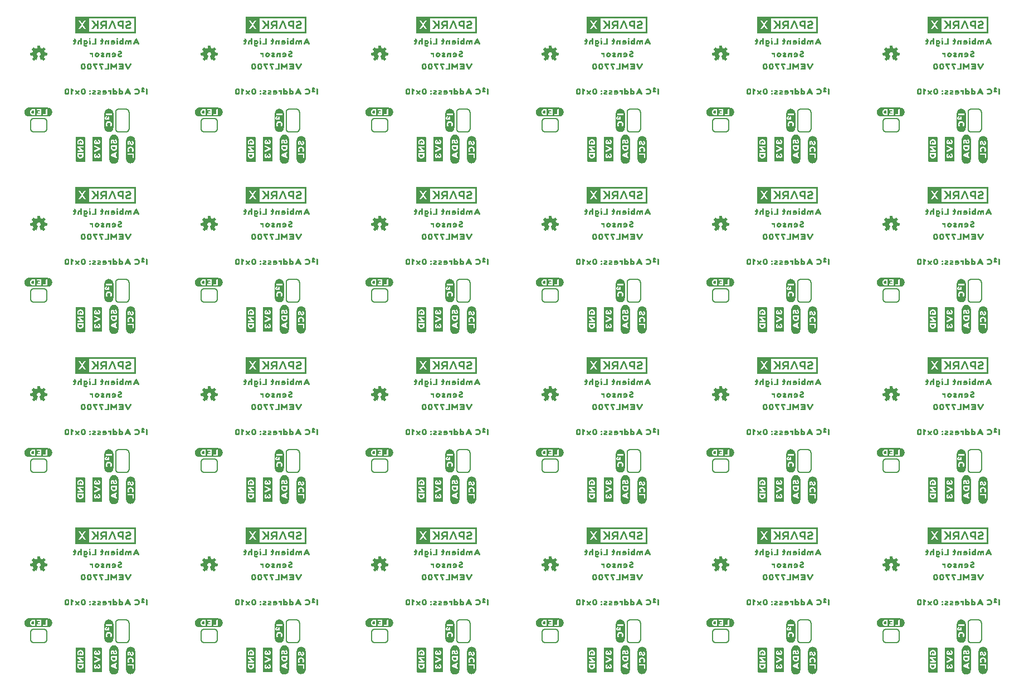
<source format=gbo>
G04 EAGLE Gerber RS-274X export*
G75*
%MOMM*%
%FSLAX34Y34*%
%LPD*%
%INSilkscreen Bottom*%
%IPPOS*%
%AMOC8*
5,1,8,0,0,1.08239X$1,22.5*%
G01*
%ADD10C,0.203200*%

G36*
X690927Y993171D02*
X690927Y993171D01*
X690922Y993179D01*
X690929Y993185D01*
X690929Y1018495D01*
X690893Y1018543D01*
X690886Y1018537D01*
X690880Y1018545D01*
X599440Y1018545D01*
X599393Y1018509D01*
X599398Y1018501D01*
X599391Y1018495D01*
X599391Y993185D01*
X599427Y993137D01*
X599434Y993143D01*
X599440Y993135D01*
X690880Y993135D01*
X690927Y993171D01*
G37*
G36*
X431847Y993171D02*
X431847Y993171D01*
X431842Y993179D01*
X431849Y993185D01*
X431849Y1018495D01*
X431813Y1018543D01*
X431806Y1018537D01*
X431800Y1018545D01*
X340360Y1018545D01*
X340313Y1018509D01*
X340318Y1018501D01*
X340311Y1018495D01*
X340311Y993185D01*
X340347Y993137D01*
X340354Y993143D01*
X340360Y993135D01*
X431800Y993135D01*
X431847Y993171D01*
G37*
G36*
X172767Y993171D02*
X172767Y993171D01*
X172762Y993179D01*
X172769Y993185D01*
X172769Y1018495D01*
X172733Y1018543D01*
X172726Y1018537D01*
X172720Y1018545D01*
X81280Y1018545D01*
X81233Y1018509D01*
X81238Y1018501D01*
X81231Y1018495D01*
X81231Y993185D01*
X81267Y993137D01*
X81274Y993143D01*
X81280Y993135D01*
X172720Y993135D01*
X172767Y993171D01*
G37*
G36*
X1209087Y993171D02*
X1209087Y993171D01*
X1209082Y993179D01*
X1209089Y993185D01*
X1209089Y1018495D01*
X1209053Y1018543D01*
X1209046Y1018537D01*
X1209040Y1018545D01*
X1117600Y1018545D01*
X1117553Y1018509D01*
X1117558Y1018501D01*
X1117551Y1018495D01*
X1117551Y993185D01*
X1117587Y993137D01*
X1117594Y993143D01*
X1117600Y993135D01*
X1209040Y993135D01*
X1209087Y993171D01*
G37*
G36*
X950007Y993171D02*
X950007Y993171D01*
X950002Y993179D01*
X950009Y993185D01*
X950009Y1018495D01*
X949973Y1018543D01*
X949966Y1018537D01*
X949960Y1018545D01*
X858520Y1018545D01*
X858473Y1018509D01*
X858478Y1018501D01*
X858471Y1018495D01*
X858471Y993185D01*
X858507Y993137D01*
X858514Y993143D01*
X858520Y993135D01*
X949960Y993135D01*
X950007Y993171D01*
G37*
G36*
X1468167Y993171D02*
X1468167Y993171D01*
X1468162Y993179D01*
X1468169Y993185D01*
X1468169Y1018495D01*
X1468133Y1018543D01*
X1468126Y1018537D01*
X1468120Y1018545D01*
X1376680Y1018545D01*
X1376633Y1018509D01*
X1376638Y1018501D01*
X1376631Y1018495D01*
X1376631Y993185D01*
X1376667Y993137D01*
X1376674Y993143D01*
X1376680Y993135D01*
X1468120Y993135D01*
X1468167Y993171D01*
G37*
G36*
X1468167Y215931D02*
X1468167Y215931D01*
X1468162Y215939D01*
X1468169Y215945D01*
X1468169Y241255D01*
X1468133Y241303D01*
X1468126Y241297D01*
X1468120Y241305D01*
X1376680Y241305D01*
X1376633Y241269D01*
X1376638Y241261D01*
X1376631Y241255D01*
X1376631Y215945D01*
X1376667Y215897D01*
X1376674Y215903D01*
X1376680Y215895D01*
X1468120Y215895D01*
X1468167Y215931D01*
G37*
G36*
X690927Y215931D02*
X690927Y215931D01*
X690922Y215939D01*
X690929Y215945D01*
X690929Y241255D01*
X690893Y241303D01*
X690886Y241297D01*
X690880Y241305D01*
X599440Y241305D01*
X599393Y241269D01*
X599398Y241261D01*
X599391Y241255D01*
X599391Y215945D01*
X599427Y215897D01*
X599434Y215903D01*
X599440Y215895D01*
X690880Y215895D01*
X690927Y215931D01*
G37*
G36*
X950007Y215931D02*
X950007Y215931D01*
X950002Y215939D01*
X950009Y215945D01*
X950009Y241255D01*
X949973Y241303D01*
X949966Y241297D01*
X949960Y241305D01*
X858520Y241305D01*
X858473Y241269D01*
X858478Y241261D01*
X858471Y241255D01*
X858471Y215945D01*
X858507Y215897D01*
X858514Y215903D01*
X858520Y215895D01*
X949960Y215895D01*
X950007Y215931D01*
G37*
G36*
X1468167Y734091D02*
X1468167Y734091D01*
X1468162Y734099D01*
X1468169Y734105D01*
X1468169Y759415D01*
X1468133Y759463D01*
X1468126Y759457D01*
X1468120Y759465D01*
X1376680Y759465D01*
X1376633Y759429D01*
X1376638Y759421D01*
X1376631Y759415D01*
X1376631Y734105D01*
X1376667Y734057D01*
X1376674Y734063D01*
X1376680Y734055D01*
X1468120Y734055D01*
X1468167Y734091D01*
G37*
G36*
X172767Y475011D02*
X172767Y475011D01*
X172762Y475019D01*
X172769Y475025D01*
X172769Y500335D01*
X172733Y500383D01*
X172726Y500377D01*
X172720Y500385D01*
X81280Y500385D01*
X81233Y500349D01*
X81238Y500341D01*
X81231Y500335D01*
X81231Y475025D01*
X81267Y474977D01*
X81274Y474983D01*
X81280Y474975D01*
X172720Y474975D01*
X172767Y475011D01*
G37*
G36*
X950007Y734091D02*
X950007Y734091D01*
X950002Y734099D01*
X950009Y734105D01*
X950009Y759415D01*
X949973Y759463D01*
X949966Y759457D01*
X949960Y759465D01*
X858520Y759465D01*
X858473Y759429D01*
X858478Y759421D01*
X858471Y759415D01*
X858471Y734105D01*
X858507Y734057D01*
X858514Y734063D01*
X858520Y734055D01*
X949960Y734055D01*
X950007Y734091D01*
G37*
G36*
X431847Y475011D02*
X431847Y475011D01*
X431842Y475019D01*
X431849Y475025D01*
X431849Y500335D01*
X431813Y500383D01*
X431806Y500377D01*
X431800Y500385D01*
X340360Y500385D01*
X340313Y500349D01*
X340318Y500341D01*
X340311Y500335D01*
X340311Y475025D01*
X340347Y474977D01*
X340354Y474983D01*
X340360Y474975D01*
X431800Y474975D01*
X431847Y475011D01*
G37*
G36*
X1209087Y734091D02*
X1209087Y734091D01*
X1209082Y734099D01*
X1209089Y734105D01*
X1209089Y759415D01*
X1209053Y759463D01*
X1209046Y759457D01*
X1209040Y759465D01*
X1117600Y759465D01*
X1117553Y759429D01*
X1117558Y759421D01*
X1117551Y759415D01*
X1117551Y734105D01*
X1117587Y734057D01*
X1117594Y734063D01*
X1117600Y734055D01*
X1209040Y734055D01*
X1209087Y734091D01*
G37*
G36*
X172767Y734091D02*
X172767Y734091D01*
X172762Y734099D01*
X172769Y734105D01*
X172769Y759415D01*
X172733Y759463D01*
X172726Y759457D01*
X172720Y759465D01*
X81280Y759465D01*
X81233Y759429D01*
X81238Y759421D01*
X81231Y759415D01*
X81231Y734105D01*
X81267Y734057D01*
X81274Y734063D01*
X81280Y734055D01*
X172720Y734055D01*
X172767Y734091D01*
G37*
G36*
X690927Y475011D02*
X690927Y475011D01*
X690922Y475019D01*
X690929Y475025D01*
X690929Y500335D01*
X690893Y500383D01*
X690886Y500377D01*
X690880Y500385D01*
X599440Y500385D01*
X599393Y500349D01*
X599398Y500341D01*
X599391Y500335D01*
X599391Y475025D01*
X599427Y474977D01*
X599434Y474983D01*
X599440Y474975D01*
X690880Y474975D01*
X690927Y475011D01*
G37*
G36*
X1468167Y475011D02*
X1468167Y475011D01*
X1468162Y475019D01*
X1468169Y475025D01*
X1468169Y500335D01*
X1468133Y500383D01*
X1468126Y500377D01*
X1468120Y500385D01*
X1376680Y500385D01*
X1376633Y500349D01*
X1376638Y500341D01*
X1376631Y500335D01*
X1376631Y475025D01*
X1376667Y474977D01*
X1376674Y474983D01*
X1376680Y474975D01*
X1468120Y474975D01*
X1468167Y475011D01*
G37*
G36*
X690927Y734091D02*
X690927Y734091D01*
X690922Y734099D01*
X690929Y734105D01*
X690929Y759415D01*
X690893Y759463D01*
X690886Y759457D01*
X690880Y759465D01*
X599440Y759465D01*
X599393Y759429D01*
X599398Y759421D01*
X599391Y759415D01*
X599391Y734105D01*
X599427Y734057D01*
X599434Y734063D01*
X599440Y734055D01*
X690880Y734055D01*
X690927Y734091D01*
G37*
G36*
X950007Y475011D02*
X950007Y475011D01*
X950002Y475019D01*
X950009Y475025D01*
X950009Y500335D01*
X949973Y500383D01*
X949966Y500377D01*
X949960Y500385D01*
X858520Y500385D01*
X858473Y500349D01*
X858478Y500341D01*
X858471Y500335D01*
X858471Y475025D01*
X858507Y474977D01*
X858514Y474983D01*
X858520Y474975D01*
X949960Y474975D01*
X950007Y475011D01*
G37*
G36*
X1209087Y475011D02*
X1209087Y475011D01*
X1209082Y475019D01*
X1209089Y475025D01*
X1209089Y500335D01*
X1209053Y500383D01*
X1209046Y500377D01*
X1209040Y500385D01*
X1117600Y500385D01*
X1117553Y500349D01*
X1117558Y500341D01*
X1117551Y500335D01*
X1117551Y475025D01*
X1117587Y474977D01*
X1117594Y474983D01*
X1117600Y474975D01*
X1209040Y474975D01*
X1209087Y475011D01*
G37*
G36*
X431847Y734091D02*
X431847Y734091D01*
X431842Y734099D01*
X431849Y734105D01*
X431849Y759415D01*
X431813Y759463D01*
X431806Y759457D01*
X431800Y759465D01*
X340360Y759465D01*
X340313Y759429D01*
X340318Y759421D01*
X340311Y759415D01*
X340311Y734105D01*
X340347Y734057D01*
X340354Y734063D01*
X340360Y734055D01*
X431800Y734055D01*
X431847Y734091D01*
G37*
G36*
X81267Y215897D02*
X81267Y215897D01*
X81274Y215903D01*
X81280Y215895D01*
X172720Y215895D01*
X172767Y215931D01*
X172762Y215939D01*
X172769Y215945D01*
X172769Y241255D01*
X172733Y241303D01*
X172726Y241297D01*
X172720Y241305D01*
X81280Y241305D01*
X81233Y241269D01*
X81238Y241261D01*
X81231Y241255D01*
X81231Y215945D01*
X81267Y215897D01*
G37*
G36*
X1209087Y215931D02*
X1209087Y215931D01*
X1209082Y215939D01*
X1209089Y215945D01*
X1209089Y241255D01*
X1209053Y241303D01*
X1209046Y241297D01*
X1209040Y241305D01*
X1117600Y241305D01*
X1117553Y241269D01*
X1117558Y241261D01*
X1117551Y241255D01*
X1117551Y215945D01*
X1117587Y215897D01*
X1117594Y215903D01*
X1117600Y215895D01*
X1209040Y215895D01*
X1209087Y215931D01*
G37*
G36*
X431847Y215931D02*
X431847Y215931D01*
X431842Y215939D01*
X431849Y215945D01*
X431849Y241255D01*
X431813Y241303D01*
X431806Y241297D01*
X431800Y241305D01*
X340360Y241305D01*
X340313Y241269D01*
X340318Y241261D01*
X340311Y241255D01*
X340311Y215945D01*
X340347Y215897D01*
X340354Y215903D01*
X340360Y215895D01*
X431800Y215895D01*
X431847Y215931D01*
G37*
%LPC*%
G36*
X1397157Y995584D02*
X1397157Y995584D01*
X1397157Y1016096D01*
X1465721Y1016096D01*
X1465721Y995584D01*
X1397157Y995584D01*
G37*
%LPD*%
%LPC*%
G36*
X101757Y995584D02*
X101757Y995584D01*
X101757Y1016096D01*
X170321Y1016096D01*
X170321Y995584D01*
X101757Y995584D01*
G37*
%LPD*%
%LPC*%
G36*
X619917Y995584D02*
X619917Y995584D01*
X619917Y1016096D01*
X688481Y1016096D01*
X688481Y995584D01*
X619917Y995584D01*
G37*
%LPD*%
%LPC*%
G36*
X360837Y995584D02*
X360837Y995584D01*
X360837Y1016096D01*
X429401Y1016096D01*
X429401Y995584D01*
X360837Y995584D01*
G37*
%LPD*%
%LPC*%
G36*
X1138077Y995584D02*
X1138077Y995584D01*
X1138077Y1016096D01*
X1206641Y1016096D01*
X1206641Y995584D01*
X1138077Y995584D01*
G37*
%LPD*%
%LPC*%
G36*
X878997Y995584D02*
X878997Y995584D01*
X878997Y1016096D01*
X947561Y1016096D01*
X947561Y995584D01*
X878997Y995584D01*
G37*
%LPD*%
%LPC*%
G36*
X170321Y238856D02*
X170321Y238856D01*
X170321Y218344D01*
X101757Y218344D01*
X101757Y238856D01*
X170321Y238856D01*
G37*
%LPD*%
%LPC*%
G36*
X878997Y736504D02*
X878997Y736504D01*
X878997Y757016D01*
X947561Y757016D01*
X947561Y736504D01*
X878997Y736504D01*
G37*
%LPD*%
%LPC*%
G36*
X101757Y477424D02*
X101757Y477424D01*
X101757Y497936D01*
X170321Y497936D01*
X170321Y477424D01*
X101757Y477424D01*
G37*
%LPD*%
%LPC*%
G36*
X1138077Y736504D02*
X1138077Y736504D01*
X1138077Y757016D01*
X1206641Y757016D01*
X1206641Y736504D01*
X1138077Y736504D01*
G37*
%LPD*%
%LPC*%
G36*
X619917Y736504D02*
X619917Y736504D01*
X619917Y757016D01*
X688481Y757016D01*
X688481Y736504D01*
X619917Y736504D01*
G37*
%LPD*%
%LPC*%
G36*
X101757Y736504D02*
X101757Y736504D01*
X101757Y757016D01*
X170321Y757016D01*
X170321Y736504D01*
X101757Y736504D01*
G37*
%LPD*%
%LPC*%
G36*
X1138077Y477424D02*
X1138077Y477424D01*
X1138077Y497936D01*
X1206641Y497936D01*
X1206641Y477424D01*
X1138077Y477424D01*
G37*
%LPD*%
%LPC*%
G36*
X360837Y477424D02*
X360837Y477424D01*
X360837Y497936D01*
X429401Y497936D01*
X429401Y477424D01*
X360837Y477424D01*
G37*
%LPD*%
%LPC*%
G36*
X1397157Y477424D02*
X1397157Y477424D01*
X1397157Y497936D01*
X1465721Y497936D01*
X1465721Y477424D01*
X1397157Y477424D01*
G37*
%LPD*%
%LPC*%
G36*
X619917Y477424D02*
X619917Y477424D01*
X619917Y497936D01*
X688481Y497936D01*
X688481Y477424D01*
X619917Y477424D01*
G37*
%LPD*%
%LPC*%
G36*
X878997Y477424D02*
X878997Y477424D01*
X878997Y497936D01*
X947561Y497936D01*
X947561Y477424D01*
X878997Y477424D01*
G37*
%LPD*%
%LPC*%
G36*
X1397157Y736504D02*
X1397157Y736504D01*
X1397157Y757016D01*
X1465721Y757016D01*
X1465721Y736504D01*
X1397157Y736504D01*
G37*
%LPD*%
%LPC*%
G36*
X360837Y736504D02*
X360837Y736504D01*
X360837Y757016D01*
X429401Y757016D01*
X429401Y736504D01*
X360837Y736504D01*
G37*
%LPD*%
%LPC*%
G36*
X619917Y218344D02*
X619917Y218344D01*
X619917Y238856D01*
X688481Y238856D01*
X688481Y218344D01*
X619917Y218344D01*
G37*
%LPD*%
%LPC*%
G36*
X878997Y218344D02*
X878997Y218344D01*
X878997Y238856D01*
X947561Y238856D01*
X947561Y218344D01*
X878997Y218344D01*
G37*
%LPD*%
%LPC*%
G36*
X1138077Y218344D02*
X1138077Y218344D01*
X1138077Y238856D01*
X1206641Y238856D01*
X1206641Y218344D01*
X1138077Y218344D01*
G37*
%LPD*%
%LPC*%
G36*
X1397157Y218344D02*
X1397157Y218344D01*
X1397157Y238856D01*
X1465721Y238856D01*
X1465721Y218344D01*
X1397157Y218344D01*
G37*
%LPD*%
%LPC*%
G36*
X360837Y218344D02*
X360837Y218344D01*
X360837Y238856D01*
X429401Y238856D01*
X429401Y218344D01*
X360837Y218344D01*
G37*
%LPD*%
G36*
X1176524Y276204D02*
X1176524Y276204D01*
X1176527Y276201D01*
X1177227Y276301D01*
X1177231Y276305D01*
X1177234Y276303D01*
X1177934Y276503D01*
X1177935Y276504D01*
X1177936Y276503D01*
X1178536Y276703D01*
X1178539Y276708D01*
X1178542Y276706D01*
X1179742Y277306D01*
X1179744Y277310D01*
X1179747Y277309D01*
X1180347Y277709D01*
X1180350Y277716D01*
X1180355Y277715D01*
X1180855Y278215D01*
X1180855Y278219D01*
X1180858Y278219D01*
X1181658Y279219D01*
X1181659Y279223D01*
X1181661Y279223D01*
X1182061Y279823D01*
X1182061Y279827D01*
X1182064Y279828D01*
X1182364Y280428D01*
X1182363Y280433D01*
X1182367Y280434D01*
X1182567Y281034D01*
X1182566Y281036D01*
X1182567Y281036D01*
X1182575Y281063D01*
X1182617Y281211D01*
X1182631Y281260D01*
X1182673Y281408D01*
X1182674Y281408D01*
X1182673Y281408D01*
X1182716Y281556D01*
X1182730Y281605D01*
X1182767Y281736D01*
X1182764Y281746D01*
X1182769Y281750D01*
X1182769Y282447D01*
X1182869Y283143D01*
X1182866Y283148D01*
X1182869Y283150D01*
X1182869Y314250D01*
X1182866Y314254D01*
X1182869Y314257D01*
X1182769Y314957D01*
X1182764Y314962D01*
X1182767Y314966D01*
X1182567Y315565D01*
X1182367Y316264D01*
X1182366Y316265D01*
X1182367Y316266D01*
X1182167Y316866D01*
X1182159Y316871D01*
X1182161Y316877D01*
X1181763Y317475D01*
X1181464Y318072D01*
X1181454Y318077D01*
X1181455Y318085D01*
X1180955Y318585D01*
X1180951Y318585D01*
X1180951Y318588D01*
X1180453Y318987D01*
X1179955Y319485D01*
X1179943Y319486D01*
X1179942Y319494D01*
X1178142Y320394D01*
X1178131Y320392D01*
X1178127Y320399D01*
X1177427Y320499D01*
X1176728Y320599D01*
X1176128Y320699D01*
X1176123Y320696D01*
X1176120Y320699D01*
X1175420Y320699D01*
X1175416Y320696D01*
X1175413Y320699D01*
X1174713Y320599D01*
X1174708Y320594D01*
X1174704Y320597D01*
X1174105Y320397D01*
X1173406Y320197D01*
X1173402Y320192D01*
X1173398Y320194D01*
X1172798Y319894D01*
X1172796Y319890D01*
X1172793Y319891D01*
X1172193Y319491D01*
X1172192Y319488D01*
X1172189Y319488D01*
X1171189Y318688D01*
X1171188Y318684D01*
X1171185Y318685D01*
X1170685Y318185D01*
X1170684Y318178D01*
X1170679Y318177D01*
X1170279Y317577D01*
X1170279Y317573D01*
X1170276Y317572D01*
X1169676Y316372D01*
X1169677Y316367D01*
X1169673Y316366D01*
X1169473Y315766D01*
X1169474Y315764D01*
X1169473Y315764D01*
X1169444Y315663D01*
X1169402Y315516D01*
X1169388Y315466D01*
X1169346Y315319D01*
X1169303Y315171D01*
X1169289Y315122D01*
X1169273Y315064D01*
X1169274Y315060D01*
X1169271Y315058D01*
X1169171Y314458D01*
X1169174Y314453D01*
X1169171Y314450D01*
X1169171Y282650D01*
X1169174Y282645D01*
X1169171Y282642D01*
X1169271Y282042D01*
X1169371Y281343D01*
X1169376Y281338D01*
X1169373Y281334D01*
X1169573Y280734D01*
X1169576Y280733D01*
X1169575Y280731D01*
X1169875Y280031D01*
X1169877Y280029D01*
X1169876Y280028D01*
X1170176Y279428D01*
X1170183Y279425D01*
X1170182Y279419D01*
X1170982Y278419D01*
X1170986Y278418D01*
X1170985Y278415D01*
X1171485Y277915D01*
X1171492Y277914D01*
X1171493Y277909D01*
X1172091Y277510D01*
X1172589Y277112D01*
X1172597Y277111D01*
X1172598Y277106D01*
X1173198Y276806D01*
X1173205Y276807D01*
X1173206Y276803D01*
X1173905Y276603D01*
X1174504Y276403D01*
X1174511Y276405D01*
X1174513Y276401D01*
X1175913Y276201D01*
X1175918Y276204D01*
X1175920Y276201D01*
X1176520Y276201D01*
X1176524Y276204D01*
G37*
G36*
X917444Y17124D02*
X917444Y17124D01*
X917447Y17121D01*
X918147Y17221D01*
X918151Y17225D01*
X918154Y17223D01*
X918854Y17423D01*
X918855Y17424D01*
X918856Y17423D01*
X919456Y17623D01*
X919459Y17628D01*
X919462Y17626D01*
X920662Y18226D01*
X920664Y18230D01*
X920667Y18229D01*
X921267Y18629D01*
X921270Y18636D01*
X921275Y18635D01*
X921775Y19135D01*
X921775Y19139D01*
X921778Y19139D01*
X922578Y20139D01*
X922579Y20143D01*
X922581Y20143D01*
X922981Y20743D01*
X922981Y20747D01*
X922984Y20748D01*
X923284Y21348D01*
X923283Y21353D01*
X923287Y21354D01*
X923487Y21954D01*
X923486Y21956D01*
X923487Y21956D01*
X923495Y21983D01*
X923537Y22131D01*
X923551Y22180D01*
X923593Y22328D01*
X923594Y22328D01*
X923593Y22328D01*
X923636Y22476D01*
X923650Y22525D01*
X923687Y22656D01*
X923684Y22666D01*
X923689Y22670D01*
X923689Y23367D01*
X923789Y24063D01*
X923786Y24068D01*
X923789Y24070D01*
X923789Y55170D01*
X923786Y55174D01*
X923789Y55177D01*
X923689Y55877D01*
X923684Y55882D01*
X923687Y55886D01*
X923487Y56485D01*
X923287Y57184D01*
X923286Y57185D01*
X923287Y57186D01*
X923087Y57786D01*
X923079Y57791D01*
X923081Y57797D01*
X922683Y58395D01*
X922384Y58992D01*
X922374Y58997D01*
X922375Y59005D01*
X921875Y59505D01*
X921871Y59505D01*
X921871Y59508D01*
X921373Y59907D01*
X920875Y60405D01*
X920863Y60406D01*
X920862Y60414D01*
X919062Y61314D01*
X919051Y61312D01*
X919047Y61319D01*
X918347Y61419D01*
X917648Y61519D01*
X917048Y61619D01*
X917043Y61616D01*
X917040Y61619D01*
X916340Y61619D01*
X916336Y61616D01*
X916333Y61619D01*
X915633Y61519D01*
X915628Y61514D01*
X915624Y61517D01*
X915025Y61317D01*
X914326Y61117D01*
X914322Y61112D01*
X914318Y61114D01*
X913718Y60814D01*
X913716Y60810D01*
X913713Y60811D01*
X913113Y60411D01*
X913112Y60408D01*
X913109Y60408D01*
X912109Y59608D01*
X912108Y59604D01*
X912105Y59605D01*
X911605Y59105D01*
X911604Y59098D01*
X911599Y59097D01*
X911199Y58497D01*
X911199Y58493D01*
X911196Y58492D01*
X910596Y57292D01*
X910597Y57287D01*
X910593Y57286D01*
X910393Y56686D01*
X910394Y56684D01*
X910393Y56684D01*
X910364Y56583D01*
X910322Y56436D01*
X910308Y56386D01*
X910266Y56239D01*
X910223Y56091D01*
X910209Y56042D01*
X910193Y55984D01*
X910194Y55980D01*
X910191Y55978D01*
X910091Y55378D01*
X910094Y55373D01*
X910091Y55370D01*
X910091Y23570D01*
X910094Y23565D01*
X910091Y23562D01*
X910191Y22962D01*
X910291Y22263D01*
X910296Y22258D01*
X910293Y22254D01*
X910493Y21654D01*
X910496Y21653D01*
X910495Y21651D01*
X910795Y20951D01*
X910797Y20949D01*
X910796Y20948D01*
X911096Y20348D01*
X911103Y20345D01*
X911102Y20339D01*
X911902Y19339D01*
X911906Y19338D01*
X911905Y19335D01*
X912405Y18835D01*
X912412Y18834D01*
X912413Y18829D01*
X913011Y18430D01*
X913509Y18032D01*
X913517Y18031D01*
X913518Y18026D01*
X914118Y17726D01*
X914125Y17727D01*
X914126Y17723D01*
X914825Y17523D01*
X915424Y17323D01*
X915431Y17325D01*
X915433Y17321D01*
X916833Y17121D01*
X916838Y17124D01*
X916840Y17121D01*
X917440Y17121D01*
X917444Y17124D01*
G37*
G36*
X1435604Y276204D02*
X1435604Y276204D01*
X1435607Y276201D01*
X1436307Y276301D01*
X1436311Y276305D01*
X1436314Y276303D01*
X1437014Y276503D01*
X1437015Y276504D01*
X1437016Y276503D01*
X1437616Y276703D01*
X1437619Y276708D01*
X1437622Y276706D01*
X1438822Y277306D01*
X1438824Y277310D01*
X1438827Y277309D01*
X1439427Y277709D01*
X1439430Y277716D01*
X1439435Y277715D01*
X1439935Y278215D01*
X1439935Y278219D01*
X1439938Y278219D01*
X1440738Y279219D01*
X1440739Y279223D01*
X1440741Y279223D01*
X1441141Y279823D01*
X1441141Y279827D01*
X1441144Y279828D01*
X1441444Y280428D01*
X1441443Y280433D01*
X1441447Y280434D01*
X1441647Y281034D01*
X1441646Y281036D01*
X1441647Y281036D01*
X1441655Y281063D01*
X1441697Y281211D01*
X1441711Y281260D01*
X1441753Y281408D01*
X1441754Y281408D01*
X1441753Y281408D01*
X1441796Y281556D01*
X1441810Y281605D01*
X1441847Y281736D01*
X1441844Y281746D01*
X1441849Y281750D01*
X1441849Y282447D01*
X1441949Y283143D01*
X1441946Y283148D01*
X1441949Y283150D01*
X1441949Y314250D01*
X1441946Y314254D01*
X1441949Y314257D01*
X1441849Y314957D01*
X1441844Y314962D01*
X1441847Y314966D01*
X1441647Y315565D01*
X1441447Y316264D01*
X1441446Y316265D01*
X1441447Y316266D01*
X1441247Y316866D01*
X1441239Y316871D01*
X1441241Y316877D01*
X1440843Y317475D01*
X1440544Y318072D01*
X1440534Y318077D01*
X1440535Y318085D01*
X1440035Y318585D01*
X1440031Y318585D01*
X1440031Y318588D01*
X1439533Y318987D01*
X1439035Y319485D01*
X1439023Y319486D01*
X1439022Y319494D01*
X1437222Y320394D01*
X1437211Y320392D01*
X1437207Y320399D01*
X1436507Y320499D01*
X1435808Y320599D01*
X1435208Y320699D01*
X1435203Y320696D01*
X1435200Y320699D01*
X1434500Y320699D01*
X1434496Y320696D01*
X1434493Y320699D01*
X1433793Y320599D01*
X1433788Y320594D01*
X1433784Y320597D01*
X1433185Y320397D01*
X1432486Y320197D01*
X1432482Y320192D01*
X1432478Y320194D01*
X1431878Y319894D01*
X1431876Y319890D01*
X1431873Y319891D01*
X1431273Y319491D01*
X1431272Y319488D01*
X1431269Y319488D01*
X1430269Y318688D01*
X1430268Y318684D01*
X1430265Y318685D01*
X1429765Y318185D01*
X1429764Y318178D01*
X1429759Y318177D01*
X1429359Y317577D01*
X1429359Y317573D01*
X1429356Y317572D01*
X1428756Y316372D01*
X1428757Y316367D01*
X1428753Y316366D01*
X1428553Y315766D01*
X1428554Y315764D01*
X1428553Y315764D01*
X1428524Y315663D01*
X1428482Y315516D01*
X1428468Y315466D01*
X1428426Y315319D01*
X1428383Y315171D01*
X1428369Y315122D01*
X1428353Y315064D01*
X1428354Y315060D01*
X1428351Y315058D01*
X1428251Y314458D01*
X1428254Y314453D01*
X1428251Y314450D01*
X1428251Y282650D01*
X1428254Y282645D01*
X1428251Y282642D01*
X1428351Y282042D01*
X1428451Y281343D01*
X1428456Y281338D01*
X1428453Y281334D01*
X1428653Y280734D01*
X1428656Y280733D01*
X1428655Y280731D01*
X1428955Y280031D01*
X1428957Y280029D01*
X1428956Y280028D01*
X1429256Y279428D01*
X1429263Y279425D01*
X1429262Y279419D01*
X1430062Y278419D01*
X1430066Y278418D01*
X1430065Y278415D01*
X1430565Y277915D01*
X1430572Y277914D01*
X1430573Y277909D01*
X1431171Y277510D01*
X1431669Y277112D01*
X1431677Y277111D01*
X1431678Y277106D01*
X1432278Y276806D01*
X1432285Y276807D01*
X1432286Y276803D01*
X1432985Y276603D01*
X1433584Y276403D01*
X1433591Y276405D01*
X1433593Y276401D01*
X1434993Y276201D01*
X1434998Y276204D01*
X1435000Y276201D01*
X1435600Y276201D01*
X1435604Y276204D01*
G37*
G36*
X917444Y276204D02*
X917444Y276204D01*
X917447Y276201D01*
X918147Y276301D01*
X918151Y276305D01*
X918154Y276303D01*
X918854Y276503D01*
X918855Y276504D01*
X918856Y276503D01*
X919456Y276703D01*
X919459Y276708D01*
X919462Y276706D01*
X920662Y277306D01*
X920664Y277310D01*
X920667Y277309D01*
X921267Y277709D01*
X921270Y277716D01*
X921275Y277715D01*
X921775Y278215D01*
X921775Y278219D01*
X921778Y278219D01*
X922578Y279219D01*
X922579Y279223D01*
X922581Y279223D01*
X922981Y279823D01*
X922981Y279827D01*
X922984Y279828D01*
X923284Y280428D01*
X923283Y280433D01*
X923287Y280434D01*
X923487Y281034D01*
X923486Y281036D01*
X923487Y281036D01*
X923495Y281063D01*
X923537Y281211D01*
X923551Y281260D01*
X923593Y281408D01*
X923594Y281408D01*
X923593Y281408D01*
X923636Y281556D01*
X923650Y281605D01*
X923687Y281736D01*
X923684Y281746D01*
X923689Y281750D01*
X923689Y282447D01*
X923789Y283143D01*
X923786Y283148D01*
X923789Y283150D01*
X923789Y314250D01*
X923786Y314254D01*
X923789Y314257D01*
X923689Y314957D01*
X923684Y314962D01*
X923687Y314966D01*
X923487Y315565D01*
X923287Y316264D01*
X923286Y316265D01*
X923287Y316266D01*
X923087Y316866D01*
X923079Y316871D01*
X923081Y316877D01*
X922683Y317475D01*
X922384Y318072D01*
X922374Y318077D01*
X922375Y318085D01*
X921875Y318585D01*
X921871Y318585D01*
X921871Y318588D01*
X921373Y318987D01*
X920875Y319485D01*
X920863Y319486D01*
X920862Y319494D01*
X919062Y320394D01*
X919051Y320392D01*
X919047Y320399D01*
X918347Y320499D01*
X917648Y320599D01*
X917048Y320699D01*
X917043Y320696D01*
X917040Y320699D01*
X916340Y320699D01*
X916336Y320696D01*
X916333Y320699D01*
X915633Y320599D01*
X915628Y320594D01*
X915624Y320597D01*
X915025Y320397D01*
X914326Y320197D01*
X914322Y320192D01*
X914318Y320194D01*
X913718Y319894D01*
X913716Y319890D01*
X913713Y319891D01*
X913113Y319491D01*
X913112Y319488D01*
X913109Y319488D01*
X912109Y318688D01*
X912108Y318684D01*
X912105Y318685D01*
X911605Y318185D01*
X911604Y318178D01*
X911599Y318177D01*
X911199Y317577D01*
X911199Y317573D01*
X911196Y317572D01*
X910596Y316372D01*
X910597Y316367D01*
X910593Y316366D01*
X910393Y315766D01*
X910394Y315764D01*
X910393Y315764D01*
X910364Y315663D01*
X910322Y315516D01*
X910308Y315466D01*
X910266Y315319D01*
X910223Y315171D01*
X910209Y315122D01*
X910193Y315064D01*
X910194Y315060D01*
X910191Y315058D01*
X910091Y314458D01*
X910094Y314453D01*
X910091Y314450D01*
X910091Y282650D01*
X910094Y282645D01*
X910091Y282642D01*
X910191Y282042D01*
X910291Y281343D01*
X910296Y281338D01*
X910293Y281334D01*
X910493Y280734D01*
X910496Y280733D01*
X910495Y280731D01*
X910795Y280031D01*
X910797Y280029D01*
X910796Y280028D01*
X911096Y279428D01*
X911103Y279425D01*
X911102Y279419D01*
X911902Y278419D01*
X911906Y278418D01*
X911905Y278415D01*
X912405Y277915D01*
X912412Y277914D01*
X912413Y277909D01*
X913011Y277510D01*
X913509Y277112D01*
X913517Y277111D01*
X913518Y277106D01*
X914118Y276806D01*
X914125Y276807D01*
X914126Y276803D01*
X914825Y276603D01*
X915424Y276403D01*
X915431Y276405D01*
X915433Y276401D01*
X916833Y276201D01*
X916838Y276204D01*
X916840Y276201D01*
X917440Y276201D01*
X917444Y276204D01*
G37*
G36*
X140204Y276204D02*
X140204Y276204D01*
X140207Y276201D01*
X140907Y276301D01*
X140911Y276305D01*
X140914Y276303D01*
X141614Y276503D01*
X141615Y276504D01*
X141616Y276503D01*
X142216Y276703D01*
X142219Y276708D01*
X142222Y276706D01*
X143422Y277306D01*
X143424Y277310D01*
X143427Y277309D01*
X144027Y277709D01*
X144030Y277716D01*
X144035Y277715D01*
X144535Y278215D01*
X144535Y278219D01*
X144538Y278219D01*
X145338Y279219D01*
X145339Y279223D01*
X145341Y279223D01*
X145741Y279823D01*
X145741Y279827D01*
X145744Y279828D01*
X146044Y280428D01*
X146043Y280433D01*
X146047Y280434D01*
X146247Y281034D01*
X146246Y281036D01*
X146247Y281036D01*
X146255Y281063D01*
X146297Y281211D01*
X146311Y281260D01*
X146353Y281408D01*
X146354Y281408D01*
X146353Y281408D01*
X146396Y281556D01*
X146410Y281605D01*
X146447Y281736D01*
X146444Y281746D01*
X146449Y281750D01*
X146449Y282447D01*
X146549Y283143D01*
X146546Y283148D01*
X146549Y283150D01*
X146549Y314250D01*
X146546Y314254D01*
X146549Y314257D01*
X146449Y314957D01*
X146444Y314962D01*
X146447Y314966D01*
X146247Y315565D01*
X146047Y316264D01*
X146046Y316265D01*
X146047Y316266D01*
X145847Y316866D01*
X145839Y316871D01*
X145841Y316877D01*
X145443Y317475D01*
X145144Y318072D01*
X145134Y318077D01*
X145135Y318085D01*
X144635Y318585D01*
X144631Y318585D01*
X144631Y318588D01*
X144133Y318987D01*
X143635Y319485D01*
X143623Y319486D01*
X143622Y319494D01*
X141822Y320394D01*
X141811Y320392D01*
X141807Y320399D01*
X141107Y320499D01*
X140408Y320599D01*
X139808Y320699D01*
X139803Y320696D01*
X139800Y320699D01*
X139100Y320699D01*
X139096Y320696D01*
X139093Y320699D01*
X138393Y320599D01*
X138388Y320594D01*
X138384Y320597D01*
X137785Y320397D01*
X137086Y320197D01*
X137082Y320192D01*
X137078Y320194D01*
X136478Y319894D01*
X136476Y319890D01*
X136473Y319891D01*
X135873Y319491D01*
X135872Y319488D01*
X135869Y319488D01*
X134869Y318688D01*
X134868Y318684D01*
X134865Y318685D01*
X134365Y318185D01*
X134364Y318178D01*
X134359Y318177D01*
X133959Y317577D01*
X133959Y317573D01*
X133956Y317572D01*
X133356Y316372D01*
X133357Y316367D01*
X133353Y316366D01*
X133153Y315766D01*
X133154Y315764D01*
X133153Y315764D01*
X133124Y315663D01*
X133082Y315516D01*
X133068Y315466D01*
X133026Y315319D01*
X132983Y315171D01*
X132969Y315122D01*
X132953Y315064D01*
X132954Y315060D01*
X132951Y315058D01*
X132851Y314458D01*
X132854Y314453D01*
X132851Y314450D01*
X132851Y282650D01*
X132854Y282645D01*
X132851Y282642D01*
X132951Y282042D01*
X133051Y281343D01*
X133056Y281338D01*
X133053Y281334D01*
X133253Y280734D01*
X133256Y280733D01*
X133255Y280731D01*
X133555Y280031D01*
X133557Y280029D01*
X133556Y280028D01*
X133856Y279428D01*
X133863Y279425D01*
X133862Y279419D01*
X134662Y278419D01*
X134666Y278418D01*
X134665Y278415D01*
X135165Y277915D01*
X135172Y277914D01*
X135173Y277909D01*
X135771Y277510D01*
X136269Y277112D01*
X136277Y277111D01*
X136278Y277106D01*
X136878Y276806D01*
X136885Y276807D01*
X136886Y276803D01*
X137585Y276603D01*
X138184Y276403D01*
X138191Y276405D01*
X138193Y276401D01*
X139593Y276201D01*
X139598Y276204D01*
X139600Y276201D01*
X140200Y276201D01*
X140204Y276204D01*
G37*
G36*
X1176524Y794364D02*
X1176524Y794364D01*
X1176527Y794361D01*
X1177227Y794461D01*
X1177231Y794465D01*
X1177234Y794463D01*
X1177934Y794663D01*
X1177935Y794664D01*
X1177936Y794663D01*
X1178536Y794863D01*
X1178539Y794868D01*
X1178542Y794866D01*
X1179742Y795466D01*
X1179744Y795470D01*
X1179747Y795469D01*
X1180347Y795869D01*
X1180350Y795876D01*
X1180355Y795875D01*
X1180855Y796375D01*
X1180855Y796379D01*
X1180858Y796379D01*
X1181658Y797379D01*
X1181659Y797383D01*
X1181661Y797383D01*
X1182061Y797983D01*
X1182061Y797987D01*
X1182064Y797988D01*
X1182364Y798588D01*
X1182363Y798593D01*
X1182367Y798594D01*
X1182567Y799194D01*
X1182566Y799196D01*
X1182567Y799196D01*
X1182575Y799223D01*
X1182617Y799371D01*
X1182631Y799420D01*
X1182673Y799568D01*
X1182674Y799568D01*
X1182673Y799568D01*
X1182716Y799716D01*
X1182730Y799765D01*
X1182767Y799896D01*
X1182764Y799906D01*
X1182769Y799910D01*
X1182769Y800607D01*
X1182869Y801303D01*
X1182866Y801308D01*
X1182869Y801310D01*
X1182869Y832410D01*
X1182866Y832414D01*
X1182869Y832417D01*
X1182769Y833117D01*
X1182764Y833122D01*
X1182767Y833126D01*
X1182567Y833725D01*
X1182367Y834424D01*
X1182366Y834425D01*
X1182367Y834426D01*
X1182167Y835026D01*
X1182159Y835031D01*
X1182161Y835037D01*
X1181763Y835635D01*
X1181464Y836232D01*
X1181454Y836237D01*
X1181455Y836245D01*
X1180955Y836745D01*
X1180951Y836745D01*
X1180951Y836748D01*
X1180453Y837147D01*
X1179955Y837645D01*
X1179943Y837646D01*
X1179942Y837654D01*
X1178142Y838554D01*
X1178131Y838552D01*
X1178127Y838559D01*
X1177427Y838659D01*
X1176728Y838759D01*
X1176128Y838859D01*
X1176123Y838856D01*
X1176120Y838859D01*
X1175420Y838859D01*
X1175416Y838856D01*
X1175413Y838859D01*
X1174713Y838759D01*
X1174708Y838754D01*
X1174704Y838757D01*
X1174105Y838557D01*
X1173406Y838357D01*
X1173402Y838352D01*
X1173398Y838354D01*
X1172798Y838054D01*
X1172796Y838050D01*
X1172793Y838051D01*
X1172193Y837651D01*
X1172192Y837648D01*
X1172189Y837648D01*
X1171189Y836848D01*
X1171188Y836844D01*
X1171185Y836845D01*
X1170685Y836345D01*
X1170684Y836338D01*
X1170679Y836337D01*
X1170279Y835737D01*
X1170279Y835733D01*
X1170276Y835732D01*
X1169676Y834532D01*
X1169677Y834527D01*
X1169673Y834526D01*
X1169473Y833926D01*
X1169474Y833924D01*
X1169473Y833924D01*
X1169444Y833823D01*
X1169402Y833676D01*
X1169388Y833626D01*
X1169346Y833479D01*
X1169303Y833331D01*
X1169289Y833282D01*
X1169273Y833224D01*
X1169274Y833220D01*
X1169271Y833218D01*
X1169171Y832618D01*
X1169174Y832613D01*
X1169171Y832610D01*
X1169171Y800810D01*
X1169174Y800805D01*
X1169171Y800802D01*
X1169271Y800202D01*
X1169371Y799503D01*
X1169376Y799498D01*
X1169373Y799494D01*
X1169573Y798894D01*
X1169576Y798893D01*
X1169575Y798891D01*
X1169875Y798191D01*
X1169877Y798189D01*
X1169876Y798188D01*
X1170176Y797588D01*
X1170183Y797585D01*
X1170182Y797579D01*
X1170982Y796579D01*
X1170986Y796578D01*
X1170985Y796575D01*
X1171485Y796075D01*
X1171492Y796074D01*
X1171493Y796069D01*
X1172091Y795670D01*
X1172589Y795272D01*
X1172597Y795271D01*
X1172598Y795266D01*
X1173198Y794966D01*
X1173205Y794967D01*
X1173206Y794963D01*
X1173905Y794763D01*
X1174504Y794563D01*
X1174511Y794565D01*
X1174513Y794561D01*
X1175913Y794361D01*
X1175918Y794364D01*
X1175920Y794361D01*
X1176520Y794361D01*
X1176524Y794364D01*
G37*
G36*
X917444Y794364D02*
X917444Y794364D01*
X917447Y794361D01*
X918147Y794461D01*
X918151Y794465D01*
X918154Y794463D01*
X918854Y794663D01*
X918855Y794664D01*
X918856Y794663D01*
X919456Y794863D01*
X919459Y794868D01*
X919462Y794866D01*
X920662Y795466D01*
X920664Y795470D01*
X920667Y795469D01*
X921267Y795869D01*
X921270Y795876D01*
X921275Y795875D01*
X921775Y796375D01*
X921775Y796379D01*
X921778Y796379D01*
X922578Y797379D01*
X922579Y797383D01*
X922581Y797383D01*
X922981Y797983D01*
X922981Y797987D01*
X922984Y797988D01*
X923284Y798588D01*
X923283Y798593D01*
X923287Y798594D01*
X923487Y799194D01*
X923486Y799196D01*
X923487Y799196D01*
X923495Y799223D01*
X923537Y799371D01*
X923551Y799420D01*
X923593Y799568D01*
X923594Y799568D01*
X923593Y799568D01*
X923636Y799716D01*
X923650Y799765D01*
X923687Y799896D01*
X923684Y799906D01*
X923689Y799910D01*
X923689Y800607D01*
X923789Y801303D01*
X923786Y801308D01*
X923789Y801310D01*
X923789Y832410D01*
X923786Y832414D01*
X923789Y832417D01*
X923689Y833117D01*
X923684Y833122D01*
X923687Y833126D01*
X923487Y833725D01*
X923287Y834424D01*
X923286Y834425D01*
X923287Y834426D01*
X923087Y835026D01*
X923079Y835031D01*
X923081Y835037D01*
X922683Y835635D01*
X922384Y836232D01*
X922374Y836237D01*
X922375Y836245D01*
X921875Y836745D01*
X921871Y836745D01*
X921871Y836748D01*
X921373Y837147D01*
X920875Y837645D01*
X920863Y837646D01*
X920862Y837654D01*
X919062Y838554D01*
X919051Y838552D01*
X919047Y838559D01*
X918347Y838659D01*
X917648Y838759D01*
X917048Y838859D01*
X917043Y838856D01*
X917040Y838859D01*
X916340Y838859D01*
X916336Y838856D01*
X916333Y838859D01*
X915633Y838759D01*
X915628Y838754D01*
X915624Y838757D01*
X915025Y838557D01*
X914326Y838357D01*
X914322Y838352D01*
X914318Y838354D01*
X913718Y838054D01*
X913716Y838050D01*
X913713Y838051D01*
X913113Y837651D01*
X913112Y837648D01*
X913109Y837648D01*
X912109Y836848D01*
X912108Y836844D01*
X912105Y836845D01*
X911605Y836345D01*
X911604Y836338D01*
X911599Y836337D01*
X911199Y835737D01*
X911199Y835733D01*
X911196Y835732D01*
X910596Y834532D01*
X910597Y834527D01*
X910593Y834526D01*
X910393Y833926D01*
X910394Y833924D01*
X910393Y833924D01*
X910364Y833823D01*
X910322Y833676D01*
X910308Y833626D01*
X910266Y833479D01*
X910223Y833331D01*
X910209Y833282D01*
X910193Y833224D01*
X910194Y833220D01*
X910191Y833218D01*
X910091Y832618D01*
X910094Y832613D01*
X910091Y832610D01*
X910091Y800810D01*
X910094Y800805D01*
X910091Y800802D01*
X910191Y800202D01*
X910291Y799503D01*
X910296Y799498D01*
X910293Y799494D01*
X910493Y798894D01*
X910496Y798893D01*
X910495Y798891D01*
X910795Y798191D01*
X910797Y798189D01*
X910796Y798188D01*
X911096Y797588D01*
X911103Y797585D01*
X911102Y797579D01*
X911902Y796579D01*
X911906Y796578D01*
X911905Y796575D01*
X912405Y796075D01*
X912412Y796074D01*
X912413Y796069D01*
X913011Y795670D01*
X913509Y795272D01*
X913517Y795271D01*
X913518Y795266D01*
X914118Y794966D01*
X914125Y794967D01*
X914126Y794963D01*
X914825Y794763D01*
X915424Y794563D01*
X915431Y794565D01*
X915433Y794561D01*
X916833Y794361D01*
X916838Y794364D01*
X916840Y794361D01*
X917440Y794361D01*
X917444Y794364D01*
G37*
G36*
X399284Y276204D02*
X399284Y276204D01*
X399287Y276201D01*
X399987Y276301D01*
X399991Y276305D01*
X399994Y276303D01*
X400694Y276503D01*
X400695Y276504D01*
X400696Y276503D01*
X401296Y276703D01*
X401299Y276708D01*
X401302Y276706D01*
X402502Y277306D01*
X402504Y277310D01*
X402507Y277309D01*
X403107Y277709D01*
X403110Y277716D01*
X403115Y277715D01*
X403615Y278215D01*
X403615Y278219D01*
X403618Y278219D01*
X404418Y279219D01*
X404419Y279223D01*
X404421Y279223D01*
X404821Y279823D01*
X404821Y279827D01*
X404824Y279828D01*
X405124Y280428D01*
X405123Y280433D01*
X405127Y280434D01*
X405327Y281034D01*
X405326Y281036D01*
X405327Y281036D01*
X405335Y281063D01*
X405377Y281211D01*
X405391Y281260D01*
X405433Y281408D01*
X405434Y281408D01*
X405433Y281408D01*
X405476Y281556D01*
X405490Y281605D01*
X405527Y281736D01*
X405524Y281746D01*
X405529Y281750D01*
X405529Y282447D01*
X405629Y283143D01*
X405626Y283148D01*
X405629Y283150D01*
X405629Y314250D01*
X405626Y314254D01*
X405629Y314257D01*
X405529Y314957D01*
X405524Y314962D01*
X405527Y314966D01*
X405327Y315565D01*
X405127Y316264D01*
X405126Y316265D01*
X405127Y316266D01*
X404927Y316866D01*
X404919Y316871D01*
X404921Y316877D01*
X404523Y317475D01*
X404224Y318072D01*
X404214Y318077D01*
X404215Y318085D01*
X403715Y318585D01*
X403711Y318585D01*
X403711Y318588D01*
X403213Y318987D01*
X402715Y319485D01*
X402703Y319486D01*
X402702Y319494D01*
X400902Y320394D01*
X400891Y320392D01*
X400887Y320399D01*
X400187Y320499D01*
X399488Y320599D01*
X398888Y320699D01*
X398883Y320696D01*
X398880Y320699D01*
X398180Y320699D01*
X398176Y320696D01*
X398173Y320699D01*
X397473Y320599D01*
X397468Y320594D01*
X397464Y320597D01*
X396865Y320397D01*
X396166Y320197D01*
X396162Y320192D01*
X396158Y320194D01*
X395558Y319894D01*
X395556Y319890D01*
X395553Y319891D01*
X394953Y319491D01*
X394952Y319488D01*
X394949Y319488D01*
X393949Y318688D01*
X393948Y318684D01*
X393945Y318685D01*
X393445Y318185D01*
X393444Y318178D01*
X393439Y318177D01*
X393039Y317577D01*
X393039Y317573D01*
X393036Y317572D01*
X392436Y316372D01*
X392437Y316367D01*
X392433Y316366D01*
X392233Y315766D01*
X392234Y315764D01*
X392233Y315764D01*
X392204Y315663D01*
X392162Y315516D01*
X392148Y315466D01*
X392106Y315319D01*
X392063Y315171D01*
X392049Y315122D01*
X392033Y315064D01*
X392034Y315060D01*
X392031Y315058D01*
X391931Y314458D01*
X391934Y314453D01*
X391931Y314450D01*
X391931Y282650D01*
X391934Y282645D01*
X391931Y282642D01*
X392031Y282042D01*
X392131Y281343D01*
X392136Y281338D01*
X392133Y281334D01*
X392333Y280734D01*
X392336Y280733D01*
X392335Y280731D01*
X392635Y280031D01*
X392637Y280029D01*
X392636Y280028D01*
X392936Y279428D01*
X392943Y279425D01*
X392942Y279419D01*
X393742Y278419D01*
X393746Y278418D01*
X393745Y278415D01*
X394245Y277915D01*
X394252Y277914D01*
X394253Y277909D01*
X394851Y277510D01*
X395349Y277112D01*
X395357Y277111D01*
X395358Y277106D01*
X395958Y276806D01*
X395965Y276807D01*
X395966Y276803D01*
X396665Y276603D01*
X397264Y276403D01*
X397271Y276405D01*
X397273Y276401D01*
X398673Y276201D01*
X398678Y276204D01*
X398680Y276201D01*
X399280Y276201D01*
X399284Y276204D01*
G37*
G36*
X658364Y276204D02*
X658364Y276204D01*
X658367Y276201D01*
X659067Y276301D01*
X659071Y276305D01*
X659074Y276303D01*
X659774Y276503D01*
X659775Y276504D01*
X659776Y276503D01*
X660376Y276703D01*
X660379Y276708D01*
X660382Y276706D01*
X661582Y277306D01*
X661584Y277310D01*
X661587Y277309D01*
X662187Y277709D01*
X662190Y277716D01*
X662195Y277715D01*
X662695Y278215D01*
X662695Y278219D01*
X662698Y278219D01*
X663498Y279219D01*
X663499Y279223D01*
X663501Y279223D01*
X663901Y279823D01*
X663901Y279827D01*
X663904Y279828D01*
X664204Y280428D01*
X664203Y280433D01*
X664207Y280434D01*
X664407Y281034D01*
X664406Y281036D01*
X664407Y281036D01*
X664415Y281063D01*
X664457Y281211D01*
X664471Y281260D01*
X664513Y281408D01*
X664514Y281408D01*
X664513Y281408D01*
X664556Y281556D01*
X664570Y281605D01*
X664607Y281736D01*
X664604Y281746D01*
X664609Y281750D01*
X664609Y282447D01*
X664709Y283143D01*
X664706Y283148D01*
X664709Y283150D01*
X664709Y314250D01*
X664706Y314254D01*
X664709Y314257D01*
X664609Y314957D01*
X664604Y314962D01*
X664607Y314966D01*
X664407Y315565D01*
X664207Y316264D01*
X664206Y316265D01*
X664207Y316266D01*
X664007Y316866D01*
X663999Y316871D01*
X664001Y316877D01*
X663603Y317475D01*
X663304Y318072D01*
X663294Y318077D01*
X663295Y318085D01*
X662795Y318585D01*
X662791Y318585D01*
X662791Y318588D01*
X662293Y318987D01*
X661795Y319485D01*
X661783Y319486D01*
X661782Y319494D01*
X659982Y320394D01*
X659971Y320392D01*
X659967Y320399D01*
X659267Y320499D01*
X658568Y320599D01*
X657968Y320699D01*
X657963Y320696D01*
X657960Y320699D01*
X657260Y320699D01*
X657256Y320696D01*
X657253Y320699D01*
X656553Y320599D01*
X656548Y320594D01*
X656544Y320597D01*
X655945Y320397D01*
X655246Y320197D01*
X655242Y320192D01*
X655238Y320194D01*
X654638Y319894D01*
X654636Y319890D01*
X654633Y319891D01*
X654033Y319491D01*
X654032Y319488D01*
X654029Y319488D01*
X653029Y318688D01*
X653028Y318684D01*
X653025Y318685D01*
X652525Y318185D01*
X652524Y318178D01*
X652519Y318177D01*
X652119Y317577D01*
X652119Y317573D01*
X652116Y317572D01*
X651516Y316372D01*
X651517Y316367D01*
X651513Y316366D01*
X651313Y315766D01*
X651314Y315764D01*
X651313Y315764D01*
X651284Y315663D01*
X651242Y315516D01*
X651228Y315466D01*
X651186Y315319D01*
X651143Y315171D01*
X651129Y315122D01*
X651113Y315064D01*
X651114Y315060D01*
X651111Y315058D01*
X651011Y314458D01*
X651014Y314453D01*
X651011Y314450D01*
X651011Y282650D01*
X651014Y282645D01*
X651011Y282642D01*
X651111Y282042D01*
X651211Y281343D01*
X651216Y281338D01*
X651213Y281334D01*
X651413Y280734D01*
X651416Y280733D01*
X651415Y280731D01*
X651715Y280031D01*
X651717Y280029D01*
X651716Y280028D01*
X652016Y279428D01*
X652023Y279425D01*
X652022Y279419D01*
X652822Y278419D01*
X652826Y278418D01*
X652825Y278415D01*
X653325Y277915D01*
X653332Y277914D01*
X653333Y277909D01*
X653931Y277510D01*
X654429Y277112D01*
X654437Y277111D01*
X654438Y277106D01*
X655038Y276806D01*
X655045Y276807D01*
X655046Y276803D01*
X655745Y276603D01*
X656344Y276403D01*
X656351Y276405D01*
X656353Y276401D01*
X657753Y276201D01*
X657758Y276204D01*
X657760Y276201D01*
X658360Y276201D01*
X658364Y276204D01*
G37*
G36*
X658364Y794364D02*
X658364Y794364D01*
X658367Y794361D01*
X659067Y794461D01*
X659071Y794465D01*
X659074Y794463D01*
X659774Y794663D01*
X659775Y794664D01*
X659776Y794663D01*
X660376Y794863D01*
X660379Y794868D01*
X660382Y794866D01*
X661582Y795466D01*
X661584Y795470D01*
X661587Y795469D01*
X662187Y795869D01*
X662190Y795876D01*
X662195Y795875D01*
X662695Y796375D01*
X662695Y796379D01*
X662698Y796379D01*
X663498Y797379D01*
X663499Y797383D01*
X663501Y797383D01*
X663901Y797983D01*
X663901Y797987D01*
X663904Y797988D01*
X664204Y798588D01*
X664203Y798593D01*
X664207Y798594D01*
X664407Y799194D01*
X664406Y799196D01*
X664407Y799196D01*
X664415Y799223D01*
X664457Y799371D01*
X664471Y799420D01*
X664513Y799568D01*
X664514Y799568D01*
X664513Y799568D01*
X664556Y799716D01*
X664570Y799765D01*
X664607Y799896D01*
X664604Y799906D01*
X664609Y799910D01*
X664609Y800607D01*
X664709Y801303D01*
X664706Y801308D01*
X664709Y801310D01*
X664709Y832410D01*
X664706Y832414D01*
X664709Y832417D01*
X664609Y833117D01*
X664604Y833122D01*
X664607Y833126D01*
X664407Y833725D01*
X664207Y834424D01*
X664206Y834425D01*
X664207Y834426D01*
X664007Y835026D01*
X663999Y835031D01*
X664001Y835037D01*
X663603Y835635D01*
X663304Y836232D01*
X663294Y836237D01*
X663295Y836245D01*
X662795Y836745D01*
X662791Y836745D01*
X662791Y836748D01*
X662293Y837147D01*
X661795Y837645D01*
X661783Y837646D01*
X661782Y837654D01*
X659982Y838554D01*
X659971Y838552D01*
X659967Y838559D01*
X659267Y838659D01*
X658568Y838759D01*
X657968Y838859D01*
X657963Y838856D01*
X657960Y838859D01*
X657260Y838859D01*
X657256Y838856D01*
X657253Y838859D01*
X656553Y838759D01*
X656548Y838754D01*
X656544Y838757D01*
X655945Y838557D01*
X655246Y838357D01*
X655242Y838352D01*
X655238Y838354D01*
X654638Y838054D01*
X654636Y838050D01*
X654633Y838051D01*
X654033Y837651D01*
X654032Y837648D01*
X654029Y837648D01*
X653029Y836848D01*
X653028Y836844D01*
X653025Y836845D01*
X652525Y836345D01*
X652524Y836338D01*
X652519Y836337D01*
X652119Y835737D01*
X652119Y835733D01*
X652116Y835732D01*
X651516Y834532D01*
X651517Y834527D01*
X651513Y834526D01*
X651313Y833926D01*
X651314Y833924D01*
X651313Y833924D01*
X651284Y833823D01*
X651242Y833676D01*
X651228Y833626D01*
X651186Y833479D01*
X651143Y833331D01*
X651129Y833282D01*
X651113Y833224D01*
X651114Y833220D01*
X651111Y833218D01*
X651011Y832618D01*
X651014Y832613D01*
X651011Y832610D01*
X651011Y800810D01*
X651014Y800805D01*
X651011Y800802D01*
X651111Y800202D01*
X651211Y799503D01*
X651216Y799498D01*
X651213Y799494D01*
X651413Y798894D01*
X651416Y798893D01*
X651415Y798891D01*
X651715Y798191D01*
X651717Y798189D01*
X651716Y798188D01*
X652016Y797588D01*
X652023Y797585D01*
X652022Y797579D01*
X652822Y796579D01*
X652826Y796578D01*
X652825Y796575D01*
X653325Y796075D01*
X653332Y796074D01*
X653333Y796069D01*
X653931Y795670D01*
X654429Y795272D01*
X654437Y795271D01*
X654438Y795266D01*
X655038Y794966D01*
X655045Y794967D01*
X655046Y794963D01*
X655745Y794763D01*
X656344Y794563D01*
X656351Y794565D01*
X656353Y794561D01*
X657753Y794361D01*
X657758Y794364D01*
X657760Y794361D01*
X658360Y794361D01*
X658364Y794364D01*
G37*
G36*
X658364Y535284D02*
X658364Y535284D01*
X658367Y535281D01*
X659067Y535381D01*
X659071Y535385D01*
X659074Y535383D01*
X659774Y535583D01*
X659775Y535584D01*
X659776Y535583D01*
X660376Y535783D01*
X660379Y535788D01*
X660382Y535786D01*
X661582Y536386D01*
X661584Y536390D01*
X661587Y536389D01*
X662187Y536789D01*
X662190Y536796D01*
X662195Y536795D01*
X662695Y537295D01*
X662695Y537299D01*
X662698Y537299D01*
X663498Y538299D01*
X663499Y538303D01*
X663501Y538303D01*
X663901Y538903D01*
X663901Y538907D01*
X663904Y538908D01*
X664204Y539508D01*
X664203Y539513D01*
X664207Y539514D01*
X664407Y540114D01*
X664406Y540116D01*
X664407Y540116D01*
X664415Y540143D01*
X664457Y540291D01*
X664471Y540340D01*
X664513Y540488D01*
X664514Y540488D01*
X664513Y540488D01*
X664556Y540636D01*
X664570Y540685D01*
X664607Y540816D01*
X664604Y540826D01*
X664609Y540830D01*
X664609Y541527D01*
X664709Y542223D01*
X664706Y542228D01*
X664709Y542230D01*
X664709Y573330D01*
X664706Y573334D01*
X664709Y573337D01*
X664609Y574037D01*
X664604Y574042D01*
X664607Y574046D01*
X664407Y574645D01*
X664207Y575344D01*
X664206Y575345D01*
X664207Y575346D01*
X664007Y575946D01*
X663999Y575951D01*
X664001Y575957D01*
X663603Y576555D01*
X663304Y577152D01*
X663294Y577157D01*
X663295Y577165D01*
X662795Y577665D01*
X662791Y577665D01*
X662791Y577668D01*
X662293Y578067D01*
X661795Y578565D01*
X661783Y578566D01*
X661782Y578574D01*
X659982Y579474D01*
X659971Y579472D01*
X659967Y579479D01*
X659267Y579579D01*
X658568Y579679D01*
X657968Y579779D01*
X657963Y579776D01*
X657960Y579779D01*
X657260Y579779D01*
X657256Y579776D01*
X657253Y579779D01*
X656553Y579679D01*
X656548Y579674D01*
X656544Y579677D01*
X655945Y579477D01*
X655246Y579277D01*
X655242Y579272D01*
X655238Y579274D01*
X654638Y578974D01*
X654636Y578970D01*
X654633Y578971D01*
X654033Y578571D01*
X654032Y578568D01*
X654029Y578568D01*
X653029Y577768D01*
X653028Y577764D01*
X653025Y577765D01*
X652525Y577265D01*
X652524Y577258D01*
X652519Y577257D01*
X652119Y576657D01*
X652119Y576653D01*
X652116Y576652D01*
X651516Y575452D01*
X651517Y575447D01*
X651513Y575446D01*
X651313Y574846D01*
X651314Y574844D01*
X651313Y574844D01*
X651284Y574743D01*
X651242Y574596D01*
X651228Y574546D01*
X651186Y574399D01*
X651143Y574251D01*
X651129Y574202D01*
X651113Y574144D01*
X651114Y574140D01*
X651111Y574138D01*
X651011Y573538D01*
X651014Y573533D01*
X651011Y573530D01*
X651011Y541730D01*
X651014Y541725D01*
X651011Y541722D01*
X651111Y541122D01*
X651211Y540423D01*
X651216Y540418D01*
X651213Y540414D01*
X651413Y539814D01*
X651416Y539813D01*
X651415Y539811D01*
X651715Y539111D01*
X651717Y539109D01*
X651716Y539108D01*
X652016Y538508D01*
X652023Y538505D01*
X652022Y538499D01*
X652822Y537499D01*
X652826Y537498D01*
X652825Y537495D01*
X653325Y536995D01*
X653332Y536994D01*
X653333Y536989D01*
X653931Y536590D01*
X654429Y536192D01*
X654437Y536191D01*
X654438Y536186D01*
X655038Y535886D01*
X655045Y535887D01*
X655046Y535883D01*
X655745Y535683D01*
X656344Y535483D01*
X656351Y535485D01*
X656353Y535481D01*
X657753Y535281D01*
X657758Y535284D01*
X657760Y535281D01*
X658360Y535281D01*
X658364Y535284D01*
G37*
G36*
X399284Y794364D02*
X399284Y794364D01*
X399287Y794361D01*
X399987Y794461D01*
X399991Y794465D01*
X399994Y794463D01*
X400694Y794663D01*
X400695Y794664D01*
X400696Y794663D01*
X401296Y794863D01*
X401299Y794868D01*
X401302Y794866D01*
X402502Y795466D01*
X402504Y795470D01*
X402507Y795469D01*
X403107Y795869D01*
X403110Y795876D01*
X403115Y795875D01*
X403615Y796375D01*
X403615Y796379D01*
X403618Y796379D01*
X404418Y797379D01*
X404419Y797383D01*
X404421Y797383D01*
X404821Y797983D01*
X404821Y797987D01*
X404824Y797988D01*
X405124Y798588D01*
X405123Y798593D01*
X405127Y798594D01*
X405327Y799194D01*
X405326Y799196D01*
X405327Y799196D01*
X405335Y799223D01*
X405377Y799371D01*
X405391Y799420D01*
X405433Y799568D01*
X405434Y799568D01*
X405433Y799568D01*
X405476Y799716D01*
X405490Y799765D01*
X405527Y799896D01*
X405524Y799906D01*
X405529Y799910D01*
X405529Y800607D01*
X405629Y801303D01*
X405626Y801308D01*
X405629Y801310D01*
X405629Y832410D01*
X405626Y832414D01*
X405629Y832417D01*
X405529Y833117D01*
X405524Y833122D01*
X405527Y833126D01*
X405327Y833725D01*
X405127Y834424D01*
X405126Y834425D01*
X405127Y834426D01*
X404927Y835026D01*
X404919Y835031D01*
X404921Y835037D01*
X404523Y835635D01*
X404224Y836232D01*
X404214Y836237D01*
X404215Y836245D01*
X403715Y836745D01*
X403711Y836745D01*
X403711Y836748D01*
X403213Y837147D01*
X402715Y837645D01*
X402703Y837646D01*
X402702Y837654D01*
X400902Y838554D01*
X400891Y838552D01*
X400887Y838559D01*
X400187Y838659D01*
X399488Y838759D01*
X398888Y838859D01*
X398883Y838856D01*
X398880Y838859D01*
X398180Y838859D01*
X398176Y838856D01*
X398173Y838859D01*
X397473Y838759D01*
X397468Y838754D01*
X397464Y838757D01*
X396865Y838557D01*
X396166Y838357D01*
X396162Y838352D01*
X396158Y838354D01*
X395558Y838054D01*
X395556Y838050D01*
X395553Y838051D01*
X394953Y837651D01*
X394952Y837648D01*
X394949Y837648D01*
X393949Y836848D01*
X393948Y836844D01*
X393945Y836845D01*
X393445Y836345D01*
X393444Y836338D01*
X393439Y836337D01*
X393039Y835737D01*
X393039Y835733D01*
X393036Y835732D01*
X392436Y834532D01*
X392437Y834527D01*
X392433Y834526D01*
X392233Y833926D01*
X392234Y833924D01*
X392233Y833924D01*
X392204Y833823D01*
X392162Y833676D01*
X392148Y833626D01*
X392106Y833479D01*
X392063Y833331D01*
X392049Y833282D01*
X392033Y833224D01*
X392034Y833220D01*
X392031Y833218D01*
X391931Y832618D01*
X391934Y832613D01*
X391931Y832610D01*
X391931Y800810D01*
X391934Y800805D01*
X391931Y800802D01*
X392031Y800202D01*
X392131Y799503D01*
X392136Y799498D01*
X392133Y799494D01*
X392333Y798894D01*
X392336Y798893D01*
X392335Y798891D01*
X392635Y798191D01*
X392637Y798189D01*
X392636Y798188D01*
X392936Y797588D01*
X392943Y797585D01*
X392942Y797579D01*
X393742Y796579D01*
X393746Y796578D01*
X393745Y796575D01*
X394245Y796075D01*
X394252Y796074D01*
X394253Y796069D01*
X394851Y795670D01*
X395349Y795272D01*
X395357Y795271D01*
X395358Y795266D01*
X395958Y794966D01*
X395965Y794967D01*
X395966Y794963D01*
X396665Y794763D01*
X397264Y794563D01*
X397271Y794565D01*
X397273Y794561D01*
X398673Y794361D01*
X398678Y794364D01*
X398680Y794361D01*
X399280Y794361D01*
X399284Y794364D01*
G37*
G36*
X140204Y535284D02*
X140204Y535284D01*
X140207Y535281D01*
X140907Y535381D01*
X140911Y535385D01*
X140914Y535383D01*
X141614Y535583D01*
X141615Y535584D01*
X141616Y535583D01*
X142216Y535783D01*
X142219Y535788D01*
X142222Y535786D01*
X143422Y536386D01*
X143424Y536390D01*
X143427Y536389D01*
X144027Y536789D01*
X144030Y536796D01*
X144035Y536795D01*
X144535Y537295D01*
X144535Y537299D01*
X144538Y537299D01*
X145338Y538299D01*
X145339Y538303D01*
X145341Y538303D01*
X145741Y538903D01*
X145741Y538907D01*
X145744Y538908D01*
X146044Y539508D01*
X146043Y539513D01*
X146047Y539514D01*
X146247Y540114D01*
X146246Y540116D01*
X146247Y540116D01*
X146255Y540143D01*
X146297Y540291D01*
X146311Y540340D01*
X146353Y540488D01*
X146354Y540488D01*
X146353Y540488D01*
X146396Y540636D01*
X146410Y540685D01*
X146447Y540816D01*
X146444Y540826D01*
X146449Y540830D01*
X146449Y541527D01*
X146549Y542223D01*
X146546Y542228D01*
X146549Y542230D01*
X146549Y573330D01*
X146546Y573334D01*
X146549Y573337D01*
X146449Y574037D01*
X146444Y574042D01*
X146447Y574046D01*
X146247Y574645D01*
X146047Y575344D01*
X146046Y575345D01*
X146047Y575346D01*
X145847Y575946D01*
X145839Y575951D01*
X145841Y575957D01*
X145443Y576555D01*
X145144Y577152D01*
X145134Y577157D01*
X145135Y577165D01*
X144635Y577665D01*
X144631Y577665D01*
X144631Y577668D01*
X144133Y578067D01*
X143635Y578565D01*
X143623Y578566D01*
X143622Y578574D01*
X141822Y579474D01*
X141811Y579472D01*
X141807Y579479D01*
X141107Y579579D01*
X140408Y579679D01*
X139808Y579779D01*
X139803Y579776D01*
X139800Y579779D01*
X139100Y579779D01*
X139096Y579776D01*
X139093Y579779D01*
X138393Y579679D01*
X138388Y579674D01*
X138384Y579677D01*
X137785Y579477D01*
X137086Y579277D01*
X137082Y579272D01*
X137078Y579274D01*
X136478Y578974D01*
X136476Y578970D01*
X136473Y578971D01*
X135873Y578571D01*
X135872Y578568D01*
X135869Y578568D01*
X134869Y577768D01*
X134868Y577764D01*
X134865Y577765D01*
X134365Y577265D01*
X134364Y577258D01*
X134359Y577257D01*
X133959Y576657D01*
X133959Y576653D01*
X133956Y576652D01*
X133356Y575452D01*
X133357Y575447D01*
X133353Y575446D01*
X133153Y574846D01*
X133154Y574844D01*
X133153Y574844D01*
X133124Y574743D01*
X133082Y574596D01*
X133068Y574546D01*
X133026Y574399D01*
X132983Y574251D01*
X132969Y574202D01*
X132953Y574144D01*
X132954Y574140D01*
X132951Y574138D01*
X132851Y573538D01*
X132854Y573533D01*
X132851Y573530D01*
X132851Y541730D01*
X132854Y541725D01*
X132851Y541722D01*
X132951Y541122D01*
X133051Y540423D01*
X133056Y540418D01*
X133053Y540414D01*
X133253Y539814D01*
X133256Y539813D01*
X133255Y539811D01*
X133555Y539111D01*
X133557Y539109D01*
X133556Y539108D01*
X133856Y538508D01*
X133863Y538505D01*
X133862Y538499D01*
X134662Y537499D01*
X134666Y537498D01*
X134665Y537495D01*
X135165Y536995D01*
X135172Y536994D01*
X135173Y536989D01*
X135771Y536590D01*
X136269Y536192D01*
X136277Y536191D01*
X136278Y536186D01*
X136878Y535886D01*
X136885Y535887D01*
X136886Y535883D01*
X137585Y535683D01*
X138184Y535483D01*
X138191Y535485D01*
X138193Y535481D01*
X139593Y535281D01*
X139598Y535284D01*
X139600Y535281D01*
X140200Y535281D01*
X140204Y535284D01*
G37*
G36*
X399284Y535284D02*
X399284Y535284D01*
X399287Y535281D01*
X399987Y535381D01*
X399991Y535385D01*
X399994Y535383D01*
X400694Y535583D01*
X400695Y535584D01*
X400696Y535583D01*
X401296Y535783D01*
X401299Y535788D01*
X401302Y535786D01*
X402502Y536386D01*
X402504Y536390D01*
X402507Y536389D01*
X403107Y536789D01*
X403110Y536796D01*
X403115Y536795D01*
X403615Y537295D01*
X403615Y537299D01*
X403618Y537299D01*
X404418Y538299D01*
X404419Y538303D01*
X404421Y538303D01*
X404821Y538903D01*
X404821Y538907D01*
X404824Y538908D01*
X405124Y539508D01*
X405123Y539513D01*
X405127Y539514D01*
X405327Y540114D01*
X405326Y540116D01*
X405327Y540116D01*
X405335Y540143D01*
X405377Y540291D01*
X405391Y540340D01*
X405433Y540488D01*
X405434Y540488D01*
X405433Y540488D01*
X405476Y540636D01*
X405490Y540685D01*
X405527Y540816D01*
X405524Y540826D01*
X405529Y540830D01*
X405529Y541527D01*
X405629Y542223D01*
X405626Y542228D01*
X405629Y542230D01*
X405629Y573330D01*
X405626Y573334D01*
X405629Y573337D01*
X405529Y574037D01*
X405524Y574042D01*
X405527Y574046D01*
X405327Y574645D01*
X405127Y575344D01*
X405126Y575345D01*
X405127Y575346D01*
X404927Y575946D01*
X404919Y575951D01*
X404921Y575957D01*
X404523Y576555D01*
X404224Y577152D01*
X404214Y577157D01*
X404215Y577165D01*
X403715Y577665D01*
X403711Y577665D01*
X403711Y577668D01*
X403213Y578067D01*
X402715Y578565D01*
X402703Y578566D01*
X402702Y578574D01*
X400902Y579474D01*
X400891Y579472D01*
X400887Y579479D01*
X400187Y579579D01*
X399488Y579679D01*
X398888Y579779D01*
X398883Y579776D01*
X398880Y579779D01*
X398180Y579779D01*
X398176Y579776D01*
X398173Y579779D01*
X397473Y579679D01*
X397468Y579674D01*
X397464Y579677D01*
X396865Y579477D01*
X396166Y579277D01*
X396162Y579272D01*
X396158Y579274D01*
X395558Y578974D01*
X395556Y578970D01*
X395553Y578971D01*
X394953Y578571D01*
X394952Y578568D01*
X394949Y578568D01*
X393949Y577768D01*
X393948Y577764D01*
X393945Y577765D01*
X393445Y577265D01*
X393444Y577258D01*
X393439Y577257D01*
X393039Y576657D01*
X393039Y576653D01*
X393036Y576652D01*
X392436Y575452D01*
X392437Y575447D01*
X392433Y575446D01*
X392233Y574846D01*
X392234Y574844D01*
X392233Y574844D01*
X392204Y574743D01*
X392162Y574596D01*
X392148Y574546D01*
X392106Y574399D01*
X392063Y574251D01*
X392049Y574202D01*
X392033Y574144D01*
X392034Y574140D01*
X392031Y574138D01*
X391931Y573538D01*
X391934Y573533D01*
X391931Y573530D01*
X391931Y541730D01*
X391934Y541725D01*
X391931Y541722D01*
X392031Y541122D01*
X392131Y540423D01*
X392136Y540418D01*
X392133Y540414D01*
X392333Y539814D01*
X392336Y539813D01*
X392335Y539811D01*
X392635Y539111D01*
X392637Y539109D01*
X392636Y539108D01*
X392936Y538508D01*
X392943Y538505D01*
X392942Y538499D01*
X393742Y537499D01*
X393746Y537498D01*
X393745Y537495D01*
X394245Y536995D01*
X394252Y536994D01*
X394253Y536989D01*
X394851Y536590D01*
X395349Y536192D01*
X395357Y536191D01*
X395358Y536186D01*
X395958Y535886D01*
X395965Y535887D01*
X395966Y535883D01*
X396665Y535683D01*
X397264Y535483D01*
X397271Y535485D01*
X397273Y535481D01*
X398673Y535281D01*
X398678Y535284D01*
X398680Y535281D01*
X399280Y535281D01*
X399284Y535284D01*
G37*
G36*
X917444Y535284D02*
X917444Y535284D01*
X917447Y535281D01*
X918147Y535381D01*
X918151Y535385D01*
X918154Y535383D01*
X918854Y535583D01*
X918855Y535584D01*
X918856Y535583D01*
X919456Y535783D01*
X919459Y535788D01*
X919462Y535786D01*
X920662Y536386D01*
X920664Y536390D01*
X920667Y536389D01*
X921267Y536789D01*
X921270Y536796D01*
X921275Y536795D01*
X921775Y537295D01*
X921775Y537299D01*
X921778Y537299D01*
X922578Y538299D01*
X922579Y538303D01*
X922581Y538303D01*
X922981Y538903D01*
X922981Y538907D01*
X922984Y538908D01*
X923284Y539508D01*
X923283Y539513D01*
X923287Y539514D01*
X923487Y540114D01*
X923486Y540116D01*
X923487Y540116D01*
X923495Y540143D01*
X923537Y540291D01*
X923551Y540340D01*
X923593Y540488D01*
X923594Y540488D01*
X923593Y540488D01*
X923636Y540636D01*
X923650Y540685D01*
X923687Y540816D01*
X923684Y540826D01*
X923689Y540830D01*
X923689Y541527D01*
X923789Y542223D01*
X923786Y542228D01*
X923789Y542230D01*
X923789Y573330D01*
X923786Y573334D01*
X923789Y573337D01*
X923689Y574037D01*
X923684Y574042D01*
X923687Y574046D01*
X923487Y574645D01*
X923287Y575344D01*
X923286Y575345D01*
X923287Y575346D01*
X923087Y575946D01*
X923079Y575951D01*
X923081Y575957D01*
X922683Y576555D01*
X922384Y577152D01*
X922374Y577157D01*
X922375Y577165D01*
X921875Y577665D01*
X921871Y577665D01*
X921871Y577668D01*
X921373Y578067D01*
X920875Y578565D01*
X920863Y578566D01*
X920862Y578574D01*
X919062Y579474D01*
X919051Y579472D01*
X919047Y579479D01*
X918347Y579579D01*
X917648Y579679D01*
X917048Y579779D01*
X917043Y579776D01*
X917040Y579779D01*
X916340Y579779D01*
X916336Y579776D01*
X916333Y579779D01*
X915633Y579679D01*
X915628Y579674D01*
X915624Y579677D01*
X915025Y579477D01*
X914326Y579277D01*
X914322Y579272D01*
X914318Y579274D01*
X913718Y578974D01*
X913716Y578970D01*
X913713Y578971D01*
X913113Y578571D01*
X913112Y578568D01*
X913109Y578568D01*
X912109Y577768D01*
X912108Y577764D01*
X912105Y577765D01*
X911605Y577265D01*
X911604Y577258D01*
X911599Y577257D01*
X911199Y576657D01*
X911199Y576653D01*
X911196Y576652D01*
X910596Y575452D01*
X910597Y575447D01*
X910593Y575446D01*
X910393Y574846D01*
X910394Y574844D01*
X910393Y574844D01*
X910364Y574743D01*
X910322Y574596D01*
X910308Y574546D01*
X910266Y574399D01*
X910223Y574251D01*
X910209Y574202D01*
X910193Y574144D01*
X910194Y574140D01*
X910191Y574138D01*
X910091Y573538D01*
X910094Y573533D01*
X910091Y573530D01*
X910091Y541730D01*
X910094Y541725D01*
X910091Y541722D01*
X910191Y541122D01*
X910291Y540423D01*
X910296Y540418D01*
X910293Y540414D01*
X910493Y539814D01*
X910496Y539813D01*
X910495Y539811D01*
X910795Y539111D01*
X910797Y539109D01*
X910796Y539108D01*
X911096Y538508D01*
X911103Y538505D01*
X911102Y538499D01*
X911902Y537499D01*
X911906Y537498D01*
X911905Y537495D01*
X912405Y536995D01*
X912412Y536994D01*
X912413Y536989D01*
X913011Y536590D01*
X913509Y536192D01*
X913517Y536191D01*
X913518Y536186D01*
X914118Y535886D01*
X914125Y535887D01*
X914126Y535883D01*
X914825Y535683D01*
X915424Y535483D01*
X915431Y535485D01*
X915433Y535481D01*
X916833Y535281D01*
X916838Y535284D01*
X916840Y535281D01*
X917440Y535281D01*
X917444Y535284D01*
G37*
G36*
X1176524Y535284D02*
X1176524Y535284D01*
X1176527Y535281D01*
X1177227Y535381D01*
X1177231Y535385D01*
X1177234Y535383D01*
X1177934Y535583D01*
X1177935Y535584D01*
X1177936Y535583D01*
X1178536Y535783D01*
X1178539Y535788D01*
X1178542Y535786D01*
X1179742Y536386D01*
X1179744Y536390D01*
X1179747Y536389D01*
X1180347Y536789D01*
X1180350Y536796D01*
X1180355Y536795D01*
X1180855Y537295D01*
X1180855Y537299D01*
X1180858Y537299D01*
X1181658Y538299D01*
X1181659Y538303D01*
X1181661Y538303D01*
X1182061Y538903D01*
X1182061Y538907D01*
X1182064Y538908D01*
X1182364Y539508D01*
X1182363Y539513D01*
X1182367Y539514D01*
X1182567Y540114D01*
X1182566Y540116D01*
X1182567Y540116D01*
X1182575Y540143D01*
X1182617Y540291D01*
X1182631Y540340D01*
X1182673Y540488D01*
X1182674Y540488D01*
X1182673Y540488D01*
X1182716Y540636D01*
X1182730Y540685D01*
X1182767Y540816D01*
X1182764Y540826D01*
X1182769Y540830D01*
X1182769Y541527D01*
X1182869Y542223D01*
X1182866Y542228D01*
X1182869Y542230D01*
X1182869Y573330D01*
X1182866Y573334D01*
X1182869Y573337D01*
X1182769Y574037D01*
X1182764Y574042D01*
X1182767Y574046D01*
X1182567Y574645D01*
X1182367Y575344D01*
X1182366Y575345D01*
X1182367Y575346D01*
X1182167Y575946D01*
X1182159Y575951D01*
X1182161Y575957D01*
X1181763Y576555D01*
X1181464Y577152D01*
X1181454Y577157D01*
X1181455Y577165D01*
X1180955Y577665D01*
X1180951Y577665D01*
X1180951Y577668D01*
X1180453Y578067D01*
X1179955Y578565D01*
X1179943Y578566D01*
X1179942Y578574D01*
X1178142Y579474D01*
X1178131Y579472D01*
X1178127Y579479D01*
X1177427Y579579D01*
X1176728Y579679D01*
X1176128Y579779D01*
X1176123Y579776D01*
X1176120Y579779D01*
X1175420Y579779D01*
X1175416Y579776D01*
X1175413Y579779D01*
X1174713Y579679D01*
X1174708Y579674D01*
X1174704Y579677D01*
X1174105Y579477D01*
X1173406Y579277D01*
X1173402Y579272D01*
X1173398Y579274D01*
X1172798Y578974D01*
X1172796Y578970D01*
X1172793Y578971D01*
X1172193Y578571D01*
X1172192Y578568D01*
X1172189Y578568D01*
X1171189Y577768D01*
X1171188Y577764D01*
X1171185Y577765D01*
X1170685Y577265D01*
X1170684Y577258D01*
X1170679Y577257D01*
X1170279Y576657D01*
X1170279Y576653D01*
X1170276Y576652D01*
X1169676Y575452D01*
X1169677Y575447D01*
X1169673Y575446D01*
X1169473Y574846D01*
X1169474Y574844D01*
X1169473Y574844D01*
X1169444Y574743D01*
X1169402Y574596D01*
X1169388Y574546D01*
X1169346Y574399D01*
X1169303Y574251D01*
X1169289Y574202D01*
X1169273Y574144D01*
X1169274Y574140D01*
X1169271Y574138D01*
X1169171Y573538D01*
X1169174Y573533D01*
X1169171Y573530D01*
X1169171Y541730D01*
X1169174Y541725D01*
X1169171Y541722D01*
X1169271Y541122D01*
X1169371Y540423D01*
X1169376Y540418D01*
X1169373Y540414D01*
X1169573Y539814D01*
X1169576Y539813D01*
X1169575Y539811D01*
X1169875Y539111D01*
X1169877Y539109D01*
X1169876Y539108D01*
X1170176Y538508D01*
X1170183Y538505D01*
X1170182Y538499D01*
X1170982Y537499D01*
X1170986Y537498D01*
X1170985Y537495D01*
X1171485Y536995D01*
X1171492Y536994D01*
X1171493Y536989D01*
X1172091Y536590D01*
X1172589Y536192D01*
X1172597Y536191D01*
X1172598Y536186D01*
X1173198Y535886D01*
X1173205Y535887D01*
X1173206Y535883D01*
X1173905Y535683D01*
X1174504Y535483D01*
X1174511Y535485D01*
X1174513Y535481D01*
X1175913Y535281D01*
X1175918Y535284D01*
X1175920Y535281D01*
X1176520Y535281D01*
X1176524Y535284D01*
G37*
G36*
X1435604Y535284D02*
X1435604Y535284D01*
X1435607Y535281D01*
X1436307Y535381D01*
X1436311Y535385D01*
X1436314Y535383D01*
X1437014Y535583D01*
X1437015Y535584D01*
X1437016Y535583D01*
X1437616Y535783D01*
X1437619Y535788D01*
X1437622Y535786D01*
X1438822Y536386D01*
X1438824Y536390D01*
X1438827Y536389D01*
X1439427Y536789D01*
X1439430Y536796D01*
X1439435Y536795D01*
X1439935Y537295D01*
X1439935Y537299D01*
X1439938Y537299D01*
X1440738Y538299D01*
X1440739Y538303D01*
X1440741Y538303D01*
X1441141Y538903D01*
X1441141Y538907D01*
X1441144Y538908D01*
X1441444Y539508D01*
X1441443Y539513D01*
X1441447Y539514D01*
X1441647Y540114D01*
X1441646Y540116D01*
X1441647Y540116D01*
X1441655Y540143D01*
X1441697Y540291D01*
X1441711Y540340D01*
X1441753Y540488D01*
X1441754Y540488D01*
X1441753Y540488D01*
X1441796Y540636D01*
X1441810Y540685D01*
X1441847Y540816D01*
X1441844Y540826D01*
X1441849Y540830D01*
X1441849Y541527D01*
X1441949Y542223D01*
X1441946Y542228D01*
X1441949Y542230D01*
X1441949Y573330D01*
X1441946Y573334D01*
X1441949Y573337D01*
X1441849Y574037D01*
X1441844Y574042D01*
X1441847Y574046D01*
X1441647Y574645D01*
X1441447Y575344D01*
X1441446Y575345D01*
X1441447Y575346D01*
X1441247Y575946D01*
X1441239Y575951D01*
X1441241Y575957D01*
X1440843Y576555D01*
X1440544Y577152D01*
X1440534Y577157D01*
X1440535Y577165D01*
X1440035Y577665D01*
X1440031Y577665D01*
X1440031Y577668D01*
X1439533Y578067D01*
X1439035Y578565D01*
X1439023Y578566D01*
X1439022Y578574D01*
X1437222Y579474D01*
X1437211Y579472D01*
X1437207Y579479D01*
X1436507Y579579D01*
X1435808Y579679D01*
X1435208Y579779D01*
X1435203Y579776D01*
X1435200Y579779D01*
X1434500Y579779D01*
X1434496Y579776D01*
X1434493Y579779D01*
X1433793Y579679D01*
X1433788Y579674D01*
X1433784Y579677D01*
X1433185Y579477D01*
X1432486Y579277D01*
X1432482Y579272D01*
X1432478Y579274D01*
X1431878Y578974D01*
X1431876Y578970D01*
X1431873Y578971D01*
X1431273Y578571D01*
X1431272Y578568D01*
X1431269Y578568D01*
X1430269Y577768D01*
X1430268Y577764D01*
X1430265Y577765D01*
X1429765Y577265D01*
X1429764Y577258D01*
X1429759Y577257D01*
X1429359Y576657D01*
X1429359Y576653D01*
X1429356Y576652D01*
X1428756Y575452D01*
X1428757Y575447D01*
X1428753Y575446D01*
X1428553Y574846D01*
X1428554Y574844D01*
X1428553Y574844D01*
X1428524Y574743D01*
X1428482Y574596D01*
X1428468Y574546D01*
X1428426Y574399D01*
X1428383Y574251D01*
X1428369Y574202D01*
X1428353Y574144D01*
X1428354Y574140D01*
X1428351Y574138D01*
X1428251Y573538D01*
X1428254Y573533D01*
X1428251Y573530D01*
X1428251Y541730D01*
X1428254Y541725D01*
X1428251Y541722D01*
X1428351Y541122D01*
X1428451Y540423D01*
X1428456Y540418D01*
X1428453Y540414D01*
X1428653Y539814D01*
X1428656Y539813D01*
X1428655Y539811D01*
X1428955Y539111D01*
X1428957Y539109D01*
X1428956Y539108D01*
X1429256Y538508D01*
X1429263Y538505D01*
X1429262Y538499D01*
X1430062Y537499D01*
X1430066Y537498D01*
X1430065Y537495D01*
X1430565Y536995D01*
X1430572Y536994D01*
X1430573Y536989D01*
X1431171Y536590D01*
X1431669Y536192D01*
X1431677Y536191D01*
X1431678Y536186D01*
X1432278Y535886D01*
X1432285Y535887D01*
X1432286Y535883D01*
X1432985Y535683D01*
X1433584Y535483D01*
X1433591Y535485D01*
X1433593Y535481D01*
X1434993Y535281D01*
X1434998Y535284D01*
X1435000Y535281D01*
X1435600Y535281D01*
X1435604Y535284D01*
G37*
G36*
X1435604Y794364D02*
X1435604Y794364D01*
X1435607Y794361D01*
X1436307Y794461D01*
X1436311Y794465D01*
X1436314Y794463D01*
X1437014Y794663D01*
X1437015Y794664D01*
X1437016Y794663D01*
X1437616Y794863D01*
X1437619Y794868D01*
X1437622Y794866D01*
X1438822Y795466D01*
X1438824Y795470D01*
X1438827Y795469D01*
X1439427Y795869D01*
X1439430Y795876D01*
X1439435Y795875D01*
X1439935Y796375D01*
X1439935Y796379D01*
X1439938Y796379D01*
X1440738Y797379D01*
X1440739Y797383D01*
X1440741Y797383D01*
X1441141Y797983D01*
X1441141Y797987D01*
X1441144Y797988D01*
X1441444Y798588D01*
X1441443Y798593D01*
X1441447Y798594D01*
X1441647Y799194D01*
X1441646Y799196D01*
X1441647Y799196D01*
X1441655Y799223D01*
X1441697Y799371D01*
X1441711Y799420D01*
X1441753Y799568D01*
X1441754Y799568D01*
X1441753Y799568D01*
X1441796Y799716D01*
X1441810Y799765D01*
X1441847Y799896D01*
X1441844Y799906D01*
X1441849Y799910D01*
X1441849Y800607D01*
X1441949Y801303D01*
X1441946Y801308D01*
X1441949Y801310D01*
X1441949Y832410D01*
X1441946Y832414D01*
X1441949Y832417D01*
X1441849Y833117D01*
X1441844Y833122D01*
X1441847Y833126D01*
X1441647Y833725D01*
X1441447Y834424D01*
X1441446Y834425D01*
X1441447Y834426D01*
X1441247Y835026D01*
X1441239Y835031D01*
X1441241Y835037D01*
X1440843Y835635D01*
X1440544Y836232D01*
X1440534Y836237D01*
X1440535Y836245D01*
X1440035Y836745D01*
X1440031Y836745D01*
X1440031Y836748D01*
X1439533Y837147D01*
X1439035Y837645D01*
X1439023Y837646D01*
X1439022Y837654D01*
X1437222Y838554D01*
X1437211Y838552D01*
X1437207Y838559D01*
X1436507Y838659D01*
X1435808Y838759D01*
X1435208Y838859D01*
X1435203Y838856D01*
X1435200Y838859D01*
X1434500Y838859D01*
X1434496Y838856D01*
X1434493Y838859D01*
X1433793Y838759D01*
X1433788Y838754D01*
X1433784Y838757D01*
X1433185Y838557D01*
X1432486Y838357D01*
X1432482Y838352D01*
X1432478Y838354D01*
X1431878Y838054D01*
X1431876Y838050D01*
X1431873Y838051D01*
X1431273Y837651D01*
X1431272Y837648D01*
X1431269Y837648D01*
X1430269Y836848D01*
X1430268Y836844D01*
X1430265Y836845D01*
X1429765Y836345D01*
X1429764Y836338D01*
X1429759Y836337D01*
X1429359Y835737D01*
X1429359Y835733D01*
X1429356Y835732D01*
X1428756Y834532D01*
X1428757Y834527D01*
X1428753Y834526D01*
X1428553Y833926D01*
X1428554Y833924D01*
X1428553Y833924D01*
X1428524Y833823D01*
X1428482Y833676D01*
X1428468Y833626D01*
X1428426Y833479D01*
X1428383Y833331D01*
X1428369Y833282D01*
X1428353Y833224D01*
X1428354Y833220D01*
X1428351Y833218D01*
X1428251Y832618D01*
X1428254Y832613D01*
X1428251Y832610D01*
X1428251Y800810D01*
X1428254Y800805D01*
X1428251Y800802D01*
X1428351Y800202D01*
X1428451Y799503D01*
X1428456Y799498D01*
X1428453Y799494D01*
X1428653Y798894D01*
X1428656Y798893D01*
X1428655Y798891D01*
X1428955Y798191D01*
X1428957Y798189D01*
X1428956Y798188D01*
X1429256Y797588D01*
X1429263Y797585D01*
X1429262Y797579D01*
X1430062Y796579D01*
X1430066Y796578D01*
X1430065Y796575D01*
X1430565Y796075D01*
X1430572Y796074D01*
X1430573Y796069D01*
X1431171Y795670D01*
X1431669Y795272D01*
X1431677Y795271D01*
X1431678Y795266D01*
X1432278Y794966D01*
X1432285Y794967D01*
X1432286Y794963D01*
X1432985Y794763D01*
X1433584Y794563D01*
X1433591Y794565D01*
X1433593Y794561D01*
X1434993Y794361D01*
X1434998Y794364D01*
X1435000Y794361D01*
X1435600Y794361D01*
X1435604Y794364D01*
G37*
G36*
X140204Y794364D02*
X140204Y794364D01*
X140207Y794361D01*
X140907Y794461D01*
X140911Y794465D01*
X140914Y794463D01*
X141614Y794663D01*
X141615Y794664D01*
X141616Y794663D01*
X142216Y794863D01*
X142219Y794868D01*
X142222Y794866D01*
X143422Y795466D01*
X143424Y795470D01*
X143427Y795469D01*
X144027Y795869D01*
X144030Y795876D01*
X144035Y795875D01*
X144535Y796375D01*
X144535Y796379D01*
X144538Y796379D01*
X145338Y797379D01*
X145339Y797383D01*
X145341Y797383D01*
X145741Y797983D01*
X145741Y797987D01*
X145744Y797988D01*
X146044Y798588D01*
X146043Y798593D01*
X146047Y798594D01*
X146247Y799194D01*
X146246Y799196D01*
X146247Y799196D01*
X146255Y799223D01*
X146297Y799371D01*
X146311Y799420D01*
X146353Y799568D01*
X146354Y799568D01*
X146353Y799568D01*
X146396Y799716D01*
X146410Y799765D01*
X146447Y799896D01*
X146444Y799906D01*
X146449Y799910D01*
X146449Y800607D01*
X146549Y801303D01*
X146546Y801308D01*
X146549Y801310D01*
X146549Y832410D01*
X146546Y832414D01*
X146549Y832417D01*
X146449Y833117D01*
X146444Y833122D01*
X146447Y833126D01*
X146247Y833725D01*
X146047Y834424D01*
X146046Y834425D01*
X146047Y834426D01*
X145847Y835026D01*
X145839Y835031D01*
X145841Y835037D01*
X145443Y835635D01*
X145144Y836232D01*
X145134Y836237D01*
X145135Y836245D01*
X144635Y836745D01*
X144631Y836745D01*
X144631Y836748D01*
X144133Y837147D01*
X143635Y837645D01*
X143623Y837646D01*
X143622Y837654D01*
X141822Y838554D01*
X141811Y838552D01*
X141807Y838559D01*
X141107Y838659D01*
X140408Y838759D01*
X139808Y838859D01*
X139803Y838856D01*
X139800Y838859D01*
X139100Y838859D01*
X139096Y838856D01*
X139093Y838859D01*
X138393Y838759D01*
X138388Y838754D01*
X138384Y838757D01*
X137785Y838557D01*
X137086Y838357D01*
X137082Y838352D01*
X137078Y838354D01*
X136478Y838054D01*
X136476Y838050D01*
X136473Y838051D01*
X135873Y837651D01*
X135872Y837648D01*
X135869Y837648D01*
X134869Y836848D01*
X134868Y836844D01*
X134865Y836845D01*
X134365Y836345D01*
X134364Y836338D01*
X134359Y836337D01*
X133959Y835737D01*
X133959Y835733D01*
X133956Y835732D01*
X133356Y834532D01*
X133357Y834527D01*
X133353Y834526D01*
X133153Y833926D01*
X133154Y833924D01*
X133153Y833924D01*
X133124Y833823D01*
X133082Y833676D01*
X133068Y833626D01*
X133026Y833479D01*
X132983Y833331D01*
X132969Y833282D01*
X132953Y833224D01*
X132954Y833220D01*
X132951Y833218D01*
X132851Y832618D01*
X132854Y832613D01*
X132851Y832610D01*
X132851Y800810D01*
X132854Y800805D01*
X132851Y800802D01*
X132951Y800202D01*
X133051Y799503D01*
X133056Y799498D01*
X133053Y799494D01*
X133253Y798894D01*
X133256Y798893D01*
X133255Y798891D01*
X133555Y798191D01*
X133557Y798189D01*
X133556Y798188D01*
X133856Y797588D01*
X133863Y797585D01*
X133862Y797579D01*
X134662Y796579D01*
X134666Y796578D01*
X134665Y796575D01*
X135165Y796075D01*
X135172Y796074D01*
X135173Y796069D01*
X135771Y795670D01*
X136269Y795272D01*
X136277Y795271D01*
X136278Y795266D01*
X136878Y794966D01*
X136885Y794967D01*
X136886Y794963D01*
X137585Y794763D01*
X138184Y794563D01*
X138191Y794565D01*
X138193Y794561D01*
X139593Y794361D01*
X139598Y794364D01*
X139600Y794361D01*
X140200Y794361D01*
X140204Y794364D01*
G37*
G36*
X658364Y17124D02*
X658364Y17124D01*
X658367Y17121D01*
X659067Y17221D01*
X659071Y17225D01*
X659074Y17223D01*
X659774Y17423D01*
X659775Y17424D01*
X659776Y17423D01*
X660376Y17623D01*
X660379Y17628D01*
X660382Y17626D01*
X661582Y18226D01*
X661584Y18230D01*
X661587Y18229D01*
X662187Y18629D01*
X662190Y18636D01*
X662195Y18635D01*
X662695Y19135D01*
X662695Y19139D01*
X662698Y19139D01*
X663498Y20139D01*
X663499Y20143D01*
X663501Y20143D01*
X663901Y20743D01*
X663901Y20747D01*
X663904Y20748D01*
X664204Y21348D01*
X664203Y21353D01*
X664207Y21354D01*
X664407Y21954D01*
X664406Y21956D01*
X664407Y21956D01*
X664415Y21983D01*
X664457Y22131D01*
X664471Y22180D01*
X664513Y22328D01*
X664514Y22328D01*
X664513Y22328D01*
X664556Y22476D01*
X664570Y22525D01*
X664607Y22656D01*
X664604Y22666D01*
X664609Y22670D01*
X664609Y23367D01*
X664709Y24063D01*
X664706Y24068D01*
X664709Y24070D01*
X664709Y55170D01*
X664706Y55174D01*
X664709Y55177D01*
X664609Y55877D01*
X664604Y55882D01*
X664607Y55886D01*
X664407Y56485D01*
X664207Y57184D01*
X664206Y57185D01*
X664207Y57186D01*
X664007Y57786D01*
X663999Y57791D01*
X664001Y57797D01*
X663603Y58395D01*
X663304Y58992D01*
X663294Y58997D01*
X663295Y59005D01*
X662795Y59505D01*
X662791Y59505D01*
X662791Y59508D01*
X662293Y59907D01*
X661795Y60405D01*
X661783Y60406D01*
X661782Y60414D01*
X659982Y61314D01*
X659971Y61312D01*
X659967Y61319D01*
X659267Y61419D01*
X658568Y61519D01*
X657968Y61619D01*
X657963Y61616D01*
X657960Y61619D01*
X657260Y61619D01*
X657256Y61616D01*
X657253Y61619D01*
X656553Y61519D01*
X656548Y61514D01*
X656544Y61517D01*
X655945Y61317D01*
X655246Y61117D01*
X655242Y61112D01*
X655238Y61114D01*
X654638Y60814D01*
X654636Y60810D01*
X654633Y60811D01*
X654033Y60411D01*
X654032Y60408D01*
X654029Y60408D01*
X653029Y59608D01*
X653028Y59604D01*
X653025Y59605D01*
X652525Y59105D01*
X652524Y59098D01*
X652519Y59097D01*
X652119Y58497D01*
X652119Y58493D01*
X652116Y58492D01*
X651516Y57292D01*
X651517Y57287D01*
X651513Y57286D01*
X651313Y56686D01*
X651314Y56684D01*
X651313Y56684D01*
X651284Y56583D01*
X651242Y56436D01*
X651228Y56386D01*
X651186Y56239D01*
X651143Y56091D01*
X651129Y56042D01*
X651113Y55984D01*
X651114Y55980D01*
X651111Y55978D01*
X651011Y55378D01*
X651014Y55373D01*
X651011Y55370D01*
X651011Y23570D01*
X651014Y23565D01*
X651011Y23562D01*
X651111Y22962D01*
X651211Y22263D01*
X651216Y22258D01*
X651213Y22254D01*
X651413Y21654D01*
X651416Y21653D01*
X651415Y21651D01*
X651715Y20951D01*
X651717Y20949D01*
X651716Y20948D01*
X652016Y20348D01*
X652023Y20345D01*
X652022Y20339D01*
X652822Y19339D01*
X652826Y19338D01*
X652825Y19335D01*
X653325Y18835D01*
X653332Y18834D01*
X653333Y18829D01*
X653931Y18430D01*
X654429Y18032D01*
X654437Y18031D01*
X654438Y18026D01*
X655038Y17726D01*
X655045Y17727D01*
X655046Y17723D01*
X655745Y17523D01*
X656344Y17323D01*
X656351Y17325D01*
X656353Y17321D01*
X657753Y17121D01*
X657758Y17124D01*
X657760Y17121D01*
X658360Y17121D01*
X658364Y17124D01*
G37*
G36*
X399284Y17124D02*
X399284Y17124D01*
X399287Y17121D01*
X399987Y17221D01*
X399991Y17225D01*
X399994Y17223D01*
X400694Y17423D01*
X400695Y17424D01*
X400696Y17423D01*
X401296Y17623D01*
X401299Y17628D01*
X401302Y17626D01*
X402502Y18226D01*
X402504Y18230D01*
X402507Y18229D01*
X403107Y18629D01*
X403110Y18636D01*
X403115Y18635D01*
X403615Y19135D01*
X403615Y19139D01*
X403618Y19139D01*
X404418Y20139D01*
X404419Y20143D01*
X404421Y20143D01*
X404821Y20743D01*
X404821Y20747D01*
X404824Y20748D01*
X405124Y21348D01*
X405123Y21353D01*
X405127Y21354D01*
X405327Y21954D01*
X405326Y21956D01*
X405327Y21956D01*
X405335Y21983D01*
X405377Y22131D01*
X405391Y22180D01*
X405433Y22328D01*
X405434Y22328D01*
X405433Y22328D01*
X405476Y22476D01*
X405490Y22525D01*
X405527Y22656D01*
X405524Y22666D01*
X405529Y22670D01*
X405529Y23367D01*
X405629Y24063D01*
X405626Y24068D01*
X405629Y24070D01*
X405629Y55170D01*
X405626Y55174D01*
X405629Y55177D01*
X405529Y55877D01*
X405524Y55882D01*
X405527Y55886D01*
X405327Y56485D01*
X405127Y57184D01*
X405126Y57185D01*
X405127Y57186D01*
X404927Y57786D01*
X404919Y57791D01*
X404921Y57797D01*
X404523Y58395D01*
X404224Y58992D01*
X404214Y58997D01*
X404215Y59005D01*
X403715Y59505D01*
X403711Y59505D01*
X403711Y59508D01*
X403213Y59907D01*
X402715Y60405D01*
X402703Y60406D01*
X402702Y60414D01*
X400902Y61314D01*
X400891Y61312D01*
X400887Y61319D01*
X400187Y61419D01*
X399488Y61519D01*
X398888Y61619D01*
X398883Y61616D01*
X398880Y61619D01*
X398180Y61619D01*
X398176Y61616D01*
X398173Y61619D01*
X397473Y61519D01*
X397468Y61514D01*
X397464Y61517D01*
X396865Y61317D01*
X396166Y61117D01*
X396162Y61112D01*
X396158Y61114D01*
X395558Y60814D01*
X395556Y60810D01*
X395553Y60811D01*
X394953Y60411D01*
X394952Y60408D01*
X394949Y60408D01*
X393949Y59608D01*
X393948Y59604D01*
X393945Y59605D01*
X393445Y59105D01*
X393444Y59098D01*
X393439Y59097D01*
X393039Y58497D01*
X393039Y58493D01*
X393036Y58492D01*
X392436Y57292D01*
X392437Y57287D01*
X392433Y57286D01*
X392233Y56686D01*
X392234Y56684D01*
X392233Y56684D01*
X392204Y56583D01*
X392162Y56436D01*
X392148Y56386D01*
X392106Y56239D01*
X392063Y56091D01*
X392049Y56042D01*
X392033Y55984D01*
X392034Y55980D01*
X392031Y55978D01*
X391931Y55378D01*
X391934Y55373D01*
X391931Y55370D01*
X391931Y23570D01*
X391934Y23565D01*
X391931Y23562D01*
X392031Y22962D01*
X392131Y22263D01*
X392136Y22258D01*
X392133Y22254D01*
X392333Y21654D01*
X392336Y21653D01*
X392335Y21651D01*
X392635Y20951D01*
X392637Y20949D01*
X392636Y20948D01*
X392936Y20348D01*
X392943Y20345D01*
X392942Y20339D01*
X393742Y19339D01*
X393746Y19338D01*
X393745Y19335D01*
X394245Y18835D01*
X394252Y18834D01*
X394253Y18829D01*
X394851Y18430D01*
X395349Y18032D01*
X395357Y18031D01*
X395358Y18026D01*
X395958Y17726D01*
X395965Y17727D01*
X395966Y17723D01*
X396665Y17523D01*
X397264Y17323D01*
X397271Y17325D01*
X397273Y17321D01*
X398673Y17121D01*
X398678Y17124D01*
X398680Y17121D01*
X399280Y17121D01*
X399284Y17124D01*
G37*
G36*
X1435604Y17124D02*
X1435604Y17124D01*
X1435607Y17121D01*
X1436307Y17221D01*
X1436311Y17225D01*
X1436314Y17223D01*
X1437014Y17423D01*
X1437015Y17424D01*
X1437016Y17423D01*
X1437616Y17623D01*
X1437619Y17628D01*
X1437622Y17626D01*
X1438822Y18226D01*
X1438824Y18230D01*
X1438827Y18229D01*
X1439427Y18629D01*
X1439430Y18636D01*
X1439435Y18635D01*
X1439935Y19135D01*
X1439935Y19139D01*
X1439938Y19139D01*
X1440738Y20139D01*
X1440739Y20143D01*
X1440741Y20143D01*
X1441141Y20743D01*
X1441141Y20747D01*
X1441144Y20748D01*
X1441444Y21348D01*
X1441443Y21353D01*
X1441447Y21354D01*
X1441647Y21954D01*
X1441646Y21956D01*
X1441647Y21956D01*
X1441655Y21983D01*
X1441697Y22131D01*
X1441711Y22180D01*
X1441753Y22328D01*
X1441754Y22328D01*
X1441753Y22328D01*
X1441796Y22476D01*
X1441810Y22525D01*
X1441847Y22656D01*
X1441844Y22666D01*
X1441849Y22670D01*
X1441849Y23367D01*
X1441949Y24063D01*
X1441946Y24068D01*
X1441949Y24070D01*
X1441949Y55170D01*
X1441946Y55174D01*
X1441949Y55177D01*
X1441849Y55877D01*
X1441844Y55882D01*
X1441847Y55886D01*
X1441647Y56485D01*
X1441447Y57184D01*
X1441446Y57185D01*
X1441447Y57186D01*
X1441247Y57786D01*
X1441239Y57791D01*
X1441241Y57797D01*
X1440843Y58395D01*
X1440544Y58992D01*
X1440534Y58997D01*
X1440535Y59005D01*
X1440035Y59505D01*
X1440031Y59505D01*
X1440031Y59508D01*
X1439533Y59907D01*
X1439035Y60405D01*
X1439023Y60406D01*
X1439022Y60414D01*
X1437222Y61314D01*
X1437211Y61312D01*
X1437207Y61319D01*
X1436507Y61419D01*
X1435808Y61519D01*
X1435208Y61619D01*
X1435203Y61616D01*
X1435200Y61619D01*
X1434500Y61619D01*
X1434496Y61616D01*
X1434493Y61619D01*
X1433793Y61519D01*
X1433788Y61514D01*
X1433784Y61517D01*
X1433185Y61317D01*
X1432486Y61117D01*
X1432482Y61112D01*
X1432478Y61114D01*
X1431878Y60814D01*
X1431876Y60810D01*
X1431873Y60811D01*
X1431273Y60411D01*
X1431272Y60408D01*
X1431269Y60408D01*
X1430269Y59608D01*
X1430268Y59604D01*
X1430265Y59605D01*
X1429765Y59105D01*
X1429764Y59098D01*
X1429759Y59097D01*
X1429359Y58497D01*
X1429359Y58493D01*
X1429356Y58492D01*
X1428756Y57292D01*
X1428757Y57287D01*
X1428753Y57286D01*
X1428553Y56686D01*
X1428554Y56684D01*
X1428553Y56684D01*
X1428524Y56583D01*
X1428482Y56436D01*
X1428468Y56386D01*
X1428426Y56239D01*
X1428383Y56091D01*
X1428369Y56042D01*
X1428353Y55984D01*
X1428354Y55980D01*
X1428351Y55978D01*
X1428251Y55378D01*
X1428254Y55373D01*
X1428251Y55370D01*
X1428251Y23570D01*
X1428254Y23565D01*
X1428251Y23562D01*
X1428351Y22962D01*
X1428451Y22263D01*
X1428456Y22258D01*
X1428453Y22254D01*
X1428653Y21654D01*
X1428656Y21653D01*
X1428655Y21651D01*
X1428955Y20951D01*
X1428957Y20949D01*
X1428956Y20948D01*
X1429256Y20348D01*
X1429263Y20345D01*
X1429262Y20339D01*
X1430062Y19339D01*
X1430066Y19338D01*
X1430065Y19335D01*
X1430565Y18835D01*
X1430572Y18834D01*
X1430573Y18829D01*
X1431171Y18430D01*
X1431669Y18032D01*
X1431677Y18031D01*
X1431678Y18026D01*
X1432278Y17726D01*
X1432285Y17727D01*
X1432286Y17723D01*
X1432985Y17523D01*
X1433584Y17323D01*
X1433591Y17325D01*
X1433593Y17321D01*
X1434993Y17121D01*
X1434998Y17124D01*
X1435000Y17121D01*
X1435600Y17121D01*
X1435604Y17124D01*
G37*
G36*
X1176524Y17124D02*
X1176524Y17124D01*
X1176527Y17121D01*
X1177227Y17221D01*
X1177231Y17225D01*
X1177234Y17223D01*
X1177934Y17423D01*
X1177935Y17424D01*
X1177936Y17423D01*
X1178536Y17623D01*
X1178539Y17628D01*
X1178542Y17626D01*
X1179742Y18226D01*
X1179744Y18230D01*
X1179747Y18229D01*
X1180347Y18629D01*
X1180350Y18636D01*
X1180355Y18635D01*
X1180855Y19135D01*
X1180855Y19139D01*
X1180858Y19139D01*
X1181658Y20139D01*
X1181659Y20143D01*
X1181661Y20143D01*
X1182061Y20743D01*
X1182061Y20747D01*
X1182064Y20748D01*
X1182364Y21348D01*
X1182363Y21353D01*
X1182367Y21354D01*
X1182567Y21954D01*
X1182566Y21956D01*
X1182567Y21956D01*
X1182575Y21983D01*
X1182617Y22131D01*
X1182631Y22180D01*
X1182673Y22328D01*
X1182674Y22328D01*
X1182673Y22328D01*
X1182716Y22476D01*
X1182730Y22525D01*
X1182767Y22656D01*
X1182764Y22666D01*
X1182769Y22670D01*
X1182769Y23367D01*
X1182869Y24063D01*
X1182866Y24068D01*
X1182869Y24070D01*
X1182869Y55170D01*
X1182866Y55174D01*
X1182869Y55177D01*
X1182769Y55877D01*
X1182764Y55882D01*
X1182767Y55886D01*
X1182567Y56485D01*
X1182367Y57184D01*
X1182366Y57185D01*
X1182367Y57186D01*
X1182167Y57786D01*
X1182159Y57791D01*
X1182161Y57797D01*
X1181763Y58395D01*
X1181464Y58992D01*
X1181454Y58997D01*
X1181455Y59005D01*
X1180955Y59505D01*
X1180951Y59505D01*
X1180951Y59508D01*
X1180453Y59907D01*
X1179955Y60405D01*
X1179943Y60406D01*
X1179942Y60414D01*
X1178142Y61314D01*
X1178131Y61312D01*
X1178127Y61319D01*
X1177427Y61419D01*
X1176728Y61519D01*
X1176128Y61619D01*
X1176123Y61616D01*
X1176120Y61619D01*
X1175420Y61619D01*
X1175416Y61616D01*
X1175413Y61619D01*
X1174713Y61519D01*
X1174708Y61514D01*
X1174704Y61517D01*
X1174105Y61317D01*
X1173406Y61117D01*
X1173402Y61112D01*
X1173398Y61114D01*
X1172798Y60814D01*
X1172796Y60810D01*
X1172793Y60811D01*
X1172193Y60411D01*
X1172192Y60408D01*
X1172189Y60408D01*
X1171189Y59608D01*
X1171188Y59604D01*
X1171185Y59605D01*
X1170685Y59105D01*
X1170684Y59098D01*
X1170679Y59097D01*
X1170279Y58497D01*
X1170279Y58493D01*
X1170276Y58492D01*
X1169676Y57292D01*
X1169677Y57287D01*
X1169673Y57286D01*
X1169473Y56686D01*
X1169474Y56684D01*
X1169473Y56684D01*
X1169444Y56583D01*
X1169402Y56436D01*
X1169388Y56386D01*
X1169346Y56239D01*
X1169303Y56091D01*
X1169289Y56042D01*
X1169273Y55984D01*
X1169274Y55980D01*
X1169271Y55978D01*
X1169171Y55378D01*
X1169174Y55373D01*
X1169171Y55370D01*
X1169171Y23570D01*
X1169174Y23565D01*
X1169171Y23562D01*
X1169271Y22962D01*
X1169371Y22263D01*
X1169376Y22258D01*
X1169373Y22254D01*
X1169573Y21654D01*
X1169576Y21653D01*
X1169575Y21651D01*
X1169875Y20951D01*
X1169877Y20949D01*
X1169876Y20948D01*
X1170176Y20348D01*
X1170183Y20345D01*
X1170182Y20339D01*
X1170982Y19339D01*
X1170986Y19338D01*
X1170985Y19335D01*
X1171485Y18835D01*
X1171492Y18834D01*
X1171493Y18829D01*
X1172091Y18430D01*
X1172589Y18032D01*
X1172597Y18031D01*
X1172598Y18026D01*
X1173198Y17726D01*
X1173205Y17727D01*
X1173206Y17723D01*
X1173905Y17523D01*
X1174504Y17323D01*
X1174511Y17325D01*
X1174513Y17321D01*
X1175913Y17121D01*
X1175918Y17124D01*
X1175920Y17121D01*
X1176520Y17121D01*
X1176524Y17124D01*
G37*
G36*
X140204Y17124D02*
X140204Y17124D01*
X140207Y17121D01*
X140907Y17221D01*
X140911Y17225D01*
X140914Y17223D01*
X141614Y17423D01*
X141615Y17424D01*
X141616Y17423D01*
X142216Y17623D01*
X142219Y17628D01*
X142222Y17626D01*
X143422Y18226D01*
X143424Y18230D01*
X143427Y18229D01*
X144027Y18629D01*
X144030Y18636D01*
X144035Y18635D01*
X144535Y19135D01*
X144535Y19139D01*
X144538Y19139D01*
X145338Y20139D01*
X145339Y20143D01*
X145341Y20143D01*
X145741Y20743D01*
X145741Y20747D01*
X145744Y20748D01*
X146044Y21348D01*
X146043Y21353D01*
X146047Y21354D01*
X146247Y21954D01*
X146246Y21956D01*
X146247Y21956D01*
X146255Y21983D01*
X146297Y22131D01*
X146311Y22180D01*
X146353Y22328D01*
X146354Y22328D01*
X146353Y22328D01*
X146396Y22476D01*
X146410Y22525D01*
X146447Y22656D01*
X146444Y22666D01*
X146449Y22670D01*
X146449Y23367D01*
X146549Y24063D01*
X146546Y24068D01*
X146549Y24070D01*
X146549Y55170D01*
X146546Y55174D01*
X146549Y55177D01*
X146449Y55877D01*
X146444Y55882D01*
X146447Y55886D01*
X146247Y56485D01*
X146047Y57184D01*
X146046Y57185D01*
X146047Y57186D01*
X145847Y57786D01*
X145839Y57791D01*
X145841Y57797D01*
X145443Y58395D01*
X145144Y58992D01*
X145134Y58997D01*
X145135Y59005D01*
X144635Y59505D01*
X144631Y59505D01*
X144631Y59508D01*
X144133Y59907D01*
X143635Y60405D01*
X143623Y60406D01*
X143622Y60414D01*
X141822Y61314D01*
X141811Y61312D01*
X141807Y61319D01*
X141107Y61419D01*
X140408Y61519D01*
X139808Y61619D01*
X139803Y61616D01*
X139800Y61619D01*
X139100Y61619D01*
X139096Y61616D01*
X139093Y61619D01*
X138393Y61519D01*
X138388Y61514D01*
X138384Y61517D01*
X137785Y61317D01*
X137086Y61117D01*
X137082Y61112D01*
X137078Y61114D01*
X136478Y60814D01*
X136476Y60810D01*
X136473Y60811D01*
X135873Y60411D01*
X135872Y60408D01*
X135869Y60408D01*
X134869Y59608D01*
X134868Y59604D01*
X134865Y59605D01*
X134365Y59105D01*
X134364Y59098D01*
X134359Y59097D01*
X133959Y58497D01*
X133959Y58493D01*
X133956Y58492D01*
X133356Y57292D01*
X133357Y57287D01*
X133353Y57286D01*
X133153Y56686D01*
X133154Y56684D01*
X133153Y56684D01*
X133124Y56583D01*
X133082Y56436D01*
X133068Y56386D01*
X133026Y56239D01*
X132983Y56091D01*
X132969Y56042D01*
X132953Y55984D01*
X132954Y55980D01*
X132951Y55978D01*
X132851Y55378D01*
X132854Y55373D01*
X132851Y55370D01*
X132851Y23570D01*
X132854Y23565D01*
X132851Y23562D01*
X132951Y22962D01*
X133051Y22263D01*
X133056Y22258D01*
X133053Y22254D01*
X133253Y21654D01*
X133256Y21653D01*
X133255Y21651D01*
X133555Y20951D01*
X133557Y20949D01*
X133556Y20948D01*
X133856Y20348D01*
X133863Y20345D01*
X133862Y20339D01*
X134662Y19339D01*
X134666Y19338D01*
X134665Y19335D01*
X135165Y18835D01*
X135172Y18834D01*
X135173Y18829D01*
X135771Y18430D01*
X136269Y18032D01*
X136277Y18031D01*
X136278Y18026D01*
X136878Y17726D01*
X136885Y17727D01*
X136886Y17723D01*
X137585Y17523D01*
X138184Y17323D01*
X138191Y17325D01*
X138193Y17321D01*
X139593Y17121D01*
X139598Y17124D01*
X139600Y17121D01*
X140200Y17121D01*
X140204Y17124D01*
G37*
G36*
X1075489Y348119D02*
X1075489Y348119D01*
X1075492Y348116D01*
X1076892Y348316D01*
X1076897Y348321D01*
X1076901Y348318D01*
X1077500Y348518D01*
X1078199Y348718D01*
X1078203Y348723D01*
X1078207Y348721D01*
X1078807Y349021D01*
X1078810Y349028D01*
X1078816Y349027D01*
X1079314Y349425D01*
X1079912Y349824D01*
X1079915Y349831D01*
X1079920Y349830D01*
X1080420Y350330D01*
X1080420Y350334D01*
X1080423Y350334D01*
X1080823Y350834D01*
X1080824Y350838D01*
X1080826Y350838D01*
X1081226Y351438D01*
X1081226Y351442D01*
X1081229Y351443D01*
X1081829Y352643D01*
X1081828Y352648D01*
X1081832Y352649D01*
X1082032Y353249D01*
X1082030Y353256D01*
X1082034Y353258D01*
X1082234Y354658D01*
X1082231Y354663D01*
X1082234Y354665D01*
X1082234Y355365D01*
X1082231Y355370D01*
X1082234Y355373D01*
X1082134Y355973D01*
X1082130Y355976D01*
X1082132Y355979D01*
X1081932Y356679D01*
X1081931Y356680D01*
X1081932Y356681D01*
X1081732Y357280D01*
X1081532Y357979D01*
X1081527Y357983D01*
X1081529Y357987D01*
X1081229Y358587D01*
X1081222Y358590D01*
X1081223Y358596D01*
X1080823Y359096D01*
X1080819Y359097D01*
X1080820Y359100D01*
X1079820Y360100D01*
X1079816Y360100D01*
X1079816Y360103D01*
X1079316Y360503D01*
X1079312Y360504D01*
X1079312Y360506D01*
X1078712Y360906D01*
X1078708Y360906D01*
X1078707Y360909D01*
X1078107Y361209D01*
X1078102Y361208D01*
X1078101Y361212D01*
X1076901Y361612D01*
X1076896Y361610D01*
X1076894Y361610D01*
X1076892Y361614D01*
X1075492Y361814D01*
X1075487Y361811D01*
X1075485Y361814D01*
X1046285Y361814D01*
X1046281Y361811D01*
X1046278Y361814D01*
X1045578Y361714D01*
X1045574Y361710D01*
X1045571Y361712D01*
X1044871Y361512D01*
X1044870Y361511D01*
X1044869Y361512D01*
X1044269Y361312D01*
X1044266Y361307D01*
X1044263Y361309D01*
X1043063Y360709D01*
X1043061Y360705D01*
X1043058Y360706D01*
X1042458Y360306D01*
X1042455Y360299D01*
X1042450Y360300D01*
X1041950Y359800D01*
X1041950Y359796D01*
X1041947Y359796D01*
X1041147Y358796D01*
X1041146Y358792D01*
X1041144Y358792D01*
X1040744Y358192D01*
X1040744Y358188D01*
X1040741Y358187D01*
X1040441Y357587D01*
X1040441Y357585D01*
X1040441Y357584D01*
X1040442Y357580D01*
X1040438Y357579D01*
X1040397Y357437D01*
X1040383Y357388D01*
X1040341Y357240D01*
X1040299Y357093D01*
X1040285Y357043D01*
X1040243Y356896D01*
X1040238Y356879D01*
X1040239Y356875D01*
X1040236Y356873D01*
X1040136Y356273D01*
X1040137Y356272D01*
X1040136Y356272D01*
X1039936Y354872D01*
X1039941Y354863D01*
X1039936Y354858D01*
X1040036Y354158D01*
X1040037Y354157D01*
X1040036Y354157D01*
X1040136Y353557D01*
X1040140Y353554D01*
X1040138Y353551D01*
X1040338Y352851D01*
X1040339Y352850D01*
X1040338Y352849D01*
X1040538Y352249D01*
X1040543Y352246D01*
X1040541Y352243D01*
X1040841Y351643D01*
X1040845Y351641D01*
X1040844Y351638D01*
X1041244Y351038D01*
X1041247Y351037D01*
X1041247Y351034D01*
X1042047Y350034D01*
X1042054Y350032D01*
X1042053Y350027D01*
X1042653Y349527D01*
X1042659Y349527D01*
X1042660Y349523D01*
X1043159Y349223D01*
X1043758Y348824D01*
X1043767Y348825D01*
X1043769Y348818D01*
X1044369Y348618D01*
X1044371Y348619D01*
X1044371Y348618D01*
X1045070Y348418D01*
X1045669Y348218D01*
X1045676Y348220D01*
X1045678Y348216D01*
X1046378Y348116D01*
X1046383Y348119D01*
X1046385Y348116D01*
X1075485Y348116D01*
X1075489Y348119D01*
G37*
G36*
X557329Y607199D02*
X557329Y607199D01*
X557332Y607196D01*
X558732Y607396D01*
X558737Y607401D01*
X558741Y607398D01*
X559340Y607598D01*
X560039Y607798D01*
X560043Y607803D01*
X560047Y607801D01*
X560647Y608101D01*
X560650Y608108D01*
X560656Y608107D01*
X561154Y608505D01*
X561752Y608904D01*
X561755Y608911D01*
X561760Y608910D01*
X562260Y609410D01*
X562260Y609414D01*
X562263Y609414D01*
X562663Y609914D01*
X562664Y609918D01*
X562666Y609918D01*
X563066Y610518D01*
X563066Y610522D01*
X563069Y610523D01*
X563669Y611723D01*
X563668Y611728D01*
X563672Y611729D01*
X563872Y612329D01*
X563870Y612336D01*
X563874Y612338D01*
X564074Y613738D01*
X564071Y613743D01*
X564074Y613745D01*
X564074Y614445D01*
X564071Y614450D01*
X564074Y614453D01*
X563974Y615053D01*
X563970Y615056D01*
X563972Y615059D01*
X563772Y615759D01*
X563771Y615760D01*
X563772Y615761D01*
X563572Y616360D01*
X563372Y617059D01*
X563367Y617063D01*
X563369Y617067D01*
X563069Y617667D01*
X563062Y617670D01*
X563063Y617676D01*
X562663Y618176D01*
X562659Y618177D01*
X562660Y618180D01*
X561660Y619180D01*
X561656Y619180D01*
X561656Y619183D01*
X561156Y619583D01*
X561152Y619584D01*
X561152Y619586D01*
X560552Y619986D01*
X560548Y619986D01*
X560547Y619989D01*
X559947Y620289D01*
X559942Y620288D01*
X559941Y620292D01*
X558741Y620692D01*
X558736Y620690D01*
X558734Y620690D01*
X558732Y620694D01*
X557332Y620894D01*
X557327Y620891D01*
X557325Y620894D01*
X528125Y620894D01*
X528121Y620891D01*
X528118Y620894D01*
X527418Y620794D01*
X527414Y620790D01*
X527411Y620792D01*
X526711Y620592D01*
X526710Y620591D01*
X526709Y620592D01*
X526109Y620392D01*
X526106Y620387D01*
X526103Y620389D01*
X524903Y619789D01*
X524901Y619785D01*
X524898Y619786D01*
X524298Y619386D01*
X524295Y619379D01*
X524290Y619380D01*
X523790Y618880D01*
X523790Y618876D01*
X523787Y618876D01*
X522987Y617876D01*
X522986Y617872D01*
X522984Y617872D01*
X522584Y617272D01*
X522584Y617268D01*
X522581Y617267D01*
X522281Y616667D01*
X522281Y616665D01*
X522281Y616664D01*
X522282Y616660D01*
X522278Y616659D01*
X522237Y616517D01*
X522223Y616468D01*
X522181Y616320D01*
X522139Y616173D01*
X522125Y616123D01*
X522083Y615976D01*
X522078Y615959D01*
X522079Y615955D01*
X522076Y615953D01*
X521976Y615353D01*
X521977Y615352D01*
X521976Y615352D01*
X521776Y613952D01*
X521781Y613943D01*
X521776Y613938D01*
X521876Y613238D01*
X521877Y613237D01*
X521876Y613237D01*
X521976Y612637D01*
X521980Y612634D01*
X521978Y612631D01*
X522178Y611931D01*
X522179Y611930D01*
X522178Y611929D01*
X522378Y611329D01*
X522383Y611326D01*
X522381Y611323D01*
X522681Y610723D01*
X522685Y610721D01*
X522684Y610718D01*
X523084Y610118D01*
X523087Y610117D01*
X523087Y610114D01*
X523887Y609114D01*
X523894Y609112D01*
X523893Y609107D01*
X524493Y608607D01*
X524499Y608607D01*
X524500Y608603D01*
X524999Y608303D01*
X525598Y607904D01*
X525607Y607905D01*
X525609Y607898D01*
X526209Y607698D01*
X526211Y607699D01*
X526211Y607698D01*
X526910Y607498D01*
X527509Y607298D01*
X527516Y607300D01*
X527518Y607296D01*
X528218Y607196D01*
X528223Y607199D01*
X528225Y607196D01*
X557325Y607196D01*
X557329Y607199D01*
G37*
G36*
X816409Y348119D02*
X816409Y348119D01*
X816412Y348116D01*
X817812Y348316D01*
X817817Y348321D01*
X817821Y348318D01*
X818420Y348518D01*
X819119Y348718D01*
X819123Y348723D01*
X819127Y348721D01*
X819727Y349021D01*
X819730Y349028D01*
X819736Y349027D01*
X820234Y349425D01*
X820832Y349824D01*
X820835Y349831D01*
X820840Y349830D01*
X821340Y350330D01*
X821340Y350334D01*
X821343Y350334D01*
X821743Y350834D01*
X821744Y350838D01*
X821746Y350838D01*
X822146Y351438D01*
X822146Y351442D01*
X822149Y351443D01*
X822749Y352643D01*
X822748Y352648D01*
X822752Y352649D01*
X822952Y353249D01*
X822950Y353256D01*
X822954Y353258D01*
X823154Y354658D01*
X823151Y354663D01*
X823154Y354665D01*
X823154Y355365D01*
X823151Y355370D01*
X823154Y355373D01*
X823054Y355973D01*
X823050Y355976D01*
X823052Y355979D01*
X822852Y356679D01*
X822851Y356680D01*
X822852Y356681D01*
X822652Y357280D01*
X822452Y357979D01*
X822447Y357983D01*
X822449Y357987D01*
X822149Y358587D01*
X822142Y358590D01*
X822143Y358596D01*
X821743Y359096D01*
X821739Y359097D01*
X821740Y359100D01*
X820740Y360100D01*
X820736Y360100D01*
X820736Y360103D01*
X820236Y360503D01*
X820232Y360504D01*
X820232Y360506D01*
X819632Y360906D01*
X819628Y360906D01*
X819627Y360909D01*
X819027Y361209D01*
X819022Y361208D01*
X819021Y361212D01*
X817821Y361612D01*
X817816Y361610D01*
X817814Y361610D01*
X817812Y361614D01*
X816412Y361814D01*
X816407Y361811D01*
X816405Y361814D01*
X787205Y361814D01*
X787201Y361811D01*
X787198Y361814D01*
X786498Y361714D01*
X786494Y361710D01*
X786491Y361712D01*
X785791Y361512D01*
X785790Y361511D01*
X785789Y361512D01*
X785189Y361312D01*
X785186Y361307D01*
X785183Y361309D01*
X783983Y360709D01*
X783981Y360705D01*
X783978Y360706D01*
X783378Y360306D01*
X783375Y360299D01*
X783370Y360300D01*
X782870Y359800D01*
X782870Y359796D01*
X782867Y359796D01*
X782067Y358796D01*
X782066Y358792D01*
X782064Y358792D01*
X781664Y358192D01*
X781664Y358188D01*
X781661Y358187D01*
X781361Y357587D01*
X781361Y357585D01*
X781361Y357584D01*
X781362Y357580D01*
X781358Y357579D01*
X781317Y357437D01*
X781303Y357388D01*
X781261Y357240D01*
X781219Y357093D01*
X781205Y357043D01*
X781163Y356896D01*
X781158Y356879D01*
X781159Y356875D01*
X781156Y356873D01*
X781056Y356273D01*
X781057Y356272D01*
X781056Y356272D01*
X780856Y354872D01*
X780861Y354863D01*
X780856Y354858D01*
X780956Y354158D01*
X780957Y354157D01*
X780956Y354157D01*
X781056Y353557D01*
X781060Y353554D01*
X781058Y353551D01*
X781258Y352851D01*
X781259Y352850D01*
X781258Y352849D01*
X781458Y352249D01*
X781463Y352246D01*
X781461Y352243D01*
X781761Y351643D01*
X781765Y351641D01*
X781764Y351638D01*
X782164Y351038D01*
X782167Y351037D01*
X782167Y351034D01*
X782967Y350034D01*
X782974Y350032D01*
X782973Y350027D01*
X783573Y349527D01*
X783579Y349527D01*
X783580Y349523D01*
X784079Y349223D01*
X784678Y348824D01*
X784687Y348825D01*
X784689Y348818D01*
X785289Y348618D01*
X785291Y348619D01*
X785291Y348618D01*
X785990Y348418D01*
X786589Y348218D01*
X786596Y348220D01*
X786598Y348216D01*
X787298Y348116D01*
X787303Y348119D01*
X787305Y348116D01*
X816405Y348116D01*
X816409Y348119D01*
G37*
G36*
X1334569Y866279D02*
X1334569Y866279D01*
X1334572Y866276D01*
X1335972Y866476D01*
X1335977Y866481D01*
X1335981Y866478D01*
X1336580Y866678D01*
X1337279Y866878D01*
X1337283Y866883D01*
X1337287Y866881D01*
X1337887Y867181D01*
X1337890Y867188D01*
X1337896Y867187D01*
X1338394Y867585D01*
X1338992Y867984D01*
X1338995Y867991D01*
X1339000Y867990D01*
X1339500Y868490D01*
X1339500Y868494D01*
X1339503Y868494D01*
X1339903Y868994D01*
X1339904Y868998D01*
X1339906Y868998D01*
X1340306Y869598D01*
X1340306Y869602D01*
X1340309Y869603D01*
X1340909Y870803D01*
X1340908Y870808D01*
X1340912Y870809D01*
X1341112Y871409D01*
X1341110Y871416D01*
X1341114Y871418D01*
X1341314Y872818D01*
X1341311Y872823D01*
X1341314Y872825D01*
X1341314Y873525D01*
X1341311Y873530D01*
X1341314Y873533D01*
X1341214Y874133D01*
X1341210Y874136D01*
X1341212Y874139D01*
X1341012Y874839D01*
X1341011Y874840D01*
X1341012Y874841D01*
X1340812Y875440D01*
X1340612Y876139D01*
X1340607Y876143D01*
X1340609Y876147D01*
X1340309Y876747D01*
X1340302Y876750D01*
X1340303Y876756D01*
X1339903Y877256D01*
X1339899Y877257D01*
X1339900Y877260D01*
X1338900Y878260D01*
X1338896Y878260D01*
X1338896Y878263D01*
X1338396Y878663D01*
X1338392Y878664D01*
X1338392Y878666D01*
X1337792Y879066D01*
X1337788Y879066D01*
X1337787Y879069D01*
X1337187Y879369D01*
X1337182Y879368D01*
X1337181Y879372D01*
X1335981Y879772D01*
X1335976Y879770D01*
X1335974Y879770D01*
X1335972Y879774D01*
X1334572Y879974D01*
X1334567Y879971D01*
X1334565Y879974D01*
X1305365Y879974D01*
X1305361Y879971D01*
X1305358Y879974D01*
X1304658Y879874D01*
X1304654Y879870D01*
X1304651Y879872D01*
X1303951Y879672D01*
X1303950Y879671D01*
X1303949Y879672D01*
X1303349Y879472D01*
X1303346Y879467D01*
X1303343Y879469D01*
X1302143Y878869D01*
X1302141Y878865D01*
X1302138Y878866D01*
X1301538Y878466D01*
X1301535Y878459D01*
X1301530Y878460D01*
X1301030Y877960D01*
X1301030Y877956D01*
X1301027Y877956D01*
X1300227Y876956D01*
X1300226Y876952D01*
X1300224Y876952D01*
X1299824Y876352D01*
X1299824Y876348D01*
X1299821Y876347D01*
X1299521Y875747D01*
X1299521Y875745D01*
X1299521Y875744D01*
X1299522Y875740D01*
X1299518Y875739D01*
X1299477Y875597D01*
X1299463Y875548D01*
X1299421Y875400D01*
X1299379Y875253D01*
X1299365Y875203D01*
X1299323Y875056D01*
X1299318Y875039D01*
X1299319Y875035D01*
X1299316Y875033D01*
X1299216Y874433D01*
X1299217Y874432D01*
X1299216Y874432D01*
X1299016Y873032D01*
X1299021Y873023D01*
X1299016Y873018D01*
X1299116Y872318D01*
X1299117Y872317D01*
X1299116Y872317D01*
X1299216Y871717D01*
X1299220Y871714D01*
X1299218Y871711D01*
X1299418Y871011D01*
X1299419Y871010D01*
X1299418Y871009D01*
X1299618Y870409D01*
X1299623Y870406D01*
X1299621Y870403D01*
X1299921Y869803D01*
X1299925Y869801D01*
X1299924Y869798D01*
X1300324Y869198D01*
X1300327Y869197D01*
X1300327Y869194D01*
X1301127Y868194D01*
X1301134Y868192D01*
X1301133Y868187D01*
X1301733Y867687D01*
X1301739Y867687D01*
X1301740Y867683D01*
X1302239Y867383D01*
X1302838Y866984D01*
X1302847Y866985D01*
X1302849Y866978D01*
X1303449Y866778D01*
X1303451Y866779D01*
X1303451Y866778D01*
X1304150Y866578D01*
X1304749Y866378D01*
X1304756Y866380D01*
X1304758Y866376D01*
X1305458Y866276D01*
X1305463Y866279D01*
X1305465Y866276D01*
X1334565Y866276D01*
X1334569Y866279D01*
G37*
G36*
X298249Y866279D02*
X298249Y866279D01*
X298252Y866276D01*
X299652Y866476D01*
X299657Y866481D01*
X299661Y866478D01*
X300260Y866678D01*
X300959Y866878D01*
X300963Y866883D01*
X300967Y866881D01*
X301567Y867181D01*
X301570Y867188D01*
X301576Y867187D01*
X302074Y867585D01*
X302672Y867984D01*
X302675Y867991D01*
X302680Y867990D01*
X303180Y868490D01*
X303180Y868494D01*
X303183Y868494D01*
X303583Y868994D01*
X303584Y868998D01*
X303586Y868998D01*
X303986Y869598D01*
X303986Y869602D01*
X303989Y869603D01*
X304589Y870803D01*
X304588Y870808D01*
X304592Y870809D01*
X304792Y871409D01*
X304790Y871416D01*
X304794Y871418D01*
X304994Y872818D01*
X304991Y872823D01*
X304994Y872825D01*
X304994Y873525D01*
X304991Y873530D01*
X304994Y873533D01*
X304894Y874133D01*
X304890Y874136D01*
X304892Y874139D01*
X304692Y874839D01*
X304691Y874840D01*
X304692Y874841D01*
X304492Y875440D01*
X304292Y876139D01*
X304287Y876143D01*
X304289Y876147D01*
X303989Y876747D01*
X303982Y876750D01*
X303983Y876756D01*
X303583Y877256D01*
X303579Y877257D01*
X303580Y877260D01*
X302580Y878260D01*
X302576Y878260D01*
X302576Y878263D01*
X302076Y878663D01*
X302072Y878664D01*
X302072Y878666D01*
X301472Y879066D01*
X301468Y879066D01*
X301467Y879069D01*
X300867Y879369D01*
X300862Y879368D01*
X300861Y879372D01*
X299661Y879772D01*
X299656Y879770D01*
X299654Y879770D01*
X299652Y879774D01*
X298252Y879974D01*
X298247Y879971D01*
X298245Y879974D01*
X269045Y879974D01*
X269041Y879971D01*
X269038Y879974D01*
X268338Y879874D01*
X268334Y879870D01*
X268331Y879872D01*
X267631Y879672D01*
X267630Y879671D01*
X267629Y879672D01*
X267029Y879472D01*
X267026Y879467D01*
X267023Y879469D01*
X265823Y878869D01*
X265821Y878865D01*
X265818Y878866D01*
X265218Y878466D01*
X265215Y878459D01*
X265210Y878460D01*
X264710Y877960D01*
X264710Y877956D01*
X264707Y877956D01*
X263907Y876956D01*
X263906Y876952D01*
X263904Y876952D01*
X263504Y876352D01*
X263504Y876348D01*
X263501Y876347D01*
X263201Y875747D01*
X263201Y875745D01*
X263201Y875744D01*
X263202Y875740D01*
X263198Y875739D01*
X263157Y875597D01*
X263143Y875548D01*
X263101Y875400D01*
X263059Y875253D01*
X263045Y875203D01*
X263003Y875056D01*
X262998Y875039D01*
X262999Y875035D01*
X262996Y875033D01*
X262896Y874433D01*
X262897Y874432D01*
X262896Y874432D01*
X262696Y873032D01*
X262701Y873023D01*
X262696Y873018D01*
X262796Y872318D01*
X262797Y872317D01*
X262796Y872317D01*
X262896Y871717D01*
X262900Y871714D01*
X262898Y871711D01*
X263098Y871011D01*
X263099Y871010D01*
X263098Y871009D01*
X263298Y870409D01*
X263303Y870406D01*
X263301Y870403D01*
X263601Y869803D01*
X263605Y869801D01*
X263604Y869798D01*
X264004Y869198D01*
X264007Y869197D01*
X264007Y869194D01*
X264807Y868194D01*
X264814Y868192D01*
X264813Y868187D01*
X265413Y867687D01*
X265419Y867687D01*
X265420Y867683D01*
X265919Y867383D01*
X266518Y866984D01*
X266527Y866985D01*
X266529Y866978D01*
X267129Y866778D01*
X267131Y866779D01*
X267131Y866778D01*
X267830Y866578D01*
X268429Y866378D01*
X268436Y866380D01*
X268438Y866376D01*
X269138Y866276D01*
X269143Y866279D01*
X269145Y866276D01*
X298245Y866276D01*
X298249Y866279D01*
G37*
G36*
X39169Y866279D02*
X39169Y866279D01*
X39172Y866276D01*
X40572Y866476D01*
X40577Y866481D01*
X40581Y866478D01*
X41180Y866678D01*
X41879Y866878D01*
X41883Y866883D01*
X41887Y866881D01*
X42487Y867181D01*
X42490Y867188D01*
X42496Y867187D01*
X42994Y867585D01*
X43592Y867984D01*
X43595Y867991D01*
X43600Y867990D01*
X44100Y868490D01*
X44100Y868494D01*
X44103Y868494D01*
X44503Y868994D01*
X44504Y868998D01*
X44506Y868998D01*
X44906Y869598D01*
X44906Y869602D01*
X44909Y869603D01*
X45509Y870803D01*
X45508Y870808D01*
X45512Y870809D01*
X45712Y871409D01*
X45710Y871416D01*
X45714Y871418D01*
X45914Y872818D01*
X45911Y872823D01*
X45914Y872825D01*
X45914Y873525D01*
X45911Y873530D01*
X45914Y873533D01*
X45814Y874133D01*
X45810Y874136D01*
X45812Y874139D01*
X45612Y874839D01*
X45611Y874840D01*
X45612Y874841D01*
X45412Y875440D01*
X45212Y876139D01*
X45207Y876143D01*
X45209Y876147D01*
X44909Y876747D01*
X44902Y876750D01*
X44903Y876756D01*
X44503Y877256D01*
X44499Y877257D01*
X44500Y877260D01*
X43500Y878260D01*
X43496Y878260D01*
X43496Y878263D01*
X42996Y878663D01*
X42992Y878664D01*
X42992Y878666D01*
X42392Y879066D01*
X42388Y879066D01*
X42387Y879069D01*
X41787Y879369D01*
X41782Y879368D01*
X41781Y879372D01*
X40581Y879772D01*
X40576Y879770D01*
X40574Y879770D01*
X40572Y879774D01*
X39172Y879974D01*
X39167Y879971D01*
X39165Y879974D01*
X9965Y879974D01*
X9961Y879971D01*
X9958Y879974D01*
X9258Y879874D01*
X9254Y879870D01*
X9251Y879872D01*
X8551Y879672D01*
X8550Y879671D01*
X8549Y879672D01*
X7949Y879472D01*
X7946Y879467D01*
X7943Y879469D01*
X6743Y878869D01*
X6741Y878865D01*
X6738Y878866D01*
X6138Y878466D01*
X6135Y878459D01*
X6130Y878460D01*
X5630Y877960D01*
X5630Y877956D01*
X5627Y877956D01*
X4827Y876956D01*
X4826Y876952D01*
X4824Y876952D01*
X4424Y876352D01*
X4424Y876348D01*
X4421Y876347D01*
X4121Y875747D01*
X4121Y875745D01*
X4121Y875744D01*
X4122Y875740D01*
X4118Y875739D01*
X4077Y875597D01*
X4063Y875548D01*
X4021Y875400D01*
X3979Y875253D01*
X3965Y875203D01*
X3923Y875056D01*
X3918Y875039D01*
X3919Y875035D01*
X3916Y875033D01*
X3816Y874433D01*
X3817Y874432D01*
X3816Y874432D01*
X3616Y873032D01*
X3621Y873023D01*
X3616Y873018D01*
X3716Y872318D01*
X3717Y872317D01*
X3716Y872317D01*
X3816Y871717D01*
X3820Y871714D01*
X3818Y871711D01*
X4018Y871011D01*
X4019Y871010D01*
X4018Y871009D01*
X4218Y870409D01*
X4223Y870406D01*
X4221Y870403D01*
X4521Y869803D01*
X4525Y869801D01*
X4524Y869798D01*
X4924Y869198D01*
X4927Y869197D01*
X4927Y869194D01*
X5727Y868194D01*
X5734Y868192D01*
X5733Y868187D01*
X6333Y867687D01*
X6339Y867687D01*
X6340Y867683D01*
X6839Y867383D01*
X7438Y866984D01*
X7447Y866985D01*
X7449Y866978D01*
X8049Y866778D01*
X8051Y866779D01*
X8051Y866778D01*
X8750Y866578D01*
X9349Y866378D01*
X9356Y866380D01*
X9358Y866376D01*
X10058Y866276D01*
X10063Y866279D01*
X10065Y866276D01*
X39165Y866276D01*
X39169Y866279D01*
G37*
G36*
X557329Y866279D02*
X557329Y866279D01*
X557332Y866276D01*
X558732Y866476D01*
X558737Y866481D01*
X558741Y866478D01*
X559340Y866678D01*
X560039Y866878D01*
X560043Y866883D01*
X560047Y866881D01*
X560647Y867181D01*
X560650Y867188D01*
X560656Y867187D01*
X561154Y867585D01*
X561752Y867984D01*
X561755Y867991D01*
X561760Y867990D01*
X562260Y868490D01*
X562260Y868494D01*
X562263Y868494D01*
X562663Y868994D01*
X562664Y868998D01*
X562666Y868998D01*
X563066Y869598D01*
X563066Y869602D01*
X563069Y869603D01*
X563669Y870803D01*
X563668Y870808D01*
X563672Y870809D01*
X563872Y871409D01*
X563870Y871416D01*
X563874Y871418D01*
X564074Y872818D01*
X564071Y872823D01*
X564074Y872825D01*
X564074Y873525D01*
X564071Y873530D01*
X564074Y873533D01*
X563974Y874133D01*
X563970Y874136D01*
X563972Y874139D01*
X563772Y874839D01*
X563771Y874840D01*
X563772Y874841D01*
X563572Y875440D01*
X563372Y876139D01*
X563367Y876143D01*
X563369Y876147D01*
X563069Y876747D01*
X563062Y876750D01*
X563063Y876756D01*
X562663Y877256D01*
X562659Y877257D01*
X562660Y877260D01*
X561660Y878260D01*
X561656Y878260D01*
X561656Y878263D01*
X561156Y878663D01*
X561152Y878664D01*
X561152Y878666D01*
X560552Y879066D01*
X560548Y879066D01*
X560547Y879069D01*
X559947Y879369D01*
X559942Y879368D01*
X559941Y879372D01*
X558741Y879772D01*
X558736Y879770D01*
X558734Y879770D01*
X558732Y879774D01*
X557332Y879974D01*
X557327Y879971D01*
X557325Y879974D01*
X528125Y879974D01*
X528121Y879971D01*
X528118Y879974D01*
X527418Y879874D01*
X527414Y879870D01*
X527411Y879872D01*
X526711Y879672D01*
X526710Y879671D01*
X526709Y879672D01*
X526109Y879472D01*
X526106Y879467D01*
X526103Y879469D01*
X524903Y878869D01*
X524901Y878865D01*
X524898Y878866D01*
X524298Y878466D01*
X524295Y878459D01*
X524290Y878460D01*
X523790Y877960D01*
X523790Y877956D01*
X523787Y877956D01*
X522987Y876956D01*
X522986Y876952D01*
X522984Y876952D01*
X522584Y876352D01*
X522584Y876348D01*
X522581Y876347D01*
X522281Y875747D01*
X522281Y875745D01*
X522281Y875744D01*
X522282Y875740D01*
X522278Y875739D01*
X522237Y875597D01*
X522223Y875548D01*
X522181Y875400D01*
X522139Y875253D01*
X522125Y875203D01*
X522083Y875056D01*
X522078Y875039D01*
X522079Y875035D01*
X522076Y875033D01*
X521976Y874433D01*
X521977Y874432D01*
X521976Y874432D01*
X521776Y873032D01*
X521781Y873023D01*
X521776Y873018D01*
X521876Y872318D01*
X521877Y872317D01*
X521876Y872317D01*
X521976Y871717D01*
X521980Y871714D01*
X521978Y871711D01*
X522178Y871011D01*
X522179Y871010D01*
X522178Y871009D01*
X522378Y870409D01*
X522383Y870406D01*
X522381Y870403D01*
X522681Y869803D01*
X522685Y869801D01*
X522684Y869798D01*
X523084Y869198D01*
X523087Y869197D01*
X523087Y869194D01*
X523887Y868194D01*
X523894Y868192D01*
X523893Y868187D01*
X524493Y867687D01*
X524499Y867687D01*
X524500Y867683D01*
X524999Y867383D01*
X525598Y866984D01*
X525607Y866985D01*
X525609Y866978D01*
X526209Y866778D01*
X526211Y866779D01*
X526211Y866778D01*
X526910Y866578D01*
X527509Y866378D01*
X527516Y866380D01*
X527518Y866376D01*
X528218Y866276D01*
X528223Y866279D01*
X528225Y866276D01*
X557325Y866276D01*
X557329Y866279D01*
G37*
G36*
X816409Y866279D02*
X816409Y866279D01*
X816412Y866276D01*
X817812Y866476D01*
X817817Y866481D01*
X817821Y866478D01*
X818420Y866678D01*
X819119Y866878D01*
X819123Y866883D01*
X819127Y866881D01*
X819727Y867181D01*
X819730Y867188D01*
X819736Y867187D01*
X820234Y867585D01*
X820832Y867984D01*
X820835Y867991D01*
X820840Y867990D01*
X821340Y868490D01*
X821340Y868494D01*
X821343Y868494D01*
X821743Y868994D01*
X821744Y868998D01*
X821746Y868998D01*
X822146Y869598D01*
X822146Y869602D01*
X822149Y869603D01*
X822749Y870803D01*
X822748Y870808D01*
X822752Y870809D01*
X822952Y871409D01*
X822950Y871416D01*
X822954Y871418D01*
X823154Y872818D01*
X823151Y872823D01*
X823154Y872825D01*
X823154Y873525D01*
X823151Y873530D01*
X823154Y873533D01*
X823054Y874133D01*
X823050Y874136D01*
X823052Y874139D01*
X822852Y874839D01*
X822851Y874840D01*
X822852Y874841D01*
X822652Y875440D01*
X822452Y876139D01*
X822447Y876143D01*
X822449Y876147D01*
X822149Y876747D01*
X822142Y876750D01*
X822143Y876756D01*
X821743Y877256D01*
X821739Y877257D01*
X821740Y877260D01*
X820740Y878260D01*
X820736Y878260D01*
X820736Y878263D01*
X820236Y878663D01*
X820232Y878664D01*
X820232Y878666D01*
X819632Y879066D01*
X819628Y879066D01*
X819627Y879069D01*
X819027Y879369D01*
X819022Y879368D01*
X819021Y879372D01*
X817821Y879772D01*
X817816Y879770D01*
X817814Y879770D01*
X817812Y879774D01*
X816412Y879974D01*
X816407Y879971D01*
X816405Y879974D01*
X787205Y879974D01*
X787201Y879971D01*
X787198Y879974D01*
X786498Y879874D01*
X786494Y879870D01*
X786491Y879872D01*
X785791Y879672D01*
X785790Y879671D01*
X785789Y879672D01*
X785189Y879472D01*
X785186Y879467D01*
X785183Y879469D01*
X783983Y878869D01*
X783981Y878865D01*
X783978Y878866D01*
X783378Y878466D01*
X783375Y878459D01*
X783370Y878460D01*
X782870Y877960D01*
X782870Y877956D01*
X782867Y877956D01*
X782067Y876956D01*
X782066Y876952D01*
X782064Y876952D01*
X781664Y876352D01*
X781664Y876348D01*
X781661Y876347D01*
X781361Y875747D01*
X781361Y875745D01*
X781361Y875744D01*
X781362Y875740D01*
X781358Y875739D01*
X781317Y875597D01*
X781303Y875548D01*
X781261Y875400D01*
X781219Y875253D01*
X781205Y875203D01*
X781163Y875056D01*
X781158Y875039D01*
X781159Y875035D01*
X781156Y875033D01*
X781056Y874433D01*
X781057Y874432D01*
X781056Y874432D01*
X780856Y873032D01*
X780861Y873023D01*
X780856Y873018D01*
X780956Y872318D01*
X780957Y872317D01*
X780956Y872317D01*
X781056Y871717D01*
X781060Y871714D01*
X781058Y871711D01*
X781258Y871011D01*
X781259Y871010D01*
X781258Y871009D01*
X781458Y870409D01*
X781463Y870406D01*
X781461Y870403D01*
X781761Y869803D01*
X781765Y869801D01*
X781764Y869798D01*
X782164Y869198D01*
X782167Y869197D01*
X782167Y869194D01*
X782967Y868194D01*
X782974Y868192D01*
X782973Y868187D01*
X783573Y867687D01*
X783579Y867687D01*
X783580Y867683D01*
X784079Y867383D01*
X784678Y866984D01*
X784687Y866985D01*
X784689Y866978D01*
X785289Y866778D01*
X785291Y866779D01*
X785291Y866778D01*
X785990Y866578D01*
X786589Y866378D01*
X786596Y866380D01*
X786598Y866376D01*
X787298Y866276D01*
X787303Y866279D01*
X787305Y866276D01*
X816405Y866276D01*
X816409Y866279D01*
G37*
G36*
X1075489Y866279D02*
X1075489Y866279D01*
X1075492Y866276D01*
X1076892Y866476D01*
X1076897Y866481D01*
X1076901Y866478D01*
X1077500Y866678D01*
X1078199Y866878D01*
X1078203Y866883D01*
X1078207Y866881D01*
X1078807Y867181D01*
X1078810Y867188D01*
X1078816Y867187D01*
X1079314Y867585D01*
X1079912Y867984D01*
X1079915Y867991D01*
X1079920Y867990D01*
X1080420Y868490D01*
X1080420Y868494D01*
X1080423Y868494D01*
X1080823Y868994D01*
X1080824Y868998D01*
X1080826Y868998D01*
X1081226Y869598D01*
X1081226Y869602D01*
X1081229Y869603D01*
X1081829Y870803D01*
X1081828Y870808D01*
X1081832Y870809D01*
X1082032Y871409D01*
X1082030Y871416D01*
X1082034Y871418D01*
X1082234Y872818D01*
X1082231Y872823D01*
X1082234Y872825D01*
X1082234Y873525D01*
X1082231Y873530D01*
X1082234Y873533D01*
X1082134Y874133D01*
X1082130Y874136D01*
X1082132Y874139D01*
X1081932Y874839D01*
X1081931Y874840D01*
X1081932Y874841D01*
X1081732Y875440D01*
X1081532Y876139D01*
X1081527Y876143D01*
X1081529Y876147D01*
X1081229Y876747D01*
X1081222Y876750D01*
X1081223Y876756D01*
X1080823Y877256D01*
X1080819Y877257D01*
X1080820Y877260D01*
X1079820Y878260D01*
X1079816Y878260D01*
X1079816Y878263D01*
X1079316Y878663D01*
X1079312Y878664D01*
X1079312Y878666D01*
X1078712Y879066D01*
X1078708Y879066D01*
X1078707Y879069D01*
X1078107Y879369D01*
X1078102Y879368D01*
X1078101Y879372D01*
X1076901Y879772D01*
X1076896Y879770D01*
X1076894Y879770D01*
X1076892Y879774D01*
X1075492Y879974D01*
X1075487Y879971D01*
X1075485Y879974D01*
X1046285Y879974D01*
X1046281Y879971D01*
X1046278Y879974D01*
X1045578Y879874D01*
X1045574Y879870D01*
X1045571Y879872D01*
X1044871Y879672D01*
X1044870Y879671D01*
X1044869Y879672D01*
X1044269Y879472D01*
X1044266Y879467D01*
X1044263Y879469D01*
X1043063Y878869D01*
X1043061Y878865D01*
X1043058Y878866D01*
X1042458Y878466D01*
X1042455Y878459D01*
X1042450Y878460D01*
X1041950Y877960D01*
X1041950Y877956D01*
X1041947Y877956D01*
X1041147Y876956D01*
X1041146Y876952D01*
X1041144Y876952D01*
X1040744Y876352D01*
X1040744Y876348D01*
X1040741Y876347D01*
X1040441Y875747D01*
X1040441Y875745D01*
X1040441Y875744D01*
X1040442Y875740D01*
X1040438Y875739D01*
X1040397Y875597D01*
X1040383Y875548D01*
X1040341Y875400D01*
X1040299Y875253D01*
X1040285Y875203D01*
X1040243Y875056D01*
X1040238Y875039D01*
X1040239Y875035D01*
X1040236Y875033D01*
X1040136Y874433D01*
X1040137Y874432D01*
X1040136Y874432D01*
X1039936Y873032D01*
X1039941Y873023D01*
X1039936Y873018D01*
X1040036Y872318D01*
X1040037Y872317D01*
X1040036Y872317D01*
X1040136Y871717D01*
X1040140Y871714D01*
X1040138Y871711D01*
X1040338Y871011D01*
X1040339Y871010D01*
X1040338Y871009D01*
X1040538Y870409D01*
X1040543Y870406D01*
X1040541Y870403D01*
X1040841Y869803D01*
X1040845Y869801D01*
X1040844Y869798D01*
X1041244Y869198D01*
X1041247Y869197D01*
X1041247Y869194D01*
X1042047Y868194D01*
X1042054Y868192D01*
X1042053Y868187D01*
X1042653Y867687D01*
X1042659Y867687D01*
X1042660Y867683D01*
X1043159Y867383D01*
X1043758Y866984D01*
X1043767Y866985D01*
X1043769Y866978D01*
X1044369Y866778D01*
X1044371Y866779D01*
X1044371Y866778D01*
X1045070Y866578D01*
X1045669Y866378D01*
X1045676Y866380D01*
X1045678Y866376D01*
X1046378Y866276D01*
X1046383Y866279D01*
X1046385Y866276D01*
X1075485Y866276D01*
X1075489Y866279D01*
G37*
G36*
X39169Y348119D02*
X39169Y348119D01*
X39172Y348116D01*
X40572Y348316D01*
X40577Y348321D01*
X40581Y348318D01*
X41180Y348518D01*
X41879Y348718D01*
X41883Y348723D01*
X41887Y348721D01*
X42487Y349021D01*
X42490Y349028D01*
X42496Y349027D01*
X42994Y349425D01*
X43592Y349824D01*
X43595Y349831D01*
X43600Y349830D01*
X44100Y350330D01*
X44100Y350334D01*
X44103Y350334D01*
X44503Y350834D01*
X44504Y350838D01*
X44506Y350838D01*
X44906Y351438D01*
X44906Y351442D01*
X44909Y351443D01*
X45509Y352643D01*
X45508Y352648D01*
X45512Y352649D01*
X45712Y353249D01*
X45710Y353256D01*
X45714Y353258D01*
X45914Y354658D01*
X45911Y354663D01*
X45914Y354665D01*
X45914Y355365D01*
X45911Y355370D01*
X45914Y355373D01*
X45814Y355973D01*
X45810Y355976D01*
X45812Y355979D01*
X45612Y356679D01*
X45611Y356680D01*
X45612Y356681D01*
X45412Y357280D01*
X45212Y357979D01*
X45207Y357983D01*
X45209Y357987D01*
X44909Y358587D01*
X44902Y358590D01*
X44903Y358596D01*
X44503Y359096D01*
X44499Y359097D01*
X44500Y359100D01*
X43500Y360100D01*
X43496Y360100D01*
X43496Y360103D01*
X42996Y360503D01*
X42992Y360504D01*
X42992Y360506D01*
X42392Y360906D01*
X42388Y360906D01*
X42387Y360909D01*
X41787Y361209D01*
X41782Y361208D01*
X41781Y361212D01*
X40581Y361612D01*
X40576Y361610D01*
X40574Y361610D01*
X40572Y361614D01*
X39172Y361814D01*
X39167Y361811D01*
X39165Y361814D01*
X9965Y361814D01*
X9961Y361811D01*
X9958Y361814D01*
X9258Y361714D01*
X9254Y361710D01*
X9251Y361712D01*
X8551Y361512D01*
X8550Y361511D01*
X8549Y361512D01*
X7949Y361312D01*
X7946Y361307D01*
X7943Y361309D01*
X6743Y360709D01*
X6741Y360705D01*
X6738Y360706D01*
X6138Y360306D01*
X6135Y360299D01*
X6130Y360300D01*
X5630Y359800D01*
X5630Y359796D01*
X5627Y359796D01*
X4827Y358796D01*
X4826Y358792D01*
X4824Y358792D01*
X4424Y358192D01*
X4424Y358188D01*
X4421Y358187D01*
X4121Y357587D01*
X4121Y357585D01*
X4121Y357584D01*
X4122Y357580D01*
X4118Y357579D01*
X4077Y357437D01*
X4063Y357388D01*
X4021Y357240D01*
X3979Y357093D01*
X3965Y357043D01*
X3923Y356896D01*
X3918Y356879D01*
X3919Y356875D01*
X3916Y356873D01*
X3816Y356273D01*
X3817Y356272D01*
X3816Y356272D01*
X3616Y354872D01*
X3621Y354863D01*
X3616Y354858D01*
X3716Y354158D01*
X3717Y354157D01*
X3716Y354157D01*
X3816Y353557D01*
X3820Y353554D01*
X3818Y353551D01*
X4018Y352851D01*
X4019Y352850D01*
X4018Y352849D01*
X4218Y352249D01*
X4223Y352246D01*
X4221Y352243D01*
X4521Y351643D01*
X4525Y351641D01*
X4524Y351638D01*
X4924Y351038D01*
X4927Y351037D01*
X4927Y351034D01*
X5727Y350034D01*
X5734Y350032D01*
X5733Y350027D01*
X6333Y349527D01*
X6339Y349527D01*
X6340Y349523D01*
X6839Y349223D01*
X7438Y348824D01*
X7447Y348825D01*
X7449Y348818D01*
X8049Y348618D01*
X8051Y348619D01*
X8051Y348618D01*
X8750Y348418D01*
X9349Y348218D01*
X9356Y348220D01*
X9358Y348216D01*
X10058Y348116D01*
X10063Y348119D01*
X10065Y348116D01*
X39165Y348116D01*
X39169Y348119D01*
G37*
G36*
X39169Y607199D02*
X39169Y607199D01*
X39172Y607196D01*
X40572Y607396D01*
X40577Y607401D01*
X40581Y607398D01*
X41180Y607598D01*
X41879Y607798D01*
X41883Y607803D01*
X41887Y607801D01*
X42487Y608101D01*
X42490Y608108D01*
X42496Y608107D01*
X42994Y608505D01*
X43592Y608904D01*
X43595Y608911D01*
X43600Y608910D01*
X44100Y609410D01*
X44100Y609414D01*
X44103Y609414D01*
X44503Y609914D01*
X44504Y609918D01*
X44506Y609918D01*
X44906Y610518D01*
X44906Y610522D01*
X44909Y610523D01*
X45509Y611723D01*
X45508Y611728D01*
X45512Y611729D01*
X45712Y612329D01*
X45710Y612336D01*
X45714Y612338D01*
X45914Y613738D01*
X45911Y613743D01*
X45914Y613745D01*
X45914Y614445D01*
X45911Y614450D01*
X45914Y614453D01*
X45814Y615053D01*
X45810Y615056D01*
X45812Y615059D01*
X45612Y615759D01*
X45611Y615760D01*
X45612Y615761D01*
X45412Y616360D01*
X45212Y617059D01*
X45207Y617063D01*
X45209Y617067D01*
X44909Y617667D01*
X44902Y617670D01*
X44903Y617676D01*
X44503Y618176D01*
X44499Y618177D01*
X44500Y618180D01*
X43500Y619180D01*
X43496Y619180D01*
X43496Y619183D01*
X42996Y619583D01*
X42992Y619584D01*
X42992Y619586D01*
X42392Y619986D01*
X42388Y619986D01*
X42387Y619989D01*
X41787Y620289D01*
X41782Y620288D01*
X41781Y620292D01*
X40581Y620692D01*
X40576Y620690D01*
X40574Y620690D01*
X40572Y620694D01*
X39172Y620894D01*
X39167Y620891D01*
X39165Y620894D01*
X9965Y620894D01*
X9961Y620891D01*
X9958Y620894D01*
X9258Y620794D01*
X9254Y620790D01*
X9251Y620792D01*
X8551Y620592D01*
X8550Y620591D01*
X8549Y620592D01*
X7949Y620392D01*
X7946Y620387D01*
X7943Y620389D01*
X6743Y619789D01*
X6741Y619785D01*
X6738Y619786D01*
X6138Y619386D01*
X6135Y619379D01*
X6130Y619380D01*
X5630Y618880D01*
X5630Y618876D01*
X5627Y618876D01*
X4827Y617876D01*
X4826Y617872D01*
X4824Y617872D01*
X4424Y617272D01*
X4424Y617268D01*
X4421Y617267D01*
X4121Y616667D01*
X4121Y616665D01*
X4121Y616664D01*
X4122Y616660D01*
X4118Y616659D01*
X4077Y616517D01*
X4063Y616468D01*
X4021Y616320D01*
X3979Y616173D01*
X3965Y616123D01*
X3923Y615976D01*
X3918Y615959D01*
X3919Y615955D01*
X3916Y615953D01*
X3816Y615353D01*
X3817Y615352D01*
X3816Y615352D01*
X3616Y613952D01*
X3621Y613943D01*
X3616Y613938D01*
X3716Y613238D01*
X3717Y613237D01*
X3716Y613237D01*
X3816Y612637D01*
X3820Y612634D01*
X3818Y612631D01*
X4018Y611931D01*
X4019Y611930D01*
X4018Y611929D01*
X4218Y611329D01*
X4223Y611326D01*
X4221Y611323D01*
X4521Y610723D01*
X4525Y610721D01*
X4524Y610718D01*
X4924Y610118D01*
X4927Y610117D01*
X4927Y610114D01*
X5727Y609114D01*
X5734Y609112D01*
X5733Y609107D01*
X6333Y608607D01*
X6339Y608607D01*
X6340Y608603D01*
X6839Y608303D01*
X7438Y607904D01*
X7447Y607905D01*
X7449Y607898D01*
X8049Y607698D01*
X8051Y607699D01*
X8051Y607698D01*
X8750Y607498D01*
X9349Y607298D01*
X9356Y607300D01*
X9358Y607296D01*
X10058Y607196D01*
X10063Y607199D01*
X10065Y607196D01*
X39165Y607196D01*
X39169Y607199D01*
G37*
G36*
X1334569Y607199D02*
X1334569Y607199D01*
X1334572Y607196D01*
X1335972Y607396D01*
X1335977Y607401D01*
X1335981Y607398D01*
X1336580Y607598D01*
X1337279Y607798D01*
X1337283Y607803D01*
X1337287Y607801D01*
X1337887Y608101D01*
X1337890Y608108D01*
X1337896Y608107D01*
X1338394Y608505D01*
X1338992Y608904D01*
X1338995Y608911D01*
X1339000Y608910D01*
X1339500Y609410D01*
X1339500Y609414D01*
X1339503Y609414D01*
X1339903Y609914D01*
X1339904Y609918D01*
X1339906Y609918D01*
X1340306Y610518D01*
X1340306Y610522D01*
X1340309Y610523D01*
X1340909Y611723D01*
X1340908Y611728D01*
X1340912Y611729D01*
X1341112Y612329D01*
X1341110Y612336D01*
X1341114Y612338D01*
X1341314Y613738D01*
X1341311Y613743D01*
X1341314Y613745D01*
X1341314Y614445D01*
X1341311Y614450D01*
X1341314Y614453D01*
X1341214Y615053D01*
X1341210Y615056D01*
X1341212Y615059D01*
X1341012Y615759D01*
X1341011Y615760D01*
X1341012Y615761D01*
X1340812Y616360D01*
X1340612Y617059D01*
X1340607Y617063D01*
X1340609Y617067D01*
X1340309Y617667D01*
X1340302Y617670D01*
X1340303Y617676D01*
X1339903Y618176D01*
X1339899Y618177D01*
X1339900Y618180D01*
X1338900Y619180D01*
X1338896Y619180D01*
X1338896Y619183D01*
X1338396Y619583D01*
X1338392Y619584D01*
X1338392Y619586D01*
X1337792Y619986D01*
X1337788Y619986D01*
X1337787Y619989D01*
X1337187Y620289D01*
X1337182Y620288D01*
X1337181Y620292D01*
X1335981Y620692D01*
X1335976Y620690D01*
X1335974Y620690D01*
X1335972Y620694D01*
X1334572Y620894D01*
X1334567Y620891D01*
X1334565Y620894D01*
X1305365Y620894D01*
X1305361Y620891D01*
X1305358Y620894D01*
X1304658Y620794D01*
X1304654Y620790D01*
X1304651Y620792D01*
X1303951Y620592D01*
X1303950Y620591D01*
X1303949Y620592D01*
X1303349Y620392D01*
X1303346Y620387D01*
X1303343Y620389D01*
X1302143Y619789D01*
X1302141Y619785D01*
X1302138Y619786D01*
X1301538Y619386D01*
X1301535Y619379D01*
X1301530Y619380D01*
X1301030Y618880D01*
X1301030Y618876D01*
X1301027Y618876D01*
X1300227Y617876D01*
X1300226Y617872D01*
X1300224Y617872D01*
X1299824Y617272D01*
X1299824Y617268D01*
X1299821Y617267D01*
X1299521Y616667D01*
X1299521Y616665D01*
X1299521Y616664D01*
X1299522Y616660D01*
X1299518Y616659D01*
X1299477Y616517D01*
X1299463Y616468D01*
X1299421Y616320D01*
X1299379Y616173D01*
X1299365Y616123D01*
X1299323Y615976D01*
X1299318Y615959D01*
X1299319Y615955D01*
X1299316Y615953D01*
X1299216Y615353D01*
X1299217Y615352D01*
X1299216Y615352D01*
X1299016Y613952D01*
X1299021Y613943D01*
X1299016Y613938D01*
X1299116Y613238D01*
X1299117Y613237D01*
X1299116Y613237D01*
X1299216Y612637D01*
X1299220Y612634D01*
X1299218Y612631D01*
X1299418Y611931D01*
X1299419Y611930D01*
X1299418Y611929D01*
X1299618Y611329D01*
X1299623Y611326D01*
X1299621Y611323D01*
X1299921Y610723D01*
X1299925Y610721D01*
X1299924Y610718D01*
X1300324Y610118D01*
X1300327Y610117D01*
X1300327Y610114D01*
X1301127Y609114D01*
X1301134Y609112D01*
X1301133Y609107D01*
X1301733Y608607D01*
X1301739Y608607D01*
X1301740Y608603D01*
X1302239Y608303D01*
X1302838Y607904D01*
X1302847Y607905D01*
X1302849Y607898D01*
X1303449Y607698D01*
X1303451Y607699D01*
X1303451Y607698D01*
X1304150Y607498D01*
X1304749Y607298D01*
X1304756Y607300D01*
X1304758Y607296D01*
X1305458Y607196D01*
X1305463Y607199D01*
X1305465Y607196D01*
X1334565Y607196D01*
X1334569Y607199D01*
G37*
G36*
X298249Y89039D02*
X298249Y89039D01*
X298252Y89036D01*
X299652Y89236D01*
X299657Y89241D01*
X299661Y89238D01*
X300260Y89438D01*
X300959Y89638D01*
X300963Y89643D01*
X300967Y89641D01*
X301567Y89941D01*
X301570Y89948D01*
X301576Y89947D01*
X302074Y90345D01*
X302672Y90744D01*
X302675Y90751D01*
X302680Y90750D01*
X303180Y91250D01*
X303180Y91254D01*
X303183Y91254D01*
X303583Y91754D01*
X303584Y91758D01*
X303586Y91758D01*
X303986Y92358D01*
X303986Y92362D01*
X303989Y92363D01*
X304589Y93563D01*
X304588Y93568D01*
X304592Y93569D01*
X304792Y94169D01*
X304790Y94176D01*
X304794Y94178D01*
X304994Y95578D01*
X304991Y95583D01*
X304994Y95585D01*
X304994Y96285D01*
X304991Y96290D01*
X304994Y96293D01*
X304894Y96893D01*
X304890Y96896D01*
X304892Y96899D01*
X304692Y97599D01*
X304691Y97600D01*
X304692Y97601D01*
X304492Y98200D01*
X304292Y98899D01*
X304287Y98903D01*
X304289Y98907D01*
X303989Y99507D01*
X303982Y99510D01*
X303983Y99516D01*
X303583Y100016D01*
X303579Y100017D01*
X303580Y100020D01*
X302580Y101020D01*
X302576Y101020D01*
X302576Y101023D01*
X302076Y101423D01*
X302072Y101424D01*
X302072Y101426D01*
X301472Y101826D01*
X301468Y101826D01*
X301467Y101829D01*
X300867Y102129D01*
X300862Y102128D01*
X300861Y102132D01*
X299661Y102532D01*
X299656Y102530D01*
X299654Y102530D01*
X299652Y102534D01*
X298252Y102734D01*
X298247Y102731D01*
X298245Y102734D01*
X269045Y102734D01*
X269041Y102731D01*
X269038Y102734D01*
X268338Y102634D01*
X268334Y102630D01*
X268331Y102632D01*
X267631Y102432D01*
X267630Y102431D01*
X267629Y102432D01*
X267029Y102232D01*
X267026Y102227D01*
X267023Y102229D01*
X265823Y101629D01*
X265821Y101625D01*
X265818Y101626D01*
X265218Y101226D01*
X265215Y101219D01*
X265210Y101220D01*
X264710Y100720D01*
X264710Y100716D01*
X264707Y100716D01*
X263907Y99716D01*
X263906Y99712D01*
X263904Y99712D01*
X263504Y99112D01*
X263504Y99108D01*
X263501Y99107D01*
X263201Y98507D01*
X263201Y98505D01*
X263201Y98504D01*
X263202Y98500D01*
X263198Y98499D01*
X263157Y98357D01*
X263143Y98308D01*
X263101Y98160D01*
X263059Y98013D01*
X263045Y97963D01*
X263003Y97816D01*
X262998Y97799D01*
X262999Y97795D01*
X262996Y97793D01*
X262896Y97193D01*
X262897Y97192D01*
X262896Y97192D01*
X262696Y95792D01*
X262701Y95783D01*
X262696Y95778D01*
X262796Y95078D01*
X262797Y95077D01*
X262796Y95077D01*
X262896Y94477D01*
X262900Y94474D01*
X262898Y94471D01*
X263098Y93771D01*
X263099Y93770D01*
X263098Y93769D01*
X263298Y93169D01*
X263303Y93166D01*
X263301Y93163D01*
X263601Y92563D01*
X263605Y92561D01*
X263604Y92558D01*
X264004Y91958D01*
X264007Y91957D01*
X264007Y91954D01*
X264807Y90954D01*
X264814Y90952D01*
X264813Y90947D01*
X265413Y90447D01*
X265419Y90447D01*
X265420Y90443D01*
X265919Y90143D01*
X266518Y89744D01*
X266527Y89745D01*
X266529Y89738D01*
X267129Y89538D01*
X267131Y89539D01*
X267131Y89538D01*
X267830Y89338D01*
X268429Y89138D01*
X268436Y89140D01*
X268438Y89136D01*
X269138Y89036D01*
X269143Y89039D01*
X269145Y89036D01*
X298245Y89036D01*
X298249Y89039D01*
G37*
G36*
X1334569Y89039D02*
X1334569Y89039D01*
X1334572Y89036D01*
X1335972Y89236D01*
X1335977Y89241D01*
X1335981Y89238D01*
X1336580Y89438D01*
X1337279Y89638D01*
X1337283Y89643D01*
X1337287Y89641D01*
X1337887Y89941D01*
X1337890Y89948D01*
X1337896Y89947D01*
X1338394Y90345D01*
X1338992Y90744D01*
X1338995Y90751D01*
X1339000Y90750D01*
X1339500Y91250D01*
X1339500Y91254D01*
X1339503Y91254D01*
X1339903Y91754D01*
X1339904Y91758D01*
X1339906Y91758D01*
X1340306Y92358D01*
X1340306Y92362D01*
X1340309Y92363D01*
X1340909Y93563D01*
X1340908Y93568D01*
X1340912Y93569D01*
X1341112Y94169D01*
X1341110Y94176D01*
X1341114Y94178D01*
X1341314Y95578D01*
X1341311Y95583D01*
X1341314Y95585D01*
X1341314Y96285D01*
X1341311Y96290D01*
X1341314Y96293D01*
X1341214Y96893D01*
X1341210Y96896D01*
X1341212Y96899D01*
X1341012Y97599D01*
X1341011Y97600D01*
X1341012Y97601D01*
X1340812Y98200D01*
X1340612Y98899D01*
X1340607Y98903D01*
X1340609Y98907D01*
X1340309Y99507D01*
X1340302Y99510D01*
X1340303Y99516D01*
X1339903Y100016D01*
X1339899Y100017D01*
X1339900Y100020D01*
X1338900Y101020D01*
X1338896Y101020D01*
X1338896Y101023D01*
X1338396Y101423D01*
X1338392Y101424D01*
X1338392Y101426D01*
X1337792Y101826D01*
X1337788Y101826D01*
X1337787Y101829D01*
X1337187Y102129D01*
X1337182Y102128D01*
X1337181Y102132D01*
X1335981Y102532D01*
X1335976Y102530D01*
X1335974Y102530D01*
X1335972Y102534D01*
X1334572Y102734D01*
X1334567Y102731D01*
X1334565Y102734D01*
X1305365Y102734D01*
X1305361Y102731D01*
X1305358Y102734D01*
X1304658Y102634D01*
X1304654Y102630D01*
X1304651Y102632D01*
X1303951Y102432D01*
X1303950Y102431D01*
X1303949Y102432D01*
X1303349Y102232D01*
X1303346Y102227D01*
X1303343Y102229D01*
X1302143Y101629D01*
X1302141Y101625D01*
X1302138Y101626D01*
X1301538Y101226D01*
X1301535Y101219D01*
X1301530Y101220D01*
X1301030Y100720D01*
X1301030Y100716D01*
X1301027Y100716D01*
X1300227Y99716D01*
X1300226Y99712D01*
X1300224Y99712D01*
X1299824Y99112D01*
X1299824Y99108D01*
X1299821Y99107D01*
X1299521Y98507D01*
X1299521Y98505D01*
X1299521Y98504D01*
X1299522Y98500D01*
X1299518Y98499D01*
X1299477Y98357D01*
X1299463Y98308D01*
X1299421Y98160D01*
X1299379Y98013D01*
X1299365Y97963D01*
X1299323Y97816D01*
X1299318Y97799D01*
X1299319Y97795D01*
X1299316Y97793D01*
X1299216Y97193D01*
X1299217Y97192D01*
X1299216Y97192D01*
X1299016Y95792D01*
X1299021Y95783D01*
X1299016Y95778D01*
X1299116Y95078D01*
X1299117Y95077D01*
X1299116Y95077D01*
X1299216Y94477D01*
X1299220Y94474D01*
X1299218Y94471D01*
X1299418Y93771D01*
X1299419Y93770D01*
X1299418Y93769D01*
X1299618Y93169D01*
X1299623Y93166D01*
X1299621Y93163D01*
X1299921Y92563D01*
X1299925Y92561D01*
X1299924Y92558D01*
X1300324Y91958D01*
X1300327Y91957D01*
X1300327Y91954D01*
X1301127Y90954D01*
X1301134Y90952D01*
X1301133Y90947D01*
X1301733Y90447D01*
X1301739Y90447D01*
X1301740Y90443D01*
X1302239Y90143D01*
X1302838Y89744D01*
X1302847Y89745D01*
X1302849Y89738D01*
X1303449Y89538D01*
X1303451Y89539D01*
X1303451Y89538D01*
X1304150Y89338D01*
X1304749Y89138D01*
X1304756Y89140D01*
X1304758Y89136D01*
X1305458Y89036D01*
X1305463Y89039D01*
X1305465Y89036D01*
X1334565Y89036D01*
X1334569Y89039D01*
G37*
G36*
X816409Y607199D02*
X816409Y607199D01*
X816412Y607196D01*
X817812Y607396D01*
X817817Y607401D01*
X817821Y607398D01*
X818420Y607598D01*
X819119Y607798D01*
X819123Y607803D01*
X819127Y607801D01*
X819727Y608101D01*
X819730Y608108D01*
X819736Y608107D01*
X820234Y608505D01*
X820832Y608904D01*
X820835Y608911D01*
X820840Y608910D01*
X821340Y609410D01*
X821340Y609414D01*
X821343Y609414D01*
X821743Y609914D01*
X821744Y609918D01*
X821746Y609918D01*
X822146Y610518D01*
X822146Y610522D01*
X822149Y610523D01*
X822749Y611723D01*
X822748Y611728D01*
X822752Y611729D01*
X822952Y612329D01*
X822950Y612336D01*
X822954Y612338D01*
X823154Y613738D01*
X823151Y613743D01*
X823154Y613745D01*
X823154Y614445D01*
X823151Y614450D01*
X823154Y614453D01*
X823054Y615053D01*
X823050Y615056D01*
X823052Y615059D01*
X822852Y615759D01*
X822851Y615760D01*
X822852Y615761D01*
X822652Y616360D01*
X822452Y617059D01*
X822447Y617063D01*
X822449Y617067D01*
X822149Y617667D01*
X822142Y617670D01*
X822143Y617676D01*
X821743Y618176D01*
X821739Y618177D01*
X821740Y618180D01*
X820740Y619180D01*
X820736Y619180D01*
X820736Y619183D01*
X820236Y619583D01*
X820232Y619584D01*
X820232Y619586D01*
X819632Y619986D01*
X819628Y619986D01*
X819627Y619989D01*
X819027Y620289D01*
X819022Y620288D01*
X819021Y620292D01*
X817821Y620692D01*
X817816Y620690D01*
X817814Y620690D01*
X817812Y620694D01*
X816412Y620894D01*
X816407Y620891D01*
X816405Y620894D01*
X787205Y620894D01*
X787201Y620891D01*
X787198Y620894D01*
X786498Y620794D01*
X786494Y620790D01*
X786491Y620792D01*
X785791Y620592D01*
X785790Y620591D01*
X785789Y620592D01*
X785189Y620392D01*
X785186Y620387D01*
X785183Y620389D01*
X783983Y619789D01*
X783981Y619785D01*
X783978Y619786D01*
X783378Y619386D01*
X783375Y619379D01*
X783370Y619380D01*
X782870Y618880D01*
X782870Y618876D01*
X782867Y618876D01*
X782067Y617876D01*
X782066Y617872D01*
X782064Y617872D01*
X781664Y617272D01*
X781664Y617268D01*
X781661Y617267D01*
X781361Y616667D01*
X781361Y616665D01*
X781361Y616664D01*
X781362Y616660D01*
X781358Y616659D01*
X781317Y616517D01*
X781303Y616468D01*
X781261Y616320D01*
X781219Y616173D01*
X781205Y616123D01*
X781163Y615976D01*
X781158Y615959D01*
X781159Y615955D01*
X781156Y615953D01*
X781056Y615353D01*
X781057Y615352D01*
X781056Y615352D01*
X780856Y613952D01*
X780861Y613943D01*
X780856Y613938D01*
X780956Y613238D01*
X780957Y613237D01*
X780956Y613237D01*
X781056Y612637D01*
X781060Y612634D01*
X781058Y612631D01*
X781258Y611931D01*
X781259Y611930D01*
X781258Y611929D01*
X781458Y611329D01*
X781463Y611326D01*
X781461Y611323D01*
X781761Y610723D01*
X781765Y610721D01*
X781764Y610718D01*
X782164Y610118D01*
X782167Y610117D01*
X782167Y610114D01*
X782967Y609114D01*
X782974Y609112D01*
X782973Y609107D01*
X783573Y608607D01*
X783579Y608607D01*
X783580Y608603D01*
X784079Y608303D01*
X784678Y607904D01*
X784687Y607905D01*
X784689Y607898D01*
X785289Y607698D01*
X785291Y607699D01*
X785291Y607698D01*
X785990Y607498D01*
X786589Y607298D01*
X786596Y607300D01*
X786598Y607296D01*
X787298Y607196D01*
X787303Y607199D01*
X787305Y607196D01*
X816405Y607196D01*
X816409Y607199D01*
G37*
G36*
X298249Y348119D02*
X298249Y348119D01*
X298252Y348116D01*
X299652Y348316D01*
X299657Y348321D01*
X299661Y348318D01*
X300260Y348518D01*
X300959Y348718D01*
X300963Y348723D01*
X300967Y348721D01*
X301567Y349021D01*
X301570Y349028D01*
X301576Y349027D01*
X302074Y349425D01*
X302672Y349824D01*
X302675Y349831D01*
X302680Y349830D01*
X303180Y350330D01*
X303180Y350334D01*
X303183Y350334D01*
X303583Y350834D01*
X303584Y350838D01*
X303586Y350838D01*
X303986Y351438D01*
X303986Y351442D01*
X303989Y351443D01*
X304589Y352643D01*
X304588Y352648D01*
X304592Y352649D01*
X304792Y353249D01*
X304790Y353256D01*
X304794Y353258D01*
X304994Y354658D01*
X304991Y354663D01*
X304994Y354665D01*
X304994Y355365D01*
X304991Y355370D01*
X304994Y355373D01*
X304894Y355973D01*
X304890Y355976D01*
X304892Y355979D01*
X304692Y356679D01*
X304691Y356680D01*
X304692Y356681D01*
X304492Y357280D01*
X304292Y357979D01*
X304287Y357983D01*
X304289Y357987D01*
X303989Y358587D01*
X303982Y358590D01*
X303983Y358596D01*
X303583Y359096D01*
X303579Y359097D01*
X303580Y359100D01*
X302580Y360100D01*
X302576Y360100D01*
X302576Y360103D01*
X302076Y360503D01*
X302072Y360504D01*
X302072Y360506D01*
X301472Y360906D01*
X301468Y360906D01*
X301467Y360909D01*
X300867Y361209D01*
X300862Y361208D01*
X300861Y361212D01*
X299661Y361612D01*
X299656Y361610D01*
X299654Y361610D01*
X299652Y361614D01*
X298252Y361814D01*
X298247Y361811D01*
X298245Y361814D01*
X269045Y361814D01*
X269041Y361811D01*
X269038Y361814D01*
X268338Y361714D01*
X268334Y361710D01*
X268331Y361712D01*
X267631Y361512D01*
X267630Y361511D01*
X267629Y361512D01*
X267029Y361312D01*
X267026Y361307D01*
X267023Y361309D01*
X265823Y360709D01*
X265821Y360705D01*
X265818Y360706D01*
X265218Y360306D01*
X265215Y360299D01*
X265210Y360300D01*
X264710Y359800D01*
X264710Y359796D01*
X264707Y359796D01*
X263907Y358796D01*
X263906Y358792D01*
X263904Y358792D01*
X263504Y358192D01*
X263504Y358188D01*
X263501Y358187D01*
X263201Y357587D01*
X263201Y357585D01*
X263201Y357584D01*
X263202Y357580D01*
X263198Y357579D01*
X263157Y357437D01*
X263143Y357388D01*
X263101Y357240D01*
X263059Y357093D01*
X263045Y357043D01*
X263003Y356896D01*
X262998Y356879D01*
X262999Y356875D01*
X262996Y356873D01*
X262896Y356273D01*
X262897Y356272D01*
X262896Y356272D01*
X262696Y354872D01*
X262701Y354863D01*
X262696Y354858D01*
X262796Y354158D01*
X262797Y354157D01*
X262796Y354157D01*
X262896Y353557D01*
X262900Y353554D01*
X262898Y353551D01*
X263098Y352851D01*
X263099Y352850D01*
X263098Y352849D01*
X263298Y352249D01*
X263303Y352246D01*
X263301Y352243D01*
X263601Y351643D01*
X263605Y351641D01*
X263604Y351638D01*
X264004Y351038D01*
X264007Y351037D01*
X264007Y351034D01*
X264807Y350034D01*
X264814Y350032D01*
X264813Y350027D01*
X265413Y349527D01*
X265419Y349527D01*
X265420Y349523D01*
X265919Y349223D01*
X266518Y348824D01*
X266527Y348825D01*
X266529Y348818D01*
X267129Y348618D01*
X267131Y348619D01*
X267131Y348618D01*
X267830Y348418D01*
X268429Y348218D01*
X268436Y348220D01*
X268438Y348216D01*
X269138Y348116D01*
X269143Y348119D01*
X269145Y348116D01*
X298245Y348116D01*
X298249Y348119D01*
G37*
G36*
X557329Y348119D02*
X557329Y348119D01*
X557332Y348116D01*
X558732Y348316D01*
X558737Y348321D01*
X558741Y348318D01*
X559340Y348518D01*
X560039Y348718D01*
X560043Y348723D01*
X560047Y348721D01*
X560647Y349021D01*
X560650Y349028D01*
X560656Y349027D01*
X561154Y349425D01*
X561752Y349824D01*
X561755Y349831D01*
X561760Y349830D01*
X562260Y350330D01*
X562260Y350334D01*
X562263Y350334D01*
X562663Y350834D01*
X562664Y350838D01*
X562666Y350838D01*
X563066Y351438D01*
X563066Y351442D01*
X563069Y351443D01*
X563669Y352643D01*
X563668Y352648D01*
X563672Y352649D01*
X563872Y353249D01*
X563870Y353256D01*
X563874Y353258D01*
X564074Y354658D01*
X564071Y354663D01*
X564074Y354665D01*
X564074Y355365D01*
X564071Y355370D01*
X564074Y355373D01*
X563974Y355973D01*
X563970Y355976D01*
X563972Y355979D01*
X563772Y356679D01*
X563771Y356680D01*
X563772Y356681D01*
X563572Y357280D01*
X563372Y357979D01*
X563367Y357983D01*
X563369Y357987D01*
X563069Y358587D01*
X563062Y358590D01*
X563063Y358596D01*
X562663Y359096D01*
X562659Y359097D01*
X562660Y359100D01*
X561660Y360100D01*
X561656Y360100D01*
X561656Y360103D01*
X561156Y360503D01*
X561152Y360504D01*
X561152Y360506D01*
X560552Y360906D01*
X560548Y360906D01*
X560547Y360909D01*
X559947Y361209D01*
X559942Y361208D01*
X559941Y361212D01*
X558741Y361612D01*
X558736Y361610D01*
X558734Y361610D01*
X558732Y361614D01*
X557332Y361814D01*
X557327Y361811D01*
X557325Y361814D01*
X528125Y361814D01*
X528121Y361811D01*
X528118Y361814D01*
X527418Y361714D01*
X527414Y361710D01*
X527411Y361712D01*
X526711Y361512D01*
X526710Y361511D01*
X526709Y361512D01*
X526109Y361312D01*
X526106Y361307D01*
X526103Y361309D01*
X524903Y360709D01*
X524901Y360705D01*
X524898Y360706D01*
X524298Y360306D01*
X524295Y360299D01*
X524290Y360300D01*
X523790Y359800D01*
X523790Y359796D01*
X523787Y359796D01*
X522987Y358796D01*
X522986Y358792D01*
X522984Y358792D01*
X522584Y358192D01*
X522584Y358188D01*
X522581Y358187D01*
X522281Y357587D01*
X522281Y357585D01*
X522281Y357584D01*
X522282Y357580D01*
X522278Y357579D01*
X522237Y357437D01*
X522223Y357388D01*
X522181Y357240D01*
X522139Y357093D01*
X522125Y357043D01*
X522083Y356896D01*
X522078Y356879D01*
X522079Y356875D01*
X522076Y356873D01*
X521976Y356273D01*
X521977Y356272D01*
X521976Y356272D01*
X521776Y354872D01*
X521781Y354863D01*
X521776Y354858D01*
X521876Y354158D01*
X521877Y354157D01*
X521876Y354157D01*
X521976Y353557D01*
X521980Y353554D01*
X521978Y353551D01*
X522178Y352851D01*
X522179Y352850D01*
X522178Y352849D01*
X522378Y352249D01*
X522383Y352246D01*
X522381Y352243D01*
X522681Y351643D01*
X522685Y351641D01*
X522684Y351638D01*
X523084Y351038D01*
X523087Y351037D01*
X523087Y351034D01*
X523887Y350034D01*
X523894Y350032D01*
X523893Y350027D01*
X524493Y349527D01*
X524499Y349527D01*
X524500Y349523D01*
X524999Y349223D01*
X525598Y348824D01*
X525607Y348825D01*
X525609Y348818D01*
X526209Y348618D01*
X526211Y348619D01*
X526211Y348618D01*
X526910Y348418D01*
X527509Y348218D01*
X527516Y348220D01*
X527518Y348216D01*
X528218Y348116D01*
X528223Y348119D01*
X528225Y348116D01*
X557325Y348116D01*
X557329Y348119D01*
G37*
G36*
X1075489Y607199D02*
X1075489Y607199D01*
X1075492Y607196D01*
X1076892Y607396D01*
X1076897Y607401D01*
X1076901Y607398D01*
X1077500Y607598D01*
X1078199Y607798D01*
X1078203Y607803D01*
X1078207Y607801D01*
X1078807Y608101D01*
X1078810Y608108D01*
X1078816Y608107D01*
X1079314Y608505D01*
X1079912Y608904D01*
X1079915Y608911D01*
X1079920Y608910D01*
X1080420Y609410D01*
X1080420Y609414D01*
X1080423Y609414D01*
X1080823Y609914D01*
X1080824Y609918D01*
X1080826Y609918D01*
X1081226Y610518D01*
X1081226Y610522D01*
X1081229Y610523D01*
X1081829Y611723D01*
X1081828Y611728D01*
X1081832Y611729D01*
X1082032Y612329D01*
X1082030Y612336D01*
X1082034Y612338D01*
X1082234Y613738D01*
X1082231Y613743D01*
X1082234Y613745D01*
X1082234Y614445D01*
X1082231Y614450D01*
X1082234Y614453D01*
X1082134Y615053D01*
X1082130Y615056D01*
X1082132Y615059D01*
X1081932Y615759D01*
X1081931Y615760D01*
X1081932Y615761D01*
X1081732Y616360D01*
X1081532Y617059D01*
X1081527Y617063D01*
X1081529Y617067D01*
X1081229Y617667D01*
X1081222Y617670D01*
X1081223Y617676D01*
X1080823Y618176D01*
X1080819Y618177D01*
X1080820Y618180D01*
X1079820Y619180D01*
X1079816Y619180D01*
X1079816Y619183D01*
X1079316Y619583D01*
X1079312Y619584D01*
X1079312Y619586D01*
X1078712Y619986D01*
X1078708Y619986D01*
X1078707Y619989D01*
X1078107Y620289D01*
X1078102Y620288D01*
X1078101Y620292D01*
X1076901Y620692D01*
X1076896Y620690D01*
X1076894Y620690D01*
X1076892Y620694D01*
X1075492Y620894D01*
X1075487Y620891D01*
X1075485Y620894D01*
X1046285Y620894D01*
X1046281Y620891D01*
X1046278Y620894D01*
X1045578Y620794D01*
X1045574Y620790D01*
X1045571Y620792D01*
X1044871Y620592D01*
X1044870Y620591D01*
X1044869Y620592D01*
X1044269Y620392D01*
X1044266Y620387D01*
X1044263Y620389D01*
X1043063Y619789D01*
X1043061Y619785D01*
X1043058Y619786D01*
X1042458Y619386D01*
X1042455Y619379D01*
X1042450Y619380D01*
X1041950Y618880D01*
X1041950Y618876D01*
X1041947Y618876D01*
X1041147Y617876D01*
X1041146Y617872D01*
X1041144Y617872D01*
X1040744Y617272D01*
X1040744Y617268D01*
X1040741Y617267D01*
X1040441Y616667D01*
X1040441Y616665D01*
X1040441Y616664D01*
X1040442Y616660D01*
X1040438Y616659D01*
X1040397Y616517D01*
X1040383Y616468D01*
X1040341Y616320D01*
X1040299Y616173D01*
X1040285Y616123D01*
X1040243Y615976D01*
X1040238Y615959D01*
X1040239Y615955D01*
X1040236Y615953D01*
X1040136Y615353D01*
X1040137Y615352D01*
X1040136Y615352D01*
X1039936Y613952D01*
X1039941Y613943D01*
X1039936Y613938D01*
X1040036Y613238D01*
X1040037Y613237D01*
X1040036Y613237D01*
X1040136Y612637D01*
X1040140Y612634D01*
X1040138Y612631D01*
X1040338Y611931D01*
X1040339Y611930D01*
X1040338Y611929D01*
X1040538Y611329D01*
X1040543Y611326D01*
X1040541Y611323D01*
X1040841Y610723D01*
X1040845Y610721D01*
X1040844Y610718D01*
X1041244Y610118D01*
X1041247Y610117D01*
X1041247Y610114D01*
X1042047Y609114D01*
X1042054Y609112D01*
X1042053Y609107D01*
X1042653Y608607D01*
X1042659Y608607D01*
X1042660Y608603D01*
X1043159Y608303D01*
X1043758Y607904D01*
X1043767Y607905D01*
X1043769Y607898D01*
X1044369Y607698D01*
X1044371Y607699D01*
X1044371Y607698D01*
X1045070Y607498D01*
X1045669Y607298D01*
X1045676Y607300D01*
X1045678Y607296D01*
X1046378Y607196D01*
X1046383Y607199D01*
X1046385Y607196D01*
X1075485Y607196D01*
X1075489Y607199D01*
G37*
G36*
X1334569Y348119D02*
X1334569Y348119D01*
X1334572Y348116D01*
X1335972Y348316D01*
X1335977Y348321D01*
X1335981Y348318D01*
X1336580Y348518D01*
X1337279Y348718D01*
X1337283Y348723D01*
X1337287Y348721D01*
X1337887Y349021D01*
X1337890Y349028D01*
X1337896Y349027D01*
X1338394Y349425D01*
X1338992Y349824D01*
X1338995Y349831D01*
X1339000Y349830D01*
X1339500Y350330D01*
X1339500Y350334D01*
X1339503Y350334D01*
X1339903Y350834D01*
X1339904Y350838D01*
X1339906Y350838D01*
X1340306Y351438D01*
X1340306Y351442D01*
X1340309Y351443D01*
X1340909Y352643D01*
X1340908Y352648D01*
X1340912Y352649D01*
X1341112Y353249D01*
X1341110Y353256D01*
X1341114Y353258D01*
X1341314Y354658D01*
X1341311Y354663D01*
X1341314Y354665D01*
X1341314Y355365D01*
X1341311Y355370D01*
X1341314Y355373D01*
X1341214Y355973D01*
X1341210Y355976D01*
X1341212Y355979D01*
X1341012Y356679D01*
X1341011Y356680D01*
X1341012Y356681D01*
X1340812Y357280D01*
X1340612Y357979D01*
X1340607Y357983D01*
X1340609Y357987D01*
X1340309Y358587D01*
X1340302Y358590D01*
X1340303Y358596D01*
X1339903Y359096D01*
X1339899Y359097D01*
X1339900Y359100D01*
X1338900Y360100D01*
X1338896Y360100D01*
X1338896Y360103D01*
X1338396Y360503D01*
X1338392Y360504D01*
X1338392Y360506D01*
X1337792Y360906D01*
X1337788Y360906D01*
X1337787Y360909D01*
X1337187Y361209D01*
X1337182Y361208D01*
X1337181Y361212D01*
X1335981Y361612D01*
X1335976Y361610D01*
X1335974Y361610D01*
X1335972Y361614D01*
X1334572Y361814D01*
X1334567Y361811D01*
X1334565Y361814D01*
X1305365Y361814D01*
X1305361Y361811D01*
X1305358Y361814D01*
X1304658Y361714D01*
X1304654Y361710D01*
X1304651Y361712D01*
X1303951Y361512D01*
X1303950Y361511D01*
X1303949Y361512D01*
X1303349Y361312D01*
X1303346Y361307D01*
X1303343Y361309D01*
X1302143Y360709D01*
X1302141Y360705D01*
X1302138Y360706D01*
X1301538Y360306D01*
X1301535Y360299D01*
X1301530Y360300D01*
X1301030Y359800D01*
X1301030Y359796D01*
X1301027Y359796D01*
X1300227Y358796D01*
X1300226Y358792D01*
X1300224Y358792D01*
X1299824Y358192D01*
X1299824Y358188D01*
X1299821Y358187D01*
X1299521Y357587D01*
X1299521Y357585D01*
X1299521Y357584D01*
X1299522Y357580D01*
X1299518Y357579D01*
X1299477Y357437D01*
X1299463Y357388D01*
X1299421Y357240D01*
X1299379Y357093D01*
X1299365Y357043D01*
X1299323Y356896D01*
X1299318Y356879D01*
X1299319Y356875D01*
X1299316Y356873D01*
X1299216Y356273D01*
X1299217Y356272D01*
X1299216Y356272D01*
X1299016Y354872D01*
X1299021Y354863D01*
X1299016Y354858D01*
X1299116Y354158D01*
X1299117Y354157D01*
X1299116Y354157D01*
X1299216Y353557D01*
X1299220Y353554D01*
X1299218Y353551D01*
X1299418Y352851D01*
X1299419Y352850D01*
X1299418Y352849D01*
X1299618Y352249D01*
X1299623Y352246D01*
X1299621Y352243D01*
X1299921Y351643D01*
X1299925Y351641D01*
X1299924Y351638D01*
X1300324Y351038D01*
X1300327Y351037D01*
X1300327Y351034D01*
X1301127Y350034D01*
X1301134Y350032D01*
X1301133Y350027D01*
X1301733Y349527D01*
X1301739Y349527D01*
X1301740Y349523D01*
X1302239Y349223D01*
X1302838Y348824D01*
X1302847Y348825D01*
X1302849Y348818D01*
X1303449Y348618D01*
X1303451Y348619D01*
X1303451Y348618D01*
X1304150Y348418D01*
X1304749Y348218D01*
X1304756Y348220D01*
X1304758Y348216D01*
X1305458Y348116D01*
X1305463Y348119D01*
X1305465Y348116D01*
X1334565Y348116D01*
X1334569Y348119D01*
G37*
G36*
X298249Y607199D02*
X298249Y607199D01*
X298252Y607196D01*
X299652Y607396D01*
X299657Y607401D01*
X299661Y607398D01*
X300260Y607598D01*
X300959Y607798D01*
X300963Y607803D01*
X300967Y607801D01*
X301567Y608101D01*
X301570Y608108D01*
X301576Y608107D01*
X302074Y608505D01*
X302672Y608904D01*
X302675Y608911D01*
X302680Y608910D01*
X303180Y609410D01*
X303180Y609414D01*
X303183Y609414D01*
X303583Y609914D01*
X303584Y609918D01*
X303586Y609918D01*
X303986Y610518D01*
X303986Y610522D01*
X303989Y610523D01*
X304589Y611723D01*
X304588Y611728D01*
X304592Y611729D01*
X304792Y612329D01*
X304790Y612336D01*
X304794Y612338D01*
X304994Y613738D01*
X304991Y613743D01*
X304994Y613745D01*
X304994Y614445D01*
X304991Y614450D01*
X304994Y614453D01*
X304894Y615053D01*
X304890Y615056D01*
X304892Y615059D01*
X304692Y615759D01*
X304691Y615760D01*
X304692Y615761D01*
X304492Y616360D01*
X304292Y617059D01*
X304287Y617063D01*
X304289Y617067D01*
X303989Y617667D01*
X303982Y617670D01*
X303983Y617676D01*
X303583Y618176D01*
X303579Y618177D01*
X303580Y618180D01*
X302580Y619180D01*
X302576Y619180D01*
X302576Y619183D01*
X302076Y619583D01*
X302072Y619584D01*
X302072Y619586D01*
X301472Y619986D01*
X301468Y619986D01*
X301467Y619989D01*
X300867Y620289D01*
X300862Y620288D01*
X300861Y620292D01*
X299661Y620692D01*
X299656Y620690D01*
X299654Y620690D01*
X299652Y620694D01*
X298252Y620894D01*
X298247Y620891D01*
X298245Y620894D01*
X269045Y620894D01*
X269041Y620891D01*
X269038Y620894D01*
X268338Y620794D01*
X268334Y620790D01*
X268331Y620792D01*
X267631Y620592D01*
X267630Y620591D01*
X267629Y620592D01*
X267029Y620392D01*
X267026Y620387D01*
X267023Y620389D01*
X265823Y619789D01*
X265821Y619785D01*
X265818Y619786D01*
X265218Y619386D01*
X265215Y619379D01*
X265210Y619380D01*
X264710Y618880D01*
X264710Y618876D01*
X264707Y618876D01*
X263907Y617876D01*
X263906Y617872D01*
X263904Y617872D01*
X263504Y617272D01*
X263504Y617268D01*
X263501Y617267D01*
X263201Y616667D01*
X263201Y616665D01*
X263201Y616664D01*
X263202Y616660D01*
X263198Y616659D01*
X263157Y616517D01*
X263143Y616468D01*
X263101Y616320D01*
X263059Y616173D01*
X263045Y616123D01*
X263003Y615976D01*
X262998Y615959D01*
X262999Y615955D01*
X262996Y615953D01*
X262896Y615353D01*
X262897Y615352D01*
X262896Y615352D01*
X262696Y613952D01*
X262701Y613943D01*
X262696Y613938D01*
X262796Y613238D01*
X262797Y613237D01*
X262796Y613237D01*
X262896Y612637D01*
X262900Y612634D01*
X262898Y612631D01*
X263098Y611931D01*
X263099Y611930D01*
X263098Y611929D01*
X263298Y611329D01*
X263303Y611326D01*
X263301Y611323D01*
X263601Y610723D01*
X263605Y610721D01*
X263604Y610718D01*
X264004Y610118D01*
X264007Y610117D01*
X264007Y610114D01*
X264807Y609114D01*
X264814Y609112D01*
X264813Y609107D01*
X265413Y608607D01*
X265419Y608607D01*
X265420Y608603D01*
X265919Y608303D01*
X266518Y607904D01*
X266527Y607905D01*
X266529Y607898D01*
X267129Y607698D01*
X267131Y607699D01*
X267131Y607698D01*
X267830Y607498D01*
X268429Y607298D01*
X268436Y607300D01*
X268438Y607296D01*
X269138Y607196D01*
X269143Y607199D01*
X269145Y607196D01*
X298245Y607196D01*
X298249Y607199D01*
G37*
G36*
X557329Y89039D02*
X557329Y89039D01*
X557332Y89036D01*
X558732Y89236D01*
X558737Y89241D01*
X558741Y89238D01*
X559340Y89438D01*
X560039Y89638D01*
X560043Y89643D01*
X560047Y89641D01*
X560647Y89941D01*
X560650Y89948D01*
X560656Y89947D01*
X561154Y90345D01*
X561752Y90744D01*
X561755Y90751D01*
X561760Y90750D01*
X562260Y91250D01*
X562260Y91254D01*
X562263Y91254D01*
X562663Y91754D01*
X562664Y91758D01*
X562666Y91758D01*
X563066Y92358D01*
X563066Y92362D01*
X563069Y92363D01*
X563669Y93563D01*
X563668Y93568D01*
X563672Y93569D01*
X563872Y94169D01*
X563870Y94176D01*
X563874Y94178D01*
X564074Y95578D01*
X564071Y95583D01*
X564074Y95585D01*
X564074Y96285D01*
X564071Y96290D01*
X564074Y96293D01*
X563974Y96893D01*
X563970Y96896D01*
X563972Y96899D01*
X563772Y97599D01*
X563771Y97600D01*
X563772Y97601D01*
X563572Y98200D01*
X563372Y98899D01*
X563367Y98903D01*
X563369Y98907D01*
X563069Y99507D01*
X563062Y99510D01*
X563063Y99516D01*
X562663Y100016D01*
X562659Y100017D01*
X562660Y100020D01*
X561660Y101020D01*
X561656Y101020D01*
X561656Y101023D01*
X561156Y101423D01*
X561152Y101424D01*
X561152Y101426D01*
X560552Y101826D01*
X560548Y101826D01*
X560547Y101829D01*
X559947Y102129D01*
X559942Y102128D01*
X559941Y102132D01*
X558741Y102532D01*
X558736Y102530D01*
X558734Y102530D01*
X558732Y102534D01*
X557332Y102734D01*
X557327Y102731D01*
X557325Y102734D01*
X528125Y102734D01*
X528121Y102731D01*
X528118Y102734D01*
X527418Y102634D01*
X527414Y102630D01*
X527411Y102632D01*
X526711Y102432D01*
X526710Y102431D01*
X526709Y102432D01*
X526109Y102232D01*
X526106Y102227D01*
X526103Y102229D01*
X524903Y101629D01*
X524901Y101625D01*
X524898Y101626D01*
X524298Y101226D01*
X524295Y101219D01*
X524290Y101220D01*
X523790Y100720D01*
X523790Y100716D01*
X523787Y100716D01*
X522987Y99716D01*
X522986Y99712D01*
X522984Y99712D01*
X522584Y99112D01*
X522584Y99108D01*
X522581Y99107D01*
X522281Y98507D01*
X522281Y98505D01*
X522281Y98504D01*
X522282Y98500D01*
X522278Y98499D01*
X522237Y98357D01*
X522223Y98308D01*
X522181Y98160D01*
X522139Y98013D01*
X522125Y97963D01*
X522083Y97816D01*
X522078Y97799D01*
X522079Y97795D01*
X522076Y97793D01*
X521976Y97193D01*
X521977Y97192D01*
X521976Y97192D01*
X521776Y95792D01*
X521781Y95783D01*
X521776Y95778D01*
X521876Y95078D01*
X521877Y95077D01*
X521876Y95077D01*
X521976Y94477D01*
X521980Y94474D01*
X521978Y94471D01*
X522178Y93771D01*
X522179Y93770D01*
X522178Y93769D01*
X522378Y93169D01*
X522383Y93166D01*
X522381Y93163D01*
X522681Y92563D01*
X522685Y92561D01*
X522684Y92558D01*
X523084Y91958D01*
X523087Y91957D01*
X523087Y91954D01*
X523887Y90954D01*
X523894Y90952D01*
X523893Y90947D01*
X524493Y90447D01*
X524499Y90447D01*
X524500Y90443D01*
X524999Y90143D01*
X525598Y89744D01*
X525607Y89745D01*
X525609Y89738D01*
X526209Y89538D01*
X526211Y89539D01*
X526211Y89538D01*
X526910Y89338D01*
X527509Y89138D01*
X527516Y89140D01*
X527518Y89136D01*
X528218Y89036D01*
X528223Y89039D01*
X528225Y89036D01*
X557325Y89036D01*
X557329Y89039D01*
G37*
G36*
X1075489Y89039D02*
X1075489Y89039D01*
X1075492Y89036D01*
X1076892Y89236D01*
X1076897Y89241D01*
X1076901Y89238D01*
X1077500Y89438D01*
X1078199Y89638D01*
X1078203Y89643D01*
X1078207Y89641D01*
X1078807Y89941D01*
X1078810Y89948D01*
X1078816Y89947D01*
X1079314Y90345D01*
X1079912Y90744D01*
X1079915Y90751D01*
X1079920Y90750D01*
X1080420Y91250D01*
X1080420Y91254D01*
X1080423Y91254D01*
X1080823Y91754D01*
X1080824Y91758D01*
X1080826Y91758D01*
X1081226Y92358D01*
X1081226Y92362D01*
X1081229Y92363D01*
X1081829Y93563D01*
X1081828Y93568D01*
X1081832Y93569D01*
X1082032Y94169D01*
X1082030Y94176D01*
X1082034Y94178D01*
X1082234Y95578D01*
X1082231Y95583D01*
X1082234Y95585D01*
X1082234Y96285D01*
X1082231Y96290D01*
X1082234Y96293D01*
X1082134Y96893D01*
X1082130Y96896D01*
X1082132Y96899D01*
X1081932Y97599D01*
X1081931Y97600D01*
X1081932Y97601D01*
X1081732Y98200D01*
X1081532Y98899D01*
X1081527Y98903D01*
X1081529Y98907D01*
X1081229Y99507D01*
X1081222Y99510D01*
X1081223Y99516D01*
X1080823Y100016D01*
X1080819Y100017D01*
X1080820Y100020D01*
X1079820Y101020D01*
X1079816Y101020D01*
X1079816Y101023D01*
X1079316Y101423D01*
X1079312Y101424D01*
X1079312Y101426D01*
X1078712Y101826D01*
X1078708Y101826D01*
X1078707Y101829D01*
X1078107Y102129D01*
X1078102Y102128D01*
X1078101Y102132D01*
X1076901Y102532D01*
X1076896Y102530D01*
X1076894Y102530D01*
X1076892Y102534D01*
X1075492Y102734D01*
X1075487Y102731D01*
X1075485Y102734D01*
X1046285Y102734D01*
X1046281Y102731D01*
X1046278Y102734D01*
X1045578Y102634D01*
X1045574Y102630D01*
X1045571Y102632D01*
X1044871Y102432D01*
X1044870Y102431D01*
X1044869Y102432D01*
X1044269Y102232D01*
X1044266Y102227D01*
X1044263Y102229D01*
X1043063Y101629D01*
X1043061Y101625D01*
X1043058Y101626D01*
X1042458Y101226D01*
X1042455Y101219D01*
X1042450Y101220D01*
X1041950Y100720D01*
X1041950Y100716D01*
X1041947Y100716D01*
X1041147Y99716D01*
X1041146Y99712D01*
X1041144Y99712D01*
X1040744Y99112D01*
X1040744Y99108D01*
X1040741Y99107D01*
X1040441Y98507D01*
X1040441Y98505D01*
X1040441Y98504D01*
X1040442Y98500D01*
X1040438Y98499D01*
X1040397Y98357D01*
X1040383Y98308D01*
X1040341Y98160D01*
X1040299Y98013D01*
X1040285Y97963D01*
X1040243Y97816D01*
X1040238Y97799D01*
X1040239Y97795D01*
X1040236Y97793D01*
X1040136Y97193D01*
X1040137Y97192D01*
X1040136Y97192D01*
X1039936Y95792D01*
X1039941Y95783D01*
X1039936Y95778D01*
X1040036Y95078D01*
X1040037Y95077D01*
X1040036Y95077D01*
X1040136Y94477D01*
X1040140Y94474D01*
X1040138Y94471D01*
X1040338Y93771D01*
X1040339Y93770D01*
X1040338Y93769D01*
X1040538Y93169D01*
X1040543Y93166D01*
X1040541Y93163D01*
X1040841Y92563D01*
X1040845Y92561D01*
X1040844Y92558D01*
X1041244Y91958D01*
X1041247Y91957D01*
X1041247Y91954D01*
X1042047Y90954D01*
X1042054Y90952D01*
X1042053Y90947D01*
X1042653Y90447D01*
X1042659Y90447D01*
X1042660Y90443D01*
X1043159Y90143D01*
X1043758Y89744D01*
X1043767Y89745D01*
X1043769Y89738D01*
X1044369Y89538D01*
X1044371Y89539D01*
X1044371Y89538D01*
X1045070Y89338D01*
X1045669Y89138D01*
X1045676Y89140D01*
X1045678Y89136D01*
X1046378Y89036D01*
X1046383Y89039D01*
X1046385Y89036D01*
X1075485Y89036D01*
X1075489Y89039D01*
G37*
G36*
X816409Y89039D02*
X816409Y89039D01*
X816412Y89036D01*
X817812Y89236D01*
X817817Y89241D01*
X817821Y89238D01*
X818420Y89438D01*
X819119Y89638D01*
X819123Y89643D01*
X819127Y89641D01*
X819727Y89941D01*
X819730Y89948D01*
X819736Y89947D01*
X820234Y90345D01*
X820832Y90744D01*
X820835Y90751D01*
X820840Y90750D01*
X821340Y91250D01*
X821340Y91254D01*
X821343Y91254D01*
X821743Y91754D01*
X821744Y91758D01*
X821746Y91758D01*
X822146Y92358D01*
X822146Y92362D01*
X822149Y92363D01*
X822749Y93563D01*
X822748Y93568D01*
X822752Y93569D01*
X822952Y94169D01*
X822950Y94176D01*
X822954Y94178D01*
X823154Y95578D01*
X823151Y95583D01*
X823154Y95585D01*
X823154Y96285D01*
X823151Y96290D01*
X823154Y96293D01*
X823054Y96893D01*
X823050Y96896D01*
X823052Y96899D01*
X822852Y97599D01*
X822851Y97600D01*
X822852Y97601D01*
X822652Y98200D01*
X822452Y98899D01*
X822447Y98903D01*
X822449Y98907D01*
X822149Y99507D01*
X822142Y99510D01*
X822143Y99516D01*
X821743Y100016D01*
X821739Y100017D01*
X821740Y100020D01*
X820740Y101020D01*
X820736Y101020D01*
X820736Y101023D01*
X820236Y101423D01*
X820232Y101424D01*
X820232Y101426D01*
X819632Y101826D01*
X819628Y101826D01*
X819627Y101829D01*
X819027Y102129D01*
X819022Y102128D01*
X819021Y102132D01*
X817821Y102532D01*
X817816Y102530D01*
X817814Y102530D01*
X817812Y102534D01*
X816412Y102734D01*
X816407Y102731D01*
X816405Y102734D01*
X787205Y102734D01*
X787201Y102731D01*
X787198Y102734D01*
X786498Y102634D01*
X786494Y102630D01*
X786491Y102632D01*
X785791Y102432D01*
X785790Y102431D01*
X785789Y102432D01*
X785189Y102232D01*
X785186Y102227D01*
X785183Y102229D01*
X783983Y101629D01*
X783981Y101625D01*
X783978Y101626D01*
X783378Y101226D01*
X783375Y101219D01*
X783370Y101220D01*
X782870Y100720D01*
X782870Y100716D01*
X782867Y100716D01*
X782067Y99716D01*
X782066Y99712D01*
X782064Y99712D01*
X781664Y99112D01*
X781664Y99108D01*
X781661Y99107D01*
X781361Y98507D01*
X781361Y98505D01*
X781361Y98504D01*
X781362Y98500D01*
X781358Y98499D01*
X781317Y98357D01*
X781303Y98308D01*
X781261Y98160D01*
X781219Y98013D01*
X781205Y97963D01*
X781163Y97816D01*
X781158Y97799D01*
X781159Y97795D01*
X781156Y97793D01*
X781056Y97193D01*
X781057Y97192D01*
X781056Y97192D01*
X780856Y95792D01*
X780861Y95783D01*
X780856Y95778D01*
X780956Y95078D01*
X780957Y95077D01*
X780956Y95077D01*
X781056Y94477D01*
X781060Y94474D01*
X781058Y94471D01*
X781258Y93771D01*
X781259Y93770D01*
X781258Y93769D01*
X781458Y93169D01*
X781463Y93166D01*
X781461Y93163D01*
X781761Y92563D01*
X781765Y92561D01*
X781764Y92558D01*
X782164Y91958D01*
X782167Y91957D01*
X782167Y91954D01*
X782967Y90954D01*
X782974Y90952D01*
X782973Y90947D01*
X783573Y90447D01*
X783579Y90447D01*
X783580Y90443D01*
X784079Y90143D01*
X784678Y89744D01*
X784687Y89745D01*
X784689Y89738D01*
X785289Y89538D01*
X785291Y89539D01*
X785291Y89538D01*
X785990Y89338D01*
X786589Y89138D01*
X786596Y89140D01*
X786598Y89136D01*
X787298Y89036D01*
X787303Y89039D01*
X787305Y89036D01*
X816405Y89036D01*
X816409Y89039D01*
G37*
G36*
X39169Y89039D02*
X39169Y89039D01*
X39172Y89036D01*
X40572Y89236D01*
X40577Y89241D01*
X40581Y89238D01*
X41180Y89438D01*
X41879Y89638D01*
X41883Y89643D01*
X41887Y89641D01*
X42487Y89941D01*
X42490Y89948D01*
X42496Y89947D01*
X42994Y90345D01*
X43592Y90744D01*
X43595Y90751D01*
X43600Y90750D01*
X44100Y91250D01*
X44100Y91254D01*
X44103Y91254D01*
X44503Y91754D01*
X44504Y91758D01*
X44506Y91758D01*
X44906Y92358D01*
X44906Y92362D01*
X44909Y92363D01*
X45509Y93563D01*
X45508Y93568D01*
X45512Y93569D01*
X45712Y94169D01*
X45710Y94176D01*
X45714Y94178D01*
X45914Y95578D01*
X45911Y95583D01*
X45914Y95585D01*
X45914Y96285D01*
X45911Y96290D01*
X45914Y96293D01*
X45814Y96893D01*
X45810Y96896D01*
X45812Y96899D01*
X45612Y97599D01*
X45611Y97600D01*
X45612Y97601D01*
X45412Y98200D01*
X45212Y98899D01*
X45207Y98903D01*
X45209Y98907D01*
X44909Y99507D01*
X44902Y99510D01*
X44903Y99516D01*
X44503Y100016D01*
X44499Y100017D01*
X44500Y100020D01*
X43500Y101020D01*
X43496Y101020D01*
X43496Y101023D01*
X42996Y101423D01*
X42992Y101424D01*
X42992Y101426D01*
X42392Y101826D01*
X42388Y101826D01*
X42387Y101829D01*
X41787Y102129D01*
X41782Y102128D01*
X41781Y102132D01*
X40581Y102532D01*
X40576Y102530D01*
X40574Y102530D01*
X40572Y102534D01*
X39172Y102734D01*
X39167Y102731D01*
X39165Y102734D01*
X9965Y102734D01*
X9961Y102731D01*
X9958Y102734D01*
X9258Y102634D01*
X9254Y102630D01*
X9251Y102632D01*
X8551Y102432D01*
X8550Y102431D01*
X8549Y102432D01*
X7949Y102232D01*
X7946Y102227D01*
X7943Y102229D01*
X6743Y101629D01*
X6741Y101625D01*
X6738Y101626D01*
X6138Y101226D01*
X6135Y101219D01*
X6130Y101220D01*
X5630Y100720D01*
X5630Y100716D01*
X5627Y100716D01*
X4827Y99716D01*
X4826Y99712D01*
X4824Y99712D01*
X4424Y99112D01*
X4424Y99108D01*
X4421Y99107D01*
X4121Y98507D01*
X4121Y98505D01*
X4121Y98504D01*
X4122Y98500D01*
X4118Y98499D01*
X4077Y98357D01*
X4063Y98308D01*
X4021Y98160D01*
X3979Y98013D01*
X3965Y97963D01*
X3923Y97816D01*
X3918Y97799D01*
X3919Y97795D01*
X3916Y97793D01*
X3816Y97193D01*
X3817Y97192D01*
X3816Y97192D01*
X3616Y95792D01*
X3621Y95783D01*
X3616Y95778D01*
X3716Y95078D01*
X3717Y95077D01*
X3716Y95077D01*
X3816Y94477D01*
X3820Y94474D01*
X3818Y94471D01*
X4018Y93771D01*
X4019Y93770D01*
X4018Y93769D01*
X4218Y93169D01*
X4223Y93166D01*
X4221Y93163D01*
X4521Y92563D01*
X4525Y92561D01*
X4524Y92558D01*
X4924Y91958D01*
X4927Y91957D01*
X4927Y91954D01*
X5727Y90954D01*
X5734Y90952D01*
X5733Y90947D01*
X6333Y90447D01*
X6339Y90447D01*
X6340Y90443D01*
X6839Y90143D01*
X7438Y89744D01*
X7447Y89745D01*
X7449Y89738D01*
X8049Y89538D01*
X8051Y89539D01*
X8051Y89538D01*
X8750Y89338D01*
X9349Y89138D01*
X9356Y89140D01*
X9358Y89136D01*
X10058Y89036D01*
X10063Y89039D01*
X10065Y89036D01*
X39165Y89036D01*
X39169Y89039D01*
G37*
G36*
X683263Y276972D02*
X683263Y276972D01*
X683268Y276966D01*
X683868Y277066D01*
X684567Y277166D01*
X685267Y277266D01*
X685275Y277274D01*
X685282Y277271D01*
X685879Y277569D01*
X686476Y277768D01*
X686481Y277776D01*
X686487Y277774D01*
X687087Y278174D01*
X687088Y278177D01*
X687091Y278177D01*
X687591Y278577D01*
X687592Y278581D01*
X687595Y278580D01*
X688595Y279580D01*
X688595Y279584D01*
X688598Y279584D01*
X688998Y280084D01*
X688999Y280092D01*
X689004Y280093D01*
X689604Y281293D01*
X689603Y281298D01*
X689607Y281299D01*
X689807Y281899D01*
X689806Y281901D01*
X689807Y281901D01*
X689843Y282025D01*
X689857Y282074D01*
X689899Y282222D01*
X689941Y282370D01*
X689955Y282419D01*
X689997Y282567D01*
X689998Y282567D01*
X689997Y282567D01*
X690007Y282601D01*
X690006Y282606D01*
X690009Y282608D01*
X690109Y283308D01*
X690106Y283313D01*
X690109Y283315D01*
X690109Y311715D01*
X690106Y311719D01*
X690109Y311722D01*
X690009Y312418D01*
X690009Y313015D01*
X690003Y313023D01*
X690007Y313029D01*
X689807Y313729D01*
X689806Y313730D01*
X689807Y313731D01*
X689607Y314331D01*
X689602Y314334D01*
X689604Y314337D01*
X689304Y314937D01*
X689300Y314939D01*
X689301Y314942D01*
X688501Y316142D01*
X688498Y316143D01*
X688498Y316146D01*
X688098Y316646D01*
X688091Y316648D01*
X688091Y316653D01*
X687591Y317053D01*
X687587Y317054D01*
X687587Y317056D01*
X686989Y317455D01*
X686491Y317853D01*
X686483Y317854D01*
X686482Y317859D01*
X685882Y318159D01*
X685875Y318158D01*
X685874Y318162D01*
X685174Y318362D01*
X685170Y318361D01*
X685168Y318364D01*
X684568Y318464D01*
X684567Y318463D01*
X684567Y318464D01*
X683167Y318664D01*
X683158Y318659D01*
X683153Y318664D01*
X682453Y318564D01*
X682452Y318563D01*
X682452Y318564D01*
X681852Y318464D01*
X681849Y318460D01*
X681846Y318462D01*
X681146Y318262D01*
X681145Y318261D01*
X681144Y318262D01*
X680544Y318062D01*
X680541Y318057D01*
X680538Y318059D01*
X679938Y317759D01*
X679936Y317755D01*
X679933Y317756D01*
X679333Y317356D01*
X679332Y317353D01*
X679329Y317353D01*
X678829Y316953D01*
X678828Y316949D01*
X678825Y316950D01*
X677825Y315950D01*
X677824Y315941D01*
X677818Y315940D01*
X677518Y315441D01*
X677119Y314842D01*
X677120Y314833D01*
X677113Y314831D01*
X676913Y314231D01*
X676914Y314229D01*
X676913Y314229D01*
X676880Y314114D01*
X676866Y314064D01*
X676824Y313917D01*
X676781Y313769D01*
X676767Y313720D01*
X676725Y313572D01*
X676713Y313530D01*
X676513Y312931D01*
X676515Y312924D01*
X676511Y312922D01*
X676411Y312222D01*
X676414Y312217D01*
X676411Y312215D01*
X676411Y283415D01*
X676414Y283411D01*
X676411Y283408D01*
X676511Y282708D01*
X676515Y282704D01*
X676513Y282701D01*
X676713Y282001D01*
X676714Y282000D01*
X676713Y281999D01*
X677113Y280799D01*
X677121Y280794D01*
X677119Y280788D01*
X677919Y279588D01*
X677922Y279587D01*
X677922Y279584D01*
X678322Y279084D01*
X678329Y279082D01*
X678329Y279077D01*
X678827Y278678D01*
X679325Y278180D01*
X679337Y278179D01*
X679338Y278171D01*
X680538Y277571D01*
X680545Y277572D01*
X680546Y277568D01*
X681245Y277368D01*
X681844Y277168D01*
X681851Y277170D01*
X681853Y277166D01*
X683253Y276966D01*
X683263Y276972D01*
G37*
G36*
X1460503Y276972D02*
X1460503Y276972D01*
X1460508Y276966D01*
X1461108Y277066D01*
X1461807Y277166D01*
X1462507Y277266D01*
X1462515Y277274D01*
X1462522Y277271D01*
X1463119Y277569D01*
X1463716Y277768D01*
X1463721Y277776D01*
X1463727Y277774D01*
X1464327Y278174D01*
X1464328Y278177D01*
X1464331Y278177D01*
X1464831Y278577D01*
X1464832Y278581D01*
X1464835Y278580D01*
X1465835Y279580D01*
X1465835Y279584D01*
X1465838Y279584D01*
X1466238Y280084D01*
X1466239Y280092D01*
X1466244Y280093D01*
X1466844Y281293D01*
X1466843Y281298D01*
X1466847Y281299D01*
X1467047Y281899D01*
X1467046Y281901D01*
X1467047Y281901D01*
X1467083Y282025D01*
X1467097Y282074D01*
X1467139Y282222D01*
X1467181Y282370D01*
X1467195Y282419D01*
X1467237Y282567D01*
X1467238Y282567D01*
X1467237Y282567D01*
X1467247Y282601D01*
X1467246Y282606D01*
X1467249Y282608D01*
X1467349Y283308D01*
X1467346Y283313D01*
X1467349Y283315D01*
X1467349Y311715D01*
X1467346Y311719D01*
X1467349Y311722D01*
X1467249Y312418D01*
X1467249Y313015D01*
X1467243Y313023D01*
X1467247Y313029D01*
X1467047Y313729D01*
X1467046Y313730D01*
X1467047Y313731D01*
X1466847Y314331D01*
X1466842Y314334D01*
X1466844Y314337D01*
X1466544Y314937D01*
X1466540Y314939D01*
X1466541Y314942D01*
X1465741Y316142D01*
X1465738Y316143D01*
X1465738Y316146D01*
X1465338Y316646D01*
X1465331Y316648D01*
X1465331Y316653D01*
X1464831Y317053D01*
X1464827Y317054D01*
X1464827Y317056D01*
X1464229Y317455D01*
X1463731Y317853D01*
X1463723Y317854D01*
X1463722Y317859D01*
X1463122Y318159D01*
X1463115Y318158D01*
X1463114Y318162D01*
X1462414Y318362D01*
X1462410Y318361D01*
X1462408Y318364D01*
X1461808Y318464D01*
X1461807Y318463D01*
X1461807Y318464D01*
X1460407Y318664D01*
X1460398Y318659D01*
X1460393Y318664D01*
X1459693Y318564D01*
X1459692Y318563D01*
X1459692Y318564D01*
X1459092Y318464D01*
X1459089Y318460D01*
X1459086Y318462D01*
X1458386Y318262D01*
X1458385Y318261D01*
X1458384Y318262D01*
X1457784Y318062D01*
X1457781Y318057D01*
X1457778Y318059D01*
X1457178Y317759D01*
X1457176Y317755D01*
X1457173Y317756D01*
X1456573Y317356D01*
X1456572Y317353D01*
X1456569Y317353D01*
X1456069Y316953D01*
X1456068Y316949D01*
X1456065Y316950D01*
X1455065Y315950D01*
X1455064Y315941D01*
X1455058Y315940D01*
X1454758Y315441D01*
X1454359Y314842D01*
X1454360Y314833D01*
X1454353Y314831D01*
X1454153Y314231D01*
X1454154Y314229D01*
X1454153Y314229D01*
X1454120Y314114D01*
X1454106Y314064D01*
X1454064Y313917D01*
X1454021Y313769D01*
X1454007Y313720D01*
X1453965Y313572D01*
X1453953Y313530D01*
X1453753Y312931D01*
X1453755Y312924D01*
X1453751Y312922D01*
X1453651Y312222D01*
X1453654Y312217D01*
X1453651Y312215D01*
X1453651Y283415D01*
X1453654Y283411D01*
X1453651Y283408D01*
X1453751Y282708D01*
X1453755Y282704D01*
X1453753Y282701D01*
X1453953Y282001D01*
X1453954Y282000D01*
X1453953Y281999D01*
X1454353Y280799D01*
X1454361Y280794D01*
X1454359Y280788D01*
X1455159Y279588D01*
X1455162Y279587D01*
X1455162Y279584D01*
X1455562Y279084D01*
X1455569Y279082D01*
X1455569Y279077D01*
X1456067Y278678D01*
X1456565Y278180D01*
X1456577Y278179D01*
X1456578Y278171D01*
X1457778Y277571D01*
X1457785Y277572D01*
X1457786Y277568D01*
X1458485Y277368D01*
X1459084Y277168D01*
X1459091Y277170D01*
X1459093Y277166D01*
X1460493Y276966D01*
X1460503Y276972D01*
G37*
G36*
X1201423Y276972D02*
X1201423Y276972D01*
X1201428Y276966D01*
X1202028Y277066D01*
X1202727Y277166D01*
X1203427Y277266D01*
X1203435Y277274D01*
X1203442Y277271D01*
X1204039Y277569D01*
X1204636Y277768D01*
X1204641Y277776D01*
X1204647Y277774D01*
X1205247Y278174D01*
X1205248Y278177D01*
X1205251Y278177D01*
X1205751Y278577D01*
X1205752Y278581D01*
X1205755Y278580D01*
X1206755Y279580D01*
X1206755Y279584D01*
X1206758Y279584D01*
X1207158Y280084D01*
X1207159Y280092D01*
X1207164Y280093D01*
X1207764Y281293D01*
X1207763Y281298D01*
X1207767Y281299D01*
X1207967Y281899D01*
X1207966Y281901D01*
X1207967Y281901D01*
X1208003Y282025D01*
X1208017Y282074D01*
X1208059Y282222D01*
X1208101Y282370D01*
X1208115Y282419D01*
X1208157Y282567D01*
X1208158Y282567D01*
X1208157Y282567D01*
X1208167Y282601D01*
X1208166Y282606D01*
X1208169Y282608D01*
X1208269Y283308D01*
X1208266Y283313D01*
X1208269Y283315D01*
X1208269Y311715D01*
X1208266Y311719D01*
X1208269Y311722D01*
X1208169Y312418D01*
X1208169Y313015D01*
X1208163Y313023D01*
X1208167Y313029D01*
X1207967Y313729D01*
X1207966Y313730D01*
X1207967Y313731D01*
X1207767Y314331D01*
X1207762Y314334D01*
X1207764Y314337D01*
X1207464Y314937D01*
X1207460Y314939D01*
X1207461Y314942D01*
X1206661Y316142D01*
X1206658Y316143D01*
X1206658Y316146D01*
X1206258Y316646D01*
X1206251Y316648D01*
X1206251Y316653D01*
X1205751Y317053D01*
X1205747Y317054D01*
X1205747Y317056D01*
X1205149Y317455D01*
X1204651Y317853D01*
X1204643Y317854D01*
X1204642Y317859D01*
X1204042Y318159D01*
X1204035Y318158D01*
X1204034Y318162D01*
X1203334Y318362D01*
X1203330Y318361D01*
X1203328Y318364D01*
X1202728Y318464D01*
X1202727Y318463D01*
X1202727Y318464D01*
X1201327Y318664D01*
X1201318Y318659D01*
X1201313Y318664D01*
X1200613Y318564D01*
X1200612Y318563D01*
X1200612Y318564D01*
X1200012Y318464D01*
X1200009Y318460D01*
X1200006Y318462D01*
X1199306Y318262D01*
X1199305Y318261D01*
X1199304Y318262D01*
X1198704Y318062D01*
X1198701Y318057D01*
X1198698Y318059D01*
X1198098Y317759D01*
X1198096Y317755D01*
X1198093Y317756D01*
X1197493Y317356D01*
X1197492Y317353D01*
X1197489Y317353D01*
X1196989Y316953D01*
X1196988Y316949D01*
X1196985Y316950D01*
X1195985Y315950D01*
X1195984Y315941D01*
X1195978Y315940D01*
X1195678Y315441D01*
X1195279Y314842D01*
X1195280Y314833D01*
X1195273Y314831D01*
X1195073Y314231D01*
X1195074Y314229D01*
X1195073Y314229D01*
X1195040Y314114D01*
X1195026Y314064D01*
X1194984Y313917D01*
X1194941Y313769D01*
X1194927Y313720D01*
X1194885Y313572D01*
X1194873Y313530D01*
X1194673Y312931D01*
X1194675Y312924D01*
X1194671Y312922D01*
X1194571Y312222D01*
X1194574Y312217D01*
X1194571Y312215D01*
X1194571Y283415D01*
X1194574Y283411D01*
X1194571Y283408D01*
X1194671Y282708D01*
X1194675Y282704D01*
X1194673Y282701D01*
X1194873Y282001D01*
X1194874Y282000D01*
X1194873Y281999D01*
X1195273Y280799D01*
X1195281Y280794D01*
X1195279Y280788D01*
X1196079Y279588D01*
X1196082Y279587D01*
X1196082Y279584D01*
X1196482Y279084D01*
X1196489Y279082D01*
X1196489Y279077D01*
X1196987Y278678D01*
X1197485Y278180D01*
X1197497Y278179D01*
X1197498Y278171D01*
X1198698Y277571D01*
X1198705Y277572D01*
X1198706Y277568D01*
X1199405Y277368D01*
X1200004Y277168D01*
X1200011Y277170D01*
X1200013Y277166D01*
X1201413Y276966D01*
X1201423Y276972D01*
G37*
G36*
X942343Y276972D02*
X942343Y276972D01*
X942348Y276966D01*
X942948Y277066D01*
X943647Y277166D01*
X944347Y277266D01*
X944355Y277274D01*
X944362Y277271D01*
X944959Y277569D01*
X945556Y277768D01*
X945561Y277776D01*
X945567Y277774D01*
X946167Y278174D01*
X946168Y278177D01*
X946171Y278177D01*
X946671Y278577D01*
X946672Y278581D01*
X946675Y278580D01*
X947675Y279580D01*
X947675Y279584D01*
X947678Y279584D01*
X948078Y280084D01*
X948079Y280092D01*
X948084Y280093D01*
X948684Y281293D01*
X948683Y281298D01*
X948687Y281299D01*
X948887Y281899D01*
X948886Y281901D01*
X948887Y281901D01*
X948923Y282025D01*
X948937Y282074D01*
X948979Y282222D01*
X949021Y282370D01*
X949035Y282419D01*
X949077Y282567D01*
X949078Y282567D01*
X949077Y282567D01*
X949087Y282601D01*
X949086Y282606D01*
X949089Y282608D01*
X949189Y283308D01*
X949186Y283313D01*
X949189Y283315D01*
X949189Y311715D01*
X949186Y311719D01*
X949189Y311722D01*
X949089Y312418D01*
X949089Y313015D01*
X949083Y313023D01*
X949087Y313029D01*
X948887Y313729D01*
X948886Y313730D01*
X948887Y313731D01*
X948687Y314331D01*
X948682Y314334D01*
X948684Y314337D01*
X948384Y314937D01*
X948380Y314939D01*
X948381Y314942D01*
X947581Y316142D01*
X947578Y316143D01*
X947578Y316146D01*
X947178Y316646D01*
X947171Y316648D01*
X947171Y316653D01*
X946671Y317053D01*
X946667Y317054D01*
X946667Y317056D01*
X946069Y317455D01*
X945571Y317853D01*
X945563Y317854D01*
X945562Y317859D01*
X944962Y318159D01*
X944955Y318158D01*
X944954Y318162D01*
X944254Y318362D01*
X944250Y318361D01*
X944248Y318364D01*
X943648Y318464D01*
X943647Y318463D01*
X943647Y318464D01*
X942247Y318664D01*
X942238Y318659D01*
X942233Y318664D01*
X941533Y318564D01*
X941532Y318563D01*
X941532Y318564D01*
X940932Y318464D01*
X940929Y318460D01*
X940926Y318462D01*
X940226Y318262D01*
X940225Y318261D01*
X940224Y318262D01*
X939624Y318062D01*
X939621Y318057D01*
X939618Y318059D01*
X939018Y317759D01*
X939016Y317755D01*
X939013Y317756D01*
X938413Y317356D01*
X938412Y317353D01*
X938409Y317353D01*
X937909Y316953D01*
X937908Y316949D01*
X937905Y316950D01*
X936905Y315950D01*
X936904Y315941D01*
X936898Y315940D01*
X936598Y315441D01*
X936199Y314842D01*
X936200Y314833D01*
X936193Y314831D01*
X935993Y314231D01*
X935994Y314229D01*
X935993Y314229D01*
X935960Y314114D01*
X935946Y314064D01*
X935904Y313917D01*
X935861Y313769D01*
X935847Y313720D01*
X935805Y313572D01*
X935793Y313530D01*
X935593Y312931D01*
X935595Y312924D01*
X935591Y312922D01*
X935491Y312222D01*
X935494Y312217D01*
X935491Y312215D01*
X935491Y283415D01*
X935494Y283411D01*
X935491Y283408D01*
X935591Y282708D01*
X935595Y282704D01*
X935593Y282701D01*
X935793Y282001D01*
X935794Y282000D01*
X935793Y281999D01*
X936193Y280799D01*
X936201Y280794D01*
X936199Y280788D01*
X936999Y279588D01*
X937002Y279587D01*
X937002Y279584D01*
X937402Y279084D01*
X937409Y279082D01*
X937409Y279077D01*
X937907Y278678D01*
X938405Y278180D01*
X938417Y278179D01*
X938418Y278171D01*
X939618Y277571D01*
X939625Y277572D01*
X939626Y277568D01*
X940325Y277368D01*
X940924Y277168D01*
X940931Y277170D01*
X940933Y277166D01*
X942333Y276966D01*
X942343Y276972D01*
G37*
G36*
X165103Y17892D02*
X165103Y17892D01*
X165108Y17886D01*
X165708Y17986D01*
X166407Y18086D01*
X167107Y18186D01*
X167115Y18194D01*
X167122Y18191D01*
X167719Y18489D01*
X168316Y18688D01*
X168321Y18696D01*
X168327Y18694D01*
X168927Y19094D01*
X168928Y19097D01*
X168931Y19097D01*
X169431Y19497D01*
X169432Y19501D01*
X169435Y19500D01*
X170435Y20500D01*
X170435Y20504D01*
X170438Y20504D01*
X170838Y21004D01*
X170839Y21012D01*
X170844Y21013D01*
X171444Y22213D01*
X171443Y22218D01*
X171447Y22219D01*
X171647Y22819D01*
X171646Y22821D01*
X171647Y22821D01*
X171683Y22945D01*
X171697Y22994D01*
X171739Y23142D01*
X171781Y23290D01*
X171795Y23339D01*
X171837Y23487D01*
X171838Y23487D01*
X171837Y23487D01*
X171847Y23521D01*
X171846Y23526D01*
X171849Y23528D01*
X171949Y24228D01*
X171946Y24233D01*
X171949Y24235D01*
X171949Y52635D01*
X171946Y52639D01*
X171949Y52642D01*
X171849Y53338D01*
X171849Y53935D01*
X171843Y53943D01*
X171847Y53949D01*
X171647Y54649D01*
X171646Y54650D01*
X171647Y54651D01*
X171447Y55251D01*
X171442Y55254D01*
X171444Y55257D01*
X171144Y55857D01*
X171140Y55859D01*
X171141Y55862D01*
X170341Y57062D01*
X170338Y57063D01*
X170338Y57066D01*
X169938Y57566D01*
X169931Y57568D01*
X169931Y57573D01*
X169431Y57973D01*
X169427Y57974D01*
X169427Y57976D01*
X168829Y58375D01*
X168331Y58773D01*
X168323Y58774D01*
X168322Y58779D01*
X167722Y59079D01*
X167715Y59078D01*
X167714Y59082D01*
X167014Y59282D01*
X167010Y59281D01*
X167008Y59284D01*
X166408Y59384D01*
X166407Y59383D01*
X166407Y59384D01*
X165007Y59584D01*
X164998Y59579D01*
X164993Y59584D01*
X164293Y59484D01*
X164292Y59483D01*
X164292Y59484D01*
X163692Y59384D01*
X163689Y59380D01*
X163686Y59382D01*
X162986Y59182D01*
X162985Y59181D01*
X162984Y59182D01*
X162384Y58982D01*
X162381Y58977D01*
X162378Y58979D01*
X161778Y58679D01*
X161776Y58675D01*
X161773Y58676D01*
X161173Y58276D01*
X161172Y58273D01*
X161169Y58273D01*
X160669Y57873D01*
X160668Y57869D01*
X160665Y57870D01*
X159665Y56870D01*
X159664Y56861D01*
X159658Y56860D01*
X159358Y56361D01*
X158959Y55762D01*
X158960Y55753D01*
X158953Y55751D01*
X158753Y55151D01*
X158754Y55149D01*
X158753Y55149D01*
X158720Y55034D01*
X158706Y54984D01*
X158664Y54837D01*
X158621Y54689D01*
X158607Y54640D01*
X158565Y54492D01*
X158553Y54450D01*
X158353Y53851D01*
X158355Y53844D01*
X158351Y53842D01*
X158251Y53142D01*
X158254Y53137D01*
X158251Y53135D01*
X158251Y24335D01*
X158254Y24331D01*
X158251Y24328D01*
X158351Y23628D01*
X158355Y23624D01*
X158353Y23621D01*
X158553Y22921D01*
X158554Y22920D01*
X158553Y22919D01*
X158953Y21719D01*
X158961Y21714D01*
X158959Y21708D01*
X159759Y20508D01*
X159762Y20507D01*
X159762Y20504D01*
X160162Y20004D01*
X160169Y20002D01*
X160169Y19997D01*
X160667Y19598D01*
X161165Y19100D01*
X161177Y19099D01*
X161178Y19091D01*
X162378Y18491D01*
X162385Y18492D01*
X162386Y18488D01*
X163085Y18288D01*
X163684Y18088D01*
X163691Y18090D01*
X163693Y18086D01*
X165093Y17886D01*
X165103Y17892D01*
G37*
G36*
X942343Y17892D02*
X942343Y17892D01*
X942348Y17886D01*
X942948Y17986D01*
X943647Y18086D01*
X944347Y18186D01*
X944355Y18194D01*
X944362Y18191D01*
X944959Y18489D01*
X945556Y18688D01*
X945561Y18696D01*
X945567Y18694D01*
X946167Y19094D01*
X946168Y19097D01*
X946171Y19097D01*
X946671Y19497D01*
X946672Y19501D01*
X946675Y19500D01*
X947675Y20500D01*
X947675Y20504D01*
X947678Y20504D01*
X948078Y21004D01*
X948079Y21012D01*
X948084Y21013D01*
X948684Y22213D01*
X948683Y22218D01*
X948687Y22219D01*
X948887Y22819D01*
X948886Y22821D01*
X948887Y22821D01*
X948923Y22945D01*
X948937Y22994D01*
X948979Y23142D01*
X949021Y23290D01*
X949035Y23339D01*
X949077Y23487D01*
X949078Y23487D01*
X949077Y23487D01*
X949087Y23521D01*
X949086Y23526D01*
X949089Y23528D01*
X949189Y24228D01*
X949186Y24233D01*
X949189Y24235D01*
X949189Y52635D01*
X949186Y52639D01*
X949189Y52642D01*
X949089Y53338D01*
X949089Y53935D01*
X949083Y53943D01*
X949087Y53949D01*
X948887Y54649D01*
X948886Y54650D01*
X948887Y54651D01*
X948687Y55251D01*
X948682Y55254D01*
X948684Y55257D01*
X948384Y55857D01*
X948380Y55859D01*
X948381Y55862D01*
X947581Y57062D01*
X947578Y57063D01*
X947578Y57066D01*
X947178Y57566D01*
X947171Y57568D01*
X947171Y57573D01*
X946671Y57973D01*
X946667Y57974D01*
X946667Y57976D01*
X946069Y58375D01*
X945571Y58773D01*
X945563Y58774D01*
X945562Y58779D01*
X944962Y59079D01*
X944955Y59078D01*
X944954Y59082D01*
X944254Y59282D01*
X944250Y59281D01*
X944248Y59284D01*
X943648Y59384D01*
X943647Y59383D01*
X943647Y59384D01*
X942247Y59584D01*
X942238Y59579D01*
X942233Y59584D01*
X941533Y59484D01*
X941532Y59483D01*
X941532Y59484D01*
X940932Y59384D01*
X940929Y59380D01*
X940926Y59382D01*
X940226Y59182D01*
X940225Y59181D01*
X940224Y59182D01*
X939624Y58982D01*
X939621Y58977D01*
X939618Y58979D01*
X939018Y58679D01*
X939016Y58675D01*
X939013Y58676D01*
X938413Y58276D01*
X938412Y58273D01*
X938409Y58273D01*
X937909Y57873D01*
X937908Y57869D01*
X937905Y57870D01*
X936905Y56870D01*
X936904Y56861D01*
X936898Y56860D01*
X936598Y56361D01*
X936199Y55762D01*
X936200Y55753D01*
X936193Y55751D01*
X935993Y55151D01*
X935994Y55149D01*
X935993Y55149D01*
X935960Y55034D01*
X935946Y54984D01*
X935904Y54837D01*
X935861Y54689D01*
X935847Y54640D01*
X935805Y54492D01*
X935793Y54450D01*
X935593Y53851D01*
X935595Y53844D01*
X935591Y53842D01*
X935491Y53142D01*
X935494Y53137D01*
X935491Y53135D01*
X935491Y24335D01*
X935494Y24331D01*
X935491Y24328D01*
X935591Y23628D01*
X935595Y23624D01*
X935593Y23621D01*
X935793Y22921D01*
X935794Y22920D01*
X935793Y22919D01*
X936193Y21719D01*
X936201Y21714D01*
X936199Y21708D01*
X936999Y20508D01*
X937002Y20507D01*
X937002Y20504D01*
X937402Y20004D01*
X937409Y20002D01*
X937409Y19997D01*
X937907Y19598D01*
X938405Y19100D01*
X938417Y19099D01*
X938418Y19091D01*
X939618Y18491D01*
X939625Y18492D01*
X939626Y18488D01*
X940325Y18288D01*
X940924Y18088D01*
X940931Y18090D01*
X940933Y18086D01*
X942333Y17886D01*
X942343Y17892D01*
G37*
G36*
X683263Y17892D02*
X683263Y17892D01*
X683268Y17886D01*
X683868Y17986D01*
X684567Y18086D01*
X685267Y18186D01*
X685275Y18194D01*
X685282Y18191D01*
X685879Y18489D01*
X686476Y18688D01*
X686481Y18696D01*
X686487Y18694D01*
X687087Y19094D01*
X687088Y19097D01*
X687091Y19097D01*
X687591Y19497D01*
X687592Y19501D01*
X687595Y19500D01*
X688595Y20500D01*
X688595Y20504D01*
X688598Y20504D01*
X688998Y21004D01*
X688999Y21012D01*
X689004Y21013D01*
X689604Y22213D01*
X689603Y22218D01*
X689607Y22219D01*
X689807Y22819D01*
X689806Y22821D01*
X689807Y22821D01*
X689843Y22945D01*
X689857Y22994D01*
X689899Y23142D01*
X689941Y23290D01*
X689955Y23339D01*
X689997Y23487D01*
X689998Y23487D01*
X689997Y23487D01*
X690007Y23521D01*
X690006Y23526D01*
X690009Y23528D01*
X690109Y24228D01*
X690106Y24233D01*
X690109Y24235D01*
X690109Y52635D01*
X690106Y52639D01*
X690109Y52642D01*
X690009Y53338D01*
X690009Y53935D01*
X690003Y53943D01*
X690007Y53949D01*
X689807Y54649D01*
X689806Y54650D01*
X689807Y54651D01*
X689607Y55251D01*
X689602Y55254D01*
X689604Y55257D01*
X689304Y55857D01*
X689300Y55859D01*
X689301Y55862D01*
X688501Y57062D01*
X688498Y57063D01*
X688498Y57066D01*
X688098Y57566D01*
X688091Y57568D01*
X688091Y57573D01*
X687591Y57973D01*
X687587Y57974D01*
X687587Y57976D01*
X686989Y58375D01*
X686491Y58773D01*
X686483Y58774D01*
X686482Y58779D01*
X685882Y59079D01*
X685875Y59078D01*
X685874Y59082D01*
X685174Y59282D01*
X685170Y59281D01*
X685168Y59284D01*
X684568Y59384D01*
X684567Y59383D01*
X684567Y59384D01*
X683167Y59584D01*
X683158Y59579D01*
X683153Y59584D01*
X682453Y59484D01*
X682452Y59483D01*
X682452Y59484D01*
X681852Y59384D01*
X681849Y59380D01*
X681846Y59382D01*
X681146Y59182D01*
X681145Y59181D01*
X681144Y59182D01*
X680544Y58982D01*
X680541Y58977D01*
X680538Y58979D01*
X679938Y58679D01*
X679936Y58675D01*
X679933Y58676D01*
X679333Y58276D01*
X679332Y58273D01*
X679329Y58273D01*
X678829Y57873D01*
X678828Y57869D01*
X678825Y57870D01*
X677825Y56870D01*
X677824Y56861D01*
X677818Y56860D01*
X677518Y56361D01*
X677119Y55762D01*
X677120Y55753D01*
X677113Y55751D01*
X676913Y55151D01*
X676914Y55149D01*
X676913Y55149D01*
X676880Y55034D01*
X676866Y54984D01*
X676824Y54837D01*
X676781Y54689D01*
X676767Y54640D01*
X676725Y54492D01*
X676713Y54450D01*
X676513Y53851D01*
X676515Y53844D01*
X676511Y53842D01*
X676411Y53142D01*
X676414Y53137D01*
X676411Y53135D01*
X676411Y24335D01*
X676414Y24331D01*
X676411Y24328D01*
X676511Y23628D01*
X676515Y23624D01*
X676513Y23621D01*
X676713Y22921D01*
X676714Y22920D01*
X676713Y22919D01*
X677113Y21719D01*
X677121Y21714D01*
X677119Y21708D01*
X677919Y20508D01*
X677922Y20507D01*
X677922Y20504D01*
X678322Y20004D01*
X678329Y20002D01*
X678329Y19997D01*
X678827Y19598D01*
X679325Y19100D01*
X679337Y19099D01*
X679338Y19091D01*
X680538Y18491D01*
X680545Y18492D01*
X680546Y18488D01*
X681245Y18288D01*
X681844Y18088D01*
X681851Y18090D01*
X681853Y18086D01*
X683253Y17886D01*
X683263Y17892D01*
G37*
G36*
X424183Y17892D02*
X424183Y17892D01*
X424188Y17886D01*
X424788Y17986D01*
X425487Y18086D01*
X426187Y18186D01*
X426195Y18194D01*
X426202Y18191D01*
X426799Y18489D01*
X427396Y18688D01*
X427401Y18696D01*
X427407Y18694D01*
X428007Y19094D01*
X428008Y19097D01*
X428011Y19097D01*
X428511Y19497D01*
X428512Y19501D01*
X428515Y19500D01*
X429515Y20500D01*
X429515Y20504D01*
X429518Y20504D01*
X429918Y21004D01*
X429919Y21012D01*
X429924Y21013D01*
X430524Y22213D01*
X430523Y22218D01*
X430527Y22219D01*
X430727Y22819D01*
X430726Y22821D01*
X430727Y22821D01*
X430763Y22945D01*
X430777Y22994D01*
X430819Y23142D01*
X430861Y23290D01*
X430875Y23339D01*
X430917Y23487D01*
X430918Y23487D01*
X430917Y23487D01*
X430927Y23521D01*
X430926Y23526D01*
X430929Y23528D01*
X431029Y24228D01*
X431026Y24233D01*
X431029Y24235D01*
X431029Y52635D01*
X431026Y52639D01*
X431029Y52642D01*
X430929Y53338D01*
X430929Y53935D01*
X430923Y53943D01*
X430927Y53949D01*
X430727Y54649D01*
X430726Y54650D01*
X430727Y54651D01*
X430527Y55251D01*
X430522Y55254D01*
X430524Y55257D01*
X430224Y55857D01*
X430220Y55859D01*
X430221Y55862D01*
X429421Y57062D01*
X429418Y57063D01*
X429418Y57066D01*
X429018Y57566D01*
X429011Y57568D01*
X429011Y57573D01*
X428511Y57973D01*
X428507Y57974D01*
X428507Y57976D01*
X427909Y58375D01*
X427411Y58773D01*
X427403Y58774D01*
X427402Y58779D01*
X426802Y59079D01*
X426795Y59078D01*
X426794Y59082D01*
X426094Y59282D01*
X426090Y59281D01*
X426088Y59284D01*
X425488Y59384D01*
X425487Y59383D01*
X425487Y59384D01*
X424087Y59584D01*
X424078Y59579D01*
X424073Y59584D01*
X423373Y59484D01*
X423372Y59483D01*
X423372Y59484D01*
X422772Y59384D01*
X422769Y59380D01*
X422766Y59382D01*
X422066Y59182D01*
X422065Y59181D01*
X422064Y59182D01*
X421464Y58982D01*
X421461Y58977D01*
X421458Y58979D01*
X420858Y58679D01*
X420856Y58675D01*
X420853Y58676D01*
X420253Y58276D01*
X420252Y58273D01*
X420249Y58273D01*
X419749Y57873D01*
X419748Y57869D01*
X419745Y57870D01*
X418745Y56870D01*
X418744Y56861D01*
X418738Y56860D01*
X418438Y56361D01*
X418039Y55762D01*
X418040Y55753D01*
X418033Y55751D01*
X417833Y55151D01*
X417834Y55149D01*
X417833Y55149D01*
X417800Y55034D01*
X417786Y54984D01*
X417744Y54837D01*
X417701Y54689D01*
X417687Y54640D01*
X417645Y54492D01*
X417633Y54450D01*
X417433Y53851D01*
X417435Y53844D01*
X417431Y53842D01*
X417331Y53142D01*
X417334Y53137D01*
X417331Y53135D01*
X417331Y24335D01*
X417334Y24331D01*
X417331Y24328D01*
X417431Y23628D01*
X417435Y23624D01*
X417433Y23621D01*
X417633Y22921D01*
X417634Y22920D01*
X417633Y22919D01*
X418033Y21719D01*
X418041Y21714D01*
X418039Y21708D01*
X418839Y20508D01*
X418842Y20507D01*
X418842Y20504D01*
X419242Y20004D01*
X419249Y20002D01*
X419249Y19997D01*
X419747Y19598D01*
X420245Y19100D01*
X420257Y19099D01*
X420258Y19091D01*
X421458Y18491D01*
X421465Y18492D01*
X421466Y18488D01*
X422165Y18288D01*
X422764Y18088D01*
X422771Y18090D01*
X422773Y18086D01*
X424173Y17886D01*
X424183Y17892D01*
G37*
G36*
X424183Y536052D02*
X424183Y536052D01*
X424188Y536046D01*
X424788Y536146D01*
X425487Y536246D01*
X426187Y536346D01*
X426195Y536354D01*
X426202Y536351D01*
X426799Y536649D01*
X427396Y536848D01*
X427401Y536856D01*
X427407Y536854D01*
X428007Y537254D01*
X428008Y537257D01*
X428011Y537257D01*
X428511Y537657D01*
X428512Y537661D01*
X428515Y537660D01*
X429515Y538660D01*
X429515Y538664D01*
X429518Y538664D01*
X429918Y539164D01*
X429919Y539172D01*
X429924Y539173D01*
X430524Y540373D01*
X430523Y540378D01*
X430527Y540379D01*
X430727Y540979D01*
X430726Y540981D01*
X430727Y540981D01*
X430763Y541105D01*
X430777Y541154D01*
X430819Y541302D01*
X430861Y541450D01*
X430875Y541499D01*
X430917Y541647D01*
X430918Y541647D01*
X430917Y541647D01*
X430927Y541681D01*
X430926Y541686D01*
X430929Y541688D01*
X431029Y542388D01*
X431026Y542393D01*
X431029Y542395D01*
X431029Y570795D01*
X431026Y570799D01*
X431029Y570802D01*
X430929Y571498D01*
X430929Y572095D01*
X430923Y572103D01*
X430927Y572109D01*
X430727Y572809D01*
X430726Y572810D01*
X430727Y572811D01*
X430527Y573411D01*
X430522Y573414D01*
X430524Y573417D01*
X430224Y574017D01*
X430220Y574019D01*
X430221Y574022D01*
X429421Y575222D01*
X429418Y575223D01*
X429418Y575226D01*
X429018Y575726D01*
X429011Y575728D01*
X429011Y575733D01*
X428511Y576133D01*
X428507Y576134D01*
X428507Y576136D01*
X427909Y576535D01*
X427411Y576933D01*
X427403Y576934D01*
X427402Y576939D01*
X426802Y577239D01*
X426795Y577238D01*
X426794Y577242D01*
X426094Y577442D01*
X426090Y577441D01*
X426088Y577444D01*
X425488Y577544D01*
X425487Y577543D01*
X425487Y577544D01*
X424087Y577744D01*
X424078Y577739D01*
X424073Y577744D01*
X423373Y577644D01*
X423372Y577643D01*
X423372Y577644D01*
X422772Y577544D01*
X422769Y577540D01*
X422766Y577542D01*
X422066Y577342D01*
X422065Y577341D01*
X422064Y577342D01*
X421464Y577142D01*
X421461Y577137D01*
X421458Y577139D01*
X420858Y576839D01*
X420856Y576835D01*
X420853Y576836D01*
X420253Y576436D01*
X420252Y576433D01*
X420249Y576433D01*
X419749Y576033D01*
X419748Y576029D01*
X419745Y576030D01*
X418745Y575030D01*
X418744Y575021D01*
X418738Y575020D01*
X418438Y574521D01*
X418039Y573922D01*
X418040Y573913D01*
X418033Y573911D01*
X417833Y573311D01*
X417834Y573309D01*
X417833Y573309D01*
X417800Y573194D01*
X417786Y573144D01*
X417744Y572997D01*
X417701Y572849D01*
X417687Y572800D01*
X417645Y572652D01*
X417633Y572610D01*
X417433Y572011D01*
X417435Y572004D01*
X417431Y572002D01*
X417331Y571302D01*
X417334Y571297D01*
X417331Y571295D01*
X417331Y542495D01*
X417334Y542491D01*
X417331Y542488D01*
X417431Y541788D01*
X417435Y541784D01*
X417433Y541781D01*
X417633Y541081D01*
X417634Y541080D01*
X417633Y541079D01*
X418033Y539879D01*
X418041Y539874D01*
X418039Y539868D01*
X418839Y538668D01*
X418842Y538667D01*
X418842Y538664D01*
X419242Y538164D01*
X419249Y538162D01*
X419249Y538157D01*
X419747Y537758D01*
X420245Y537260D01*
X420257Y537259D01*
X420258Y537251D01*
X421458Y536651D01*
X421465Y536652D01*
X421466Y536648D01*
X422165Y536448D01*
X422764Y536248D01*
X422771Y536250D01*
X422773Y536246D01*
X424173Y536046D01*
X424183Y536052D01*
G37*
G36*
X1460503Y17892D02*
X1460503Y17892D01*
X1460508Y17886D01*
X1461108Y17986D01*
X1461807Y18086D01*
X1462507Y18186D01*
X1462515Y18194D01*
X1462522Y18191D01*
X1463119Y18489D01*
X1463716Y18688D01*
X1463721Y18696D01*
X1463727Y18694D01*
X1464327Y19094D01*
X1464328Y19097D01*
X1464331Y19097D01*
X1464831Y19497D01*
X1464832Y19501D01*
X1464835Y19500D01*
X1465835Y20500D01*
X1465835Y20504D01*
X1465838Y20504D01*
X1466238Y21004D01*
X1466239Y21012D01*
X1466244Y21013D01*
X1466844Y22213D01*
X1466843Y22218D01*
X1466847Y22219D01*
X1467047Y22819D01*
X1467046Y22821D01*
X1467047Y22821D01*
X1467083Y22945D01*
X1467097Y22994D01*
X1467139Y23142D01*
X1467181Y23290D01*
X1467195Y23339D01*
X1467237Y23487D01*
X1467238Y23487D01*
X1467237Y23487D01*
X1467247Y23521D01*
X1467246Y23526D01*
X1467249Y23528D01*
X1467349Y24228D01*
X1467346Y24233D01*
X1467349Y24235D01*
X1467349Y52635D01*
X1467346Y52639D01*
X1467349Y52642D01*
X1467249Y53338D01*
X1467249Y53935D01*
X1467243Y53943D01*
X1467247Y53949D01*
X1467047Y54649D01*
X1467046Y54650D01*
X1467047Y54651D01*
X1466847Y55251D01*
X1466842Y55254D01*
X1466844Y55257D01*
X1466544Y55857D01*
X1466540Y55859D01*
X1466541Y55862D01*
X1465741Y57062D01*
X1465738Y57063D01*
X1465738Y57066D01*
X1465338Y57566D01*
X1465331Y57568D01*
X1465331Y57573D01*
X1464831Y57973D01*
X1464827Y57974D01*
X1464827Y57976D01*
X1464229Y58375D01*
X1463731Y58773D01*
X1463723Y58774D01*
X1463722Y58779D01*
X1463122Y59079D01*
X1463115Y59078D01*
X1463114Y59082D01*
X1462414Y59282D01*
X1462410Y59281D01*
X1462408Y59284D01*
X1461808Y59384D01*
X1461807Y59383D01*
X1461807Y59384D01*
X1460407Y59584D01*
X1460398Y59579D01*
X1460393Y59584D01*
X1459693Y59484D01*
X1459692Y59483D01*
X1459692Y59484D01*
X1459092Y59384D01*
X1459089Y59380D01*
X1459086Y59382D01*
X1458386Y59182D01*
X1458385Y59181D01*
X1458384Y59182D01*
X1457784Y58982D01*
X1457781Y58977D01*
X1457778Y58979D01*
X1457178Y58679D01*
X1457176Y58675D01*
X1457173Y58676D01*
X1456573Y58276D01*
X1456572Y58273D01*
X1456569Y58273D01*
X1456069Y57873D01*
X1456068Y57869D01*
X1456065Y57870D01*
X1455065Y56870D01*
X1455064Y56861D01*
X1455058Y56860D01*
X1454758Y56361D01*
X1454359Y55762D01*
X1454360Y55753D01*
X1454353Y55751D01*
X1454153Y55151D01*
X1454154Y55149D01*
X1454153Y55149D01*
X1454120Y55034D01*
X1454106Y54984D01*
X1454064Y54837D01*
X1454021Y54689D01*
X1454007Y54640D01*
X1453965Y54492D01*
X1453953Y54450D01*
X1453753Y53851D01*
X1453755Y53844D01*
X1453751Y53842D01*
X1453651Y53142D01*
X1453654Y53137D01*
X1453651Y53135D01*
X1453651Y24335D01*
X1453654Y24331D01*
X1453651Y24328D01*
X1453751Y23628D01*
X1453755Y23624D01*
X1453753Y23621D01*
X1453953Y22921D01*
X1453954Y22920D01*
X1453953Y22919D01*
X1454353Y21719D01*
X1454361Y21714D01*
X1454359Y21708D01*
X1455159Y20508D01*
X1455162Y20507D01*
X1455162Y20504D01*
X1455562Y20004D01*
X1455569Y20002D01*
X1455569Y19997D01*
X1456067Y19598D01*
X1456565Y19100D01*
X1456577Y19099D01*
X1456578Y19091D01*
X1457778Y18491D01*
X1457785Y18492D01*
X1457786Y18488D01*
X1458485Y18288D01*
X1459084Y18088D01*
X1459091Y18090D01*
X1459093Y18086D01*
X1460493Y17886D01*
X1460503Y17892D01*
G37*
G36*
X1201423Y17892D02*
X1201423Y17892D01*
X1201428Y17886D01*
X1202028Y17986D01*
X1202727Y18086D01*
X1203427Y18186D01*
X1203435Y18194D01*
X1203442Y18191D01*
X1204039Y18489D01*
X1204636Y18688D01*
X1204641Y18696D01*
X1204647Y18694D01*
X1205247Y19094D01*
X1205248Y19097D01*
X1205251Y19097D01*
X1205751Y19497D01*
X1205752Y19501D01*
X1205755Y19500D01*
X1206755Y20500D01*
X1206755Y20504D01*
X1206758Y20504D01*
X1207158Y21004D01*
X1207159Y21012D01*
X1207164Y21013D01*
X1207764Y22213D01*
X1207763Y22218D01*
X1207767Y22219D01*
X1207967Y22819D01*
X1207966Y22821D01*
X1207967Y22821D01*
X1208003Y22945D01*
X1208017Y22994D01*
X1208059Y23142D01*
X1208101Y23290D01*
X1208115Y23339D01*
X1208157Y23487D01*
X1208158Y23487D01*
X1208157Y23487D01*
X1208167Y23521D01*
X1208166Y23526D01*
X1208169Y23528D01*
X1208269Y24228D01*
X1208266Y24233D01*
X1208269Y24235D01*
X1208269Y52635D01*
X1208266Y52639D01*
X1208269Y52642D01*
X1208169Y53338D01*
X1208169Y53935D01*
X1208163Y53943D01*
X1208167Y53949D01*
X1207967Y54649D01*
X1207966Y54650D01*
X1207967Y54651D01*
X1207767Y55251D01*
X1207762Y55254D01*
X1207764Y55257D01*
X1207464Y55857D01*
X1207460Y55859D01*
X1207461Y55862D01*
X1206661Y57062D01*
X1206658Y57063D01*
X1206658Y57066D01*
X1206258Y57566D01*
X1206251Y57568D01*
X1206251Y57573D01*
X1205751Y57973D01*
X1205747Y57974D01*
X1205747Y57976D01*
X1205149Y58375D01*
X1204651Y58773D01*
X1204643Y58774D01*
X1204642Y58779D01*
X1204042Y59079D01*
X1204035Y59078D01*
X1204034Y59082D01*
X1203334Y59282D01*
X1203330Y59281D01*
X1203328Y59284D01*
X1202728Y59384D01*
X1202727Y59383D01*
X1202727Y59384D01*
X1201327Y59584D01*
X1201318Y59579D01*
X1201313Y59584D01*
X1200613Y59484D01*
X1200612Y59483D01*
X1200612Y59484D01*
X1200012Y59384D01*
X1200009Y59380D01*
X1200006Y59382D01*
X1199306Y59182D01*
X1199305Y59181D01*
X1199304Y59182D01*
X1198704Y58982D01*
X1198701Y58977D01*
X1198698Y58979D01*
X1198098Y58679D01*
X1198096Y58675D01*
X1198093Y58676D01*
X1197493Y58276D01*
X1197492Y58273D01*
X1197489Y58273D01*
X1196989Y57873D01*
X1196988Y57869D01*
X1196985Y57870D01*
X1195985Y56870D01*
X1195984Y56861D01*
X1195978Y56860D01*
X1195678Y56361D01*
X1195279Y55762D01*
X1195280Y55753D01*
X1195273Y55751D01*
X1195073Y55151D01*
X1195074Y55149D01*
X1195073Y55149D01*
X1195040Y55034D01*
X1195026Y54984D01*
X1194984Y54837D01*
X1194941Y54689D01*
X1194927Y54640D01*
X1194885Y54492D01*
X1194873Y54450D01*
X1194673Y53851D01*
X1194675Y53844D01*
X1194671Y53842D01*
X1194571Y53142D01*
X1194574Y53137D01*
X1194571Y53135D01*
X1194571Y24335D01*
X1194574Y24331D01*
X1194571Y24328D01*
X1194671Y23628D01*
X1194675Y23624D01*
X1194673Y23621D01*
X1194873Y22921D01*
X1194874Y22920D01*
X1194873Y22919D01*
X1195273Y21719D01*
X1195281Y21714D01*
X1195279Y21708D01*
X1196079Y20508D01*
X1196082Y20507D01*
X1196082Y20504D01*
X1196482Y20004D01*
X1196489Y20002D01*
X1196489Y19997D01*
X1196987Y19598D01*
X1197485Y19100D01*
X1197497Y19099D01*
X1197498Y19091D01*
X1198698Y18491D01*
X1198705Y18492D01*
X1198706Y18488D01*
X1199405Y18288D01*
X1200004Y18088D01*
X1200011Y18090D01*
X1200013Y18086D01*
X1201413Y17886D01*
X1201423Y17892D01*
G37*
G36*
X1460503Y795132D02*
X1460503Y795132D01*
X1460508Y795126D01*
X1461108Y795226D01*
X1461807Y795326D01*
X1462507Y795426D01*
X1462515Y795434D01*
X1462522Y795431D01*
X1463119Y795729D01*
X1463716Y795928D01*
X1463721Y795936D01*
X1463727Y795934D01*
X1464327Y796334D01*
X1464328Y796337D01*
X1464331Y796337D01*
X1464831Y796737D01*
X1464832Y796741D01*
X1464835Y796740D01*
X1465835Y797740D01*
X1465835Y797744D01*
X1465838Y797744D01*
X1466238Y798244D01*
X1466239Y798252D01*
X1466244Y798253D01*
X1466844Y799453D01*
X1466843Y799458D01*
X1466847Y799459D01*
X1467047Y800059D01*
X1467046Y800061D01*
X1467047Y800061D01*
X1467083Y800185D01*
X1467097Y800234D01*
X1467139Y800382D01*
X1467181Y800530D01*
X1467195Y800579D01*
X1467237Y800727D01*
X1467238Y800727D01*
X1467237Y800727D01*
X1467247Y800761D01*
X1467246Y800766D01*
X1467249Y800768D01*
X1467349Y801468D01*
X1467346Y801473D01*
X1467349Y801475D01*
X1467349Y829875D01*
X1467346Y829879D01*
X1467349Y829882D01*
X1467249Y830578D01*
X1467249Y831175D01*
X1467243Y831183D01*
X1467247Y831189D01*
X1467047Y831889D01*
X1467046Y831890D01*
X1467047Y831891D01*
X1466847Y832491D01*
X1466842Y832494D01*
X1466844Y832497D01*
X1466544Y833097D01*
X1466540Y833099D01*
X1466541Y833102D01*
X1465741Y834302D01*
X1465738Y834303D01*
X1465738Y834306D01*
X1465338Y834806D01*
X1465331Y834808D01*
X1465331Y834813D01*
X1464831Y835213D01*
X1464827Y835214D01*
X1464827Y835216D01*
X1464229Y835615D01*
X1463731Y836013D01*
X1463723Y836014D01*
X1463722Y836019D01*
X1463122Y836319D01*
X1463115Y836318D01*
X1463114Y836322D01*
X1462414Y836522D01*
X1462410Y836521D01*
X1462408Y836524D01*
X1461808Y836624D01*
X1461807Y836623D01*
X1461807Y836624D01*
X1460407Y836824D01*
X1460398Y836819D01*
X1460393Y836824D01*
X1459693Y836724D01*
X1459692Y836723D01*
X1459692Y836724D01*
X1459092Y836624D01*
X1459089Y836620D01*
X1459086Y836622D01*
X1458386Y836422D01*
X1458385Y836421D01*
X1458384Y836422D01*
X1457784Y836222D01*
X1457781Y836217D01*
X1457778Y836219D01*
X1457178Y835919D01*
X1457176Y835915D01*
X1457173Y835916D01*
X1456573Y835516D01*
X1456572Y835513D01*
X1456569Y835513D01*
X1456069Y835113D01*
X1456068Y835109D01*
X1456065Y835110D01*
X1455065Y834110D01*
X1455064Y834101D01*
X1455058Y834100D01*
X1454758Y833601D01*
X1454359Y833002D01*
X1454360Y832993D01*
X1454353Y832991D01*
X1454153Y832391D01*
X1454154Y832389D01*
X1454153Y832389D01*
X1454120Y832274D01*
X1454106Y832224D01*
X1454064Y832077D01*
X1454021Y831929D01*
X1454007Y831880D01*
X1453965Y831732D01*
X1453953Y831690D01*
X1453753Y831091D01*
X1453755Y831084D01*
X1453751Y831082D01*
X1453651Y830382D01*
X1453654Y830377D01*
X1453651Y830375D01*
X1453651Y801575D01*
X1453654Y801571D01*
X1453651Y801568D01*
X1453751Y800868D01*
X1453755Y800864D01*
X1453753Y800861D01*
X1453953Y800161D01*
X1453954Y800160D01*
X1453953Y800159D01*
X1454353Y798959D01*
X1454361Y798954D01*
X1454359Y798948D01*
X1455159Y797748D01*
X1455162Y797747D01*
X1455162Y797744D01*
X1455562Y797244D01*
X1455569Y797242D01*
X1455569Y797237D01*
X1456067Y796838D01*
X1456565Y796340D01*
X1456577Y796339D01*
X1456578Y796331D01*
X1457778Y795731D01*
X1457785Y795732D01*
X1457786Y795728D01*
X1458485Y795528D01*
X1459084Y795328D01*
X1459091Y795330D01*
X1459093Y795326D01*
X1460493Y795126D01*
X1460503Y795132D01*
G37*
G36*
X683263Y795132D02*
X683263Y795132D01*
X683268Y795126D01*
X683868Y795226D01*
X684567Y795326D01*
X685267Y795426D01*
X685275Y795434D01*
X685282Y795431D01*
X685879Y795729D01*
X686476Y795928D01*
X686481Y795936D01*
X686487Y795934D01*
X687087Y796334D01*
X687088Y796337D01*
X687091Y796337D01*
X687591Y796737D01*
X687592Y796741D01*
X687595Y796740D01*
X688595Y797740D01*
X688595Y797744D01*
X688598Y797744D01*
X688998Y798244D01*
X688999Y798252D01*
X689004Y798253D01*
X689604Y799453D01*
X689603Y799458D01*
X689607Y799459D01*
X689807Y800059D01*
X689806Y800061D01*
X689807Y800061D01*
X689843Y800185D01*
X689857Y800234D01*
X689899Y800382D01*
X689941Y800530D01*
X689955Y800579D01*
X689997Y800727D01*
X689998Y800727D01*
X689997Y800727D01*
X690007Y800761D01*
X690006Y800766D01*
X690009Y800768D01*
X690109Y801468D01*
X690106Y801473D01*
X690109Y801475D01*
X690109Y829875D01*
X690106Y829879D01*
X690109Y829882D01*
X690009Y830578D01*
X690009Y831175D01*
X690003Y831183D01*
X690007Y831189D01*
X689807Y831889D01*
X689806Y831890D01*
X689807Y831891D01*
X689607Y832491D01*
X689602Y832494D01*
X689604Y832497D01*
X689304Y833097D01*
X689300Y833099D01*
X689301Y833102D01*
X688501Y834302D01*
X688498Y834303D01*
X688498Y834306D01*
X688098Y834806D01*
X688091Y834808D01*
X688091Y834813D01*
X687591Y835213D01*
X687587Y835214D01*
X687587Y835216D01*
X686989Y835615D01*
X686491Y836013D01*
X686483Y836014D01*
X686482Y836019D01*
X685882Y836319D01*
X685875Y836318D01*
X685874Y836322D01*
X685174Y836522D01*
X685170Y836521D01*
X685168Y836524D01*
X684568Y836624D01*
X684567Y836623D01*
X684567Y836624D01*
X683167Y836824D01*
X683158Y836819D01*
X683153Y836824D01*
X682453Y836724D01*
X682452Y836723D01*
X682452Y836724D01*
X681852Y836624D01*
X681849Y836620D01*
X681846Y836622D01*
X681146Y836422D01*
X681145Y836421D01*
X681144Y836422D01*
X680544Y836222D01*
X680541Y836217D01*
X680538Y836219D01*
X679938Y835919D01*
X679936Y835915D01*
X679933Y835916D01*
X679333Y835516D01*
X679332Y835513D01*
X679329Y835513D01*
X678829Y835113D01*
X678828Y835109D01*
X678825Y835110D01*
X677825Y834110D01*
X677824Y834101D01*
X677818Y834100D01*
X677518Y833601D01*
X677119Y833002D01*
X677120Y832993D01*
X677113Y832991D01*
X676913Y832391D01*
X676914Y832389D01*
X676913Y832389D01*
X676880Y832274D01*
X676866Y832224D01*
X676824Y832077D01*
X676781Y831929D01*
X676767Y831880D01*
X676725Y831732D01*
X676713Y831690D01*
X676513Y831091D01*
X676515Y831084D01*
X676511Y831082D01*
X676411Y830382D01*
X676414Y830377D01*
X676411Y830375D01*
X676411Y801575D01*
X676414Y801571D01*
X676411Y801568D01*
X676511Y800868D01*
X676515Y800864D01*
X676513Y800861D01*
X676713Y800161D01*
X676714Y800160D01*
X676713Y800159D01*
X677113Y798959D01*
X677121Y798954D01*
X677119Y798948D01*
X677919Y797748D01*
X677922Y797747D01*
X677922Y797744D01*
X678322Y797244D01*
X678329Y797242D01*
X678329Y797237D01*
X678827Y796838D01*
X679325Y796340D01*
X679337Y796339D01*
X679338Y796331D01*
X680538Y795731D01*
X680545Y795732D01*
X680546Y795728D01*
X681245Y795528D01*
X681844Y795328D01*
X681851Y795330D01*
X681853Y795326D01*
X683253Y795126D01*
X683263Y795132D01*
G37*
G36*
X165103Y536052D02*
X165103Y536052D01*
X165108Y536046D01*
X165708Y536146D01*
X166407Y536246D01*
X167107Y536346D01*
X167115Y536354D01*
X167122Y536351D01*
X167719Y536649D01*
X168316Y536848D01*
X168321Y536856D01*
X168327Y536854D01*
X168927Y537254D01*
X168928Y537257D01*
X168931Y537257D01*
X169431Y537657D01*
X169432Y537661D01*
X169435Y537660D01*
X170435Y538660D01*
X170435Y538664D01*
X170438Y538664D01*
X170838Y539164D01*
X170839Y539172D01*
X170844Y539173D01*
X171444Y540373D01*
X171443Y540378D01*
X171447Y540379D01*
X171647Y540979D01*
X171646Y540981D01*
X171647Y540981D01*
X171683Y541105D01*
X171697Y541154D01*
X171739Y541302D01*
X171781Y541450D01*
X171795Y541499D01*
X171837Y541647D01*
X171838Y541647D01*
X171837Y541647D01*
X171847Y541681D01*
X171846Y541686D01*
X171849Y541688D01*
X171949Y542388D01*
X171946Y542393D01*
X171949Y542395D01*
X171949Y570795D01*
X171946Y570799D01*
X171949Y570802D01*
X171849Y571498D01*
X171849Y572095D01*
X171843Y572103D01*
X171847Y572109D01*
X171647Y572809D01*
X171646Y572810D01*
X171647Y572811D01*
X171447Y573411D01*
X171442Y573414D01*
X171444Y573417D01*
X171144Y574017D01*
X171140Y574019D01*
X171141Y574022D01*
X170341Y575222D01*
X170338Y575223D01*
X170338Y575226D01*
X169938Y575726D01*
X169931Y575728D01*
X169931Y575733D01*
X169431Y576133D01*
X169427Y576134D01*
X169427Y576136D01*
X168829Y576535D01*
X168331Y576933D01*
X168323Y576934D01*
X168322Y576939D01*
X167722Y577239D01*
X167715Y577238D01*
X167714Y577242D01*
X167014Y577442D01*
X167010Y577441D01*
X167008Y577444D01*
X166408Y577544D01*
X166407Y577543D01*
X166407Y577544D01*
X165007Y577744D01*
X1
... [3510208 chars truncated]
</source>
